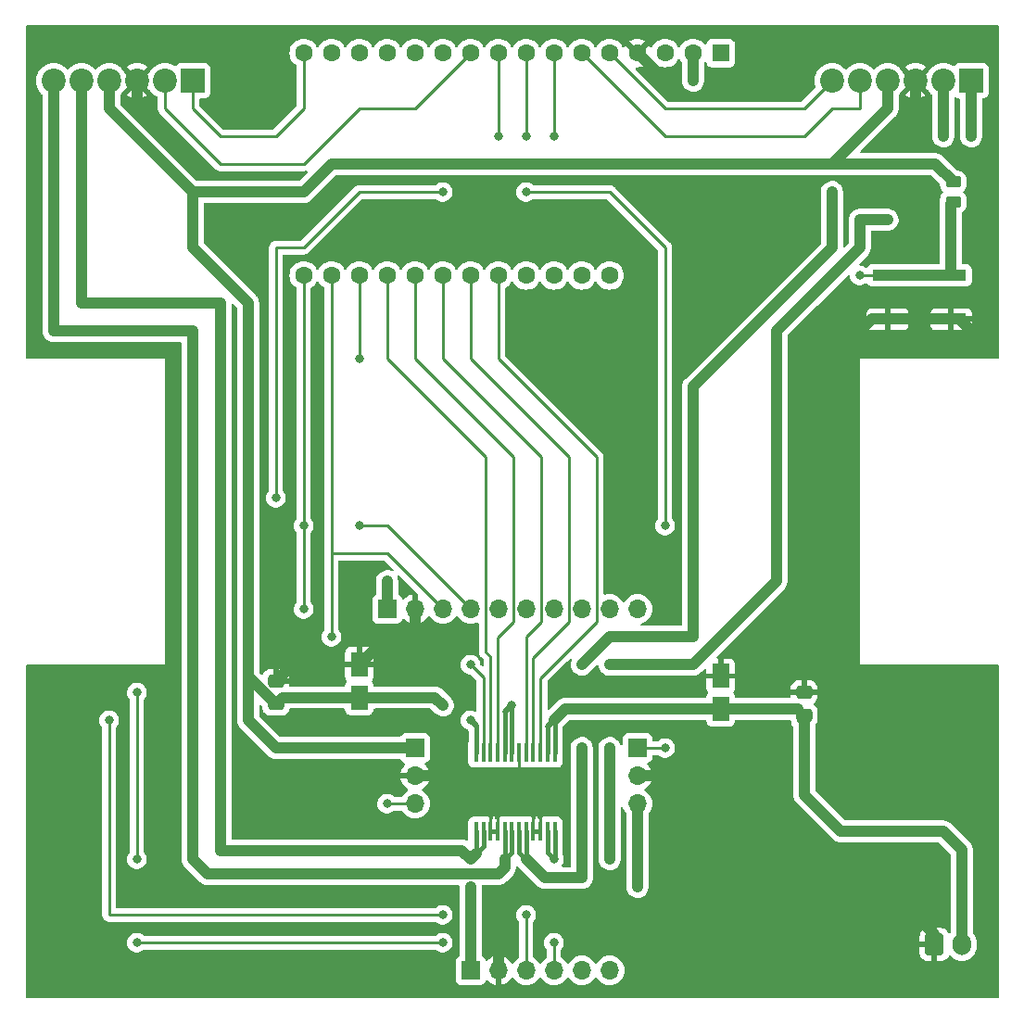
<source format=gbr>
%TF.GenerationSoftware,KiCad,Pcbnew,7.0.7*%
%TF.CreationDate,2023-11-09T14:18:26-08:00*%
%TF.ProjectId,Micro_Mouse,4d696372-6f5f-44d6-9f75-73652e6b6963,rev?*%
%TF.SameCoordinates,Original*%
%TF.FileFunction,Copper,L1,Top*%
%TF.FilePolarity,Positive*%
%FSLAX46Y46*%
G04 Gerber Fmt 4.6, Leading zero omitted, Abs format (unit mm)*
G04 Created by KiCad (PCBNEW 7.0.7) date 2023-11-09 14:18:26*
%MOMM*%
%LPD*%
G01*
G04 APERTURE LIST*
G04 Aperture macros list*
%AMRoundRect*
0 Rectangle with rounded corners*
0 $1 Rounding radius*
0 $2 $3 $4 $5 $6 $7 $8 $9 X,Y pos of 4 corners*
0 Add a 4 corners polygon primitive as box body*
4,1,4,$2,$3,$4,$5,$6,$7,$8,$9,$2,$3,0*
0 Add four circle primitives for the rounded corners*
1,1,$1+$1,$2,$3*
1,1,$1+$1,$4,$5*
1,1,$1+$1,$6,$7*
1,1,$1+$1,$8,$9*
0 Add four rect primitives between the rounded corners*
20,1,$1+$1,$2,$3,$4,$5,0*
20,1,$1+$1,$4,$5,$6,$7,0*
20,1,$1+$1,$6,$7,$8,$9,0*
20,1,$1+$1,$8,$9,$2,$3,0*%
G04 Aperture macros list end*
%TA.AperFunction,ComponentPad*%
%ADD10R,2.200000X2.200000*%
%TD*%
%TA.AperFunction,ComponentPad*%
%ADD11C,2.200000*%
%TD*%
%TA.AperFunction,ComponentPad*%
%ADD12R,1.600000X1.600000*%
%TD*%
%TA.AperFunction,ComponentPad*%
%ADD13C,1.600000*%
%TD*%
%TA.AperFunction,ComponentPad*%
%ADD14R,1.700000X1.700000*%
%TD*%
%TA.AperFunction,ComponentPad*%
%ADD15O,1.700000X1.700000*%
%TD*%
%TA.AperFunction,SMDPad,CuDef*%
%ADD16RoundRect,0.250000X0.475000X-0.337500X0.475000X0.337500X-0.475000X0.337500X-0.475000X-0.337500X0*%
%TD*%
%TA.AperFunction,SMDPad,CuDef*%
%ADD17R,1.600000X2.200000*%
%TD*%
%TA.AperFunction,SMDPad,CuDef*%
%ADD18R,2.800000X1.000000*%
%TD*%
%TA.AperFunction,ComponentPad*%
%ADD19RoundRect,0.250000X-0.600000X-0.750000X0.600000X-0.750000X0.600000X0.750000X-0.600000X0.750000X0*%
%TD*%
%TA.AperFunction,ComponentPad*%
%ADD20O,1.700000X2.000000*%
%TD*%
%TA.AperFunction,SMDPad,CuDef*%
%ADD21R,0.450000X1.750000*%
%TD*%
%TA.AperFunction,SMDPad,CuDef*%
%ADD22RoundRect,0.250000X-0.450000X0.262500X-0.450000X-0.262500X0.450000X-0.262500X0.450000X0.262500X0*%
%TD*%
%TA.AperFunction,ViaPad*%
%ADD23C,0.800000*%
%TD*%
%TA.AperFunction,Conductor*%
%ADD24C,0.250000*%
%TD*%
%TA.AperFunction,Conductor*%
%ADD25C,1.000000*%
%TD*%
%TA.AperFunction,Conductor*%
%ADD26C,0.400000*%
%TD*%
%TA.AperFunction,Conductor*%
%ADD27C,0.500000*%
%TD*%
G04 APERTURE END LIST*
D10*
%TO.P,J4,1,Pin_1*%
%TO.N,BO1*%
X195580000Y-55880000D03*
D11*
%TO.P,J4,2,Pin_2*%
%TO.N,BO2*%
X193040000Y-55880000D03*
%TO.P,J4,3,Pin_3*%
%TO.N,GND*%
X190500000Y-55880000D03*
%TO.P,J4,4,Pin_4*%
%TO.N,+3.3V*%
X187960000Y-55880000D03*
%TO.P,J4,5,Pin_5*%
%TO.N,E2_PHA*%
X185420000Y-55880000D03*
%TO.P,J4,6,Pin_6*%
%TO.N,E2_PHB*%
X182880000Y-55880000D03*
%TD*%
D12*
%TO.P,A1,1,~{RESET}*%
%TO.N,unconnected-(A1-~{RESET}-Pad1)*%
X172720000Y-53340000D03*
D13*
%TO.P,A1,2,3V3*%
%TO.N,+3.3V*%
X170180000Y-53340000D03*
%TO.P,A1,3,NC*%
%TO.N,unconnected-(A1-NC-Pad3)*%
X167640000Y-53340000D03*
%TO.P,A1,4,GND*%
%TO.N,GND*%
X165100000Y-53340000D03*
%TO.P,A1,5,DAC2/A0*%
%TO.N,E2_PHB*%
X162560000Y-53340000D03*
%TO.P,A1,6,DAC1/A1*%
%TO.N,E2_PHA*%
X160020000Y-53340000D03*
%TO.P,A1,7,I34/A2*%
%TO.N,BTN*%
X157480000Y-53340000D03*
%TO.P,A1,8,I39/A3*%
%TO.N,IR_2*%
X154940000Y-53340000D03*
%TO.P,A1,9,IO36/A4*%
%TO.N,IR_1*%
X152400000Y-53340000D03*
%TO.P,A1,10,IO4/A5*%
%TO.N,E1_PHA*%
X149860000Y-53340000D03*
%TO.P,A1,11,SCK/IO5*%
%TO.N,unconnected-(A1-SCK{slash}IO5-Pad11)*%
X147320000Y-53340000D03*
%TO.P,A1,12,MOSI/IO18*%
%TO.N,unconnected-(A1-MOSI{slash}IO18-Pad12)*%
X144780000Y-53340000D03*
%TO.P,A1,13,MISO/IO19*%
%TO.N,unconnected-(A1-MISO{slash}IO19-Pad13)*%
X142240000Y-53340000D03*
%TO.P,A1,14,RX/IO16*%
%TO.N,unconnected-(A1-RX{slash}IO16-Pad14)*%
X139700000Y-53340000D03*
%TO.P,A1,15,TX/IO17*%
%TO.N,unconnected-(A1-TX{slash}IO17-Pad15)*%
X137160000Y-53340000D03*
%TO.P,A1,16,IO21*%
%TO.N,E1_PHB*%
X134620000Y-53340000D03*
%TO.P,A1,17,SDA/IO23*%
%TO.N,I2C SDA*%
X134620000Y-73660000D03*
%TO.P,A1,18,SCL/IO22*%
%TO.N,I2C SCL*%
X137160000Y-73660000D03*
%TO.P,A1,19,A6/IO14*%
%TO.N,PWMA*%
X139700000Y-73660000D03*
%TO.P,A1,20,A7/IO32*%
%TO.N,AIN2*%
X142240000Y-73660000D03*
%TO.P,A1,21,A8/IO15*%
%TO.N,AIN1*%
X144780000Y-73660000D03*
%TO.P,A1,22,A9/IO33*%
%TO.N,BIN1*%
X147320000Y-73660000D03*
%TO.P,A1,23,A10/IO27*%
%TO.N,BIN2*%
X149860000Y-73660000D03*
%TO.P,A1,24,A11/IO12*%
%TO.N,PWMB*%
X152400000Y-73660000D03*
%TO.P,A1,25,A12/IO13*%
%TO.N,unconnected-(A1-A12{slash}IO13-Pad25)*%
X154940000Y-73660000D03*
%TO.P,A1,26,USB*%
%TO.N,unconnected-(A1-USB-Pad26)*%
X157480000Y-73660000D03*
%TO.P,A1,27,EN*%
%TO.N,unconnected-(A1-EN-Pad27)*%
X160020000Y-73660000D03*
%TO.P,A1,28,VBAT*%
%TO.N,unconnected-(A1-VBAT-Pad28)*%
X162560000Y-73660000D03*
%TD*%
D14*
%TO.P,J6,1,Pin_1*%
%TO.N,+3.3V*%
X144780000Y-116840000D03*
D15*
%TO.P,J6,2,Pin_2*%
%TO.N,GND*%
X144780000Y-119380000D03*
%TO.P,J6,3,Pin_3*%
%TO.N,IR_1*%
X144780000Y-121920000D03*
%TD*%
D16*
%TO.P,C4,1*%
%TO.N,+3.3V*%
X132080000Y-112797500D03*
%TO.P,C4,2*%
%TO.N,GND*%
X132080000Y-110722500D03*
%TD*%
D10*
%TO.P,J3,1,Pin_1*%
%TO.N,E1_PHB*%
X124460000Y-55880000D03*
D11*
%TO.P,J3,2,Pin_2*%
%TO.N,E1_PHA*%
X121920000Y-55880000D03*
%TO.P,J3,3,Pin_3*%
%TO.N,GND*%
X119380000Y-55880000D03*
%TO.P,J3,4,Pin_4*%
%TO.N,+3.3V*%
X116840000Y-55880000D03*
%TO.P,J3,5,Pin_5*%
%TO.N,AO1*%
X114300000Y-55880000D03*
%TO.P,J3,6,Pin_6*%
%TO.N,AO2*%
X111760000Y-55880000D03*
%TD*%
D17*
%TO.P,C2,1*%
%TO.N,Net-(J1-Pin_2)*%
X172720000Y-113260000D03*
%TO.P,C2,2*%
%TO.N,GND*%
X172720000Y-110260000D03*
%TD*%
D18*
%TO.P,SW1,1,1*%
%TO.N,BTN*%
X187960000Y-73660000D03*
X193760000Y-73660000D03*
%TO.P,SW1,2,2*%
%TO.N,GND*%
X187960000Y-77660000D03*
X193760000Y-77660000D03*
%TD*%
D14*
%TO.P,J7,1,Pin_1*%
%TO.N,IR_2*%
X165100000Y-116840000D03*
D15*
%TO.P,J7,2,Pin_2*%
%TO.N,GND*%
X165100000Y-119380000D03*
%TO.P,J7,3,Pin_3*%
%TO.N,+3.3V*%
X165100000Y-121920000D03*
%TD*%
D14*
%TO.P,J5,1,Pin_1*%
%TO.N,+3.3V*%
X149860000Y-137160000D03*
D15*
%TO.P,J5,2,Pin_2*%
%TO.N,GND*%
X152400000Y-137160000D03*
%TO.P,J5,3,Pin_3*%
%TO.N,I2C SCL*%
X154940000Y-137160000D03*
%TO.P,J5,4,Pin_4*%
%TO.N,I2C SDA*%
X157480000Y-137160000D03*
%TO.P,J5,5,Pin_5*%
%TO.N,unconnected-(J5-Pin_5-Pad5)*%
X160020000Y-137160000D03*
%TO.P,J5,6,Pin_6*%
%TO.N,unconnected-(J5-Pin_6-Pad6)*%
X162560000Y-137160000D03*
%TD*%
D19*
%TO.P,J1,1,Pin_1*%
%TO.N,GND*%
X192240322Y-134787338D03*
D20*
%TO.P,J1,2,Pin_2*%
%TO.N,Net-(J1-Pin_2)*%
X194740322Y-134787338D03*
%TD*%
D21*
%TO.P,U1,1,AO1*%
%TO.N,AO1*%
X150390000Y-124460000D03*
%TO.P,U1,2,AO1*%
X151040000Y-124460000D03*
%TO.P,U1,3,PGND1*%
%TO.N,GND*%
X151690000Y-124460000D03*
%TO.P,U1,4,PGND1*%
X152340000Y-124460000D03*
%TO.P,U1,5,AO2*%
%TO.N,AO2*%
X152990000Y-124460000D03*
%TO.P,U1,6,AO2*%
X153640000Y-124460000D03*
%TO.P,U1,7,BO2*%
%TO.N,BO2*%
X154290000Y-124460000D03*
%TO.P,U1,8,BO2*%
X154940000Y-124460000D03*
%TO.P,U1,9,PGND2*%
%TO.N,GND*%
X155590000Y-124460000D03*
%TO.P,U1,10,PGND2*%
X156240000Y-124460000D03*
%TO.P,U1,11,BO1*%
%TO.N,BO1*%
X156890000Y-124460000D03*
%TO.P,U1,12,BO1*%
X157540000Y-124460000D03*
%TO.P,U1,13,VM2*%
%TO.N,Net-(J1-Pin_2)*%
X157540000Y-117260000D03*
%TO.P,U1,14,VM3*%
X156890000Y-117260000D03*
%TO.P,U1,15,PWMB*%
%TO.N,PWMB*%
X156240000Y-117260000D03*
%TO.P,U1,16,BIN2*%
%TO.N,BIN2*%
X155590000Y-117260000D03*
%TO.P,U1,17,BIN1*%
%TO.N,BIN1*%
X154940000Y-117260000D03*
%TO.P,U1,18,GND*%
%TO.N,GND*%
X154290000Y-117260000D03*
%TO.P,U1,19,STBY*%
%TO.N,+3.3V*%
X153640000Y-117260000D03*
%TO.P,U1,20,VCC*%
X152990000Y-117260000D03*
%TO.P,U1,21,AIN1*%
%TO.N,AIN1*%
X152340000Y-117260000D03*
%TO.P,U1,22,AIN2*%
%TO.N,AIN2*%
X151690000Y-117260000D03*
%TO.P,U1,23,PWMA*%
%TO.N,PWMA*%
X151040000Y-117260000D03*
%TO.P,U1,24,VM1*%
%TO.N,Net-(J1-Pin_2)*%
X150390000Y-117260000D03*
%TD*%
D17*
%TO.P,C3,1*%
%TO.N,+3.3V*%
X139700000Y-112220000D03*
%TO.P,C3,2*%
%TO.N,GND*%
X139700000Y-109220000D03*
%TD*%
D22*
%TO.P,R1,1*%
%TO.N,+3.3V*%
X193952500Y-65127500D03*
%TO.P,R1,2*%
%TO.N,BTN*%
X193952500Y-66952500D03*
%TD*%
D14*
%TO.P,J8,1,Pin_1*%
%TO.N,+3.3V*%
X142240000Y-104140000D03*
D15*
%TO.P,J8,2,Pin_2*%
%TO.N,GND*%
X144780000Y-104140000D03*
%TO.P,J8,3,Pin_3*%
%TO.N,I2C SCL*%
X147320000Y-104140000D03*
%TO.P,J8,4,Pin_4*%
%TO.N,I2C SDA*%
X149860000Y-104140000D03*
%TO.P,J8,5,Pin_5*%
%TO.N,unconnected-(J8-Pin_5-Pad5)*%
X152400000Y-104140000D03*
%TO.P,J8,6,Pin_6*%
%TO.N,unconnected-(J8-Pin_6-Pad6)*%
X154940000Y-104140000D03*
%TO.P,J8,7,Pin_7*%
%TO.N,unconnected-(J8-Pin_7-Pad7)*%
X157480000Y-104140000D03*
%TO.P,J8,8,Pin_8*%
%TO.N,unconnected-(J8-Pin_8-Pad8)*%
X160020000Y-104140000D03*
%TO.P,J8,9,Pin_9*%
%TO.N,unconnected-(J8-Pin_9-Pad9)*%
X162560000Y-104140000D03*
%TO.P,J8,10,Pin_10*%
%TO.N,unconnected-(J8-Pin_10-Pad10)*%
X165100000Y-104140000D03*
%TD*%
D16*
%TO.P,C1,1*%
%TO.N,Net-(J1-Pin_2)*%
X180340000Y-113835000D03*
%TO.P,C1,2*%
%TO.N,GND*%
X180340000Y-111760000D03*
%TD*%
D23*
%TO.N,GND*%
X144780000Y-106680000D03*
%TO.N,BO2*%
X160020000Y-109220000D03*
%TO.N,BO1*%
X162560000Y-109220000D03*
%TO.N,IR_1*%
X132080000Y-93980000D03*
X147320000Y-66040000D03*
%TO.N,+3.3V*%
X142240000Y-101600000D03*
X129540000Y-101600000D03*
%TO.N,I2C SDA*%
X134620000Y-96520000D03*
X139700000Y-96520000D03*
%TO.N,PWMA*%
X139700000Y-81280000D03*
X149860000Y-109220000D03*
%TO.N,+3.3V*%
X170180000Y-63500000D03*
X132080000Y-116840000D03*
X153615363Y-112937056D03*
X149860000Y-129540000D03*
X147343149Y-112963100D03*
X170180000Y-55880000D03*
X165100000Y-129540000D03*
%TO.N,GND*%
X142240000Y-106680000D03*
X195580000Y-78740000D03*
X147320000Y-119380000D03*
X152292244Y-122020592D03*
X121920000Y-60960000D03*
X167640000Y-55880000D03*
X152387920Y-133508679D03*
X167640000Y-119380000D03*
X190500000Y-132080000D03*
X185420000Y-78740000D03*
X190500000Y-60960000D03*
X156207450Y-121890374D03*
X134620000Y-109220000D03*
%TO.N,BO1*%
X187960000Y-68580000D03*
X195580000Y-60960000D03*
X162560000Y-127000000D03*
X157480000Y-127000000D03*
X162560000Y-116840000D03*
%TO.N,BO2*%
X193040000Y-60960000D03*
X182880000Y-66040000D03*
X160020000Y-116840000D03*
%TO.N,Net-(J1-Pin_2)*%
X157480000Y-114300000D03*
X149860000Y-114300000D03*
%TO.N,BTN*%
X185420000Y-73660000D03*
X157480000Y-60960000D03*
%TO.N,I2C SCL*%
X137160000Y-106680000D03*
X147320000Y-132080000D03*
X116840000Y-114300000D03*
X154940000Y-132080000D03*
%TO.N,I2C SDA*%
X119380000Y-134620000D03*
X119380000Y-127000000D03*
X147320000Y-134620000D03*
X157480000Y-134620000D03*
X134620000Y-104140000D03*
X119380000Y-111760000D03*
%TO.N,IR_1*%
X142240000Y-121920000D03*
X152400000Y-60960000D03*
%TO.N,IR_2*%
X167640000Y-116840000D03*
X154940000Y-60960000D03*
X154940000Y-66040000D03*
X167640000Y-96520000D03*
%TD*%
D24*
%TO.N,AIN1*%
X153765000Y-105315000D02*
X152340000Y-106740000D01*
X153765000Y-105315000D02*
X153765000Y-90265000D01*
%TO.N,AIN2*%
X151225000Y-90265000D02*
X142240000Y-81280000D01*
X151225000Y-108045000D02*
X151225000Y-90265000D01*
X151690000Y-108510000D02*
X151225000Y-108045000D01*
D25*
%TO.N,GND*%
X144780000Y-104140000D02*
X144780000Y-106680000D01*
%TO.N,BO2*%
X170180000Y-106680000D02*
X170180000Y-83820000D01*
X162560000Y-106680000D02*
X170180000Y-106680000D01*
X160020000Y-109220000D02*
X162560000Y-106680000D01*
X170180000Y-83820000D02*
X182880000Y-71120000D01*
X182880000Y-71120000D02*
X182880000Y-66040000D01*
%TO.N,BO1*%
X185420000Y-71120000D02*
X177800000Y-78740000D01*
X162560000Y-109220000D02*
X170180000Y-109220000D01*
X170180000Y-109220000D02*
X177800000Y-101600000D01*
X177800000Y-101600000D02*
X177800000Y-78740000D01*
%TO.N,Net-(J1-Pin_2)*%
X180340000Y-113835000D02*
X180340000Y-121100000D01*
X180340000Y-121100000D02*
X183700000Y-124460000D01*
D24*
%TO.N,IR_1*%
X132080000Y-71120000D02*
X132080000Y-93980000D01*
X139700000Y-66040000D02*
X134620000Y-71120000D01*
X147320000Y-66040000D02*
X139700000Y-66040000D01*
X134620000Y-71120000D02*
X132080000Y-71120000D01*
%TO.N,I2C SCL*%
X116840000Y-132080000D02*
X147320000Y-132080000D01*
X116840000Y-114300000D02*
X116840000Y-132080000D01*
D25*
%TO.N,+3.3V*%
X142240000Y-101600000D02*
X142240000Y-104140000D01*
X129540000Y-101600000D02*
X129540000Y-110338503D01*
D24*
%TO.N,I2C SDA*%
X142240000Y-96520000D02*
X139700000Y-96520000D01*
X149860000Y-104140000D02*
X142240000Y-96520000D01*
%TO.N,I2C SCL*%
X137160000Y-99060000D02*
X137160000Y-73660000D01*
X142240000Y-99060000D02*
X137160000Y-99060000D01*
X137160000Y-106680000D02*
X137160000Y-99060000D01*
X147320000Y-104140000D02*
X142240000Y-99060000D01*
%TO.N,PWMB*%
X152400000Y-81280000D02*
X152400000Y-73660000D01*
X161385000Y-90265000D02*
X152400000Y-81280000D01*
X161385000Y-105315000D02*
X161385000Y-90265000D01*
X160020000Y-106680000D02*
X161385000Y-105315000D01*
X156240000Y-110460000D02*
X160020000Y-106680000D01*
X156240000Y-117260000D02*
X156240000Y-110460000D01*
%TO.N,BIN2*%
X149860000Y-81280000D02*
X149860000Y-73660000D01*
X158845000Y-90265000D02*
X149860000Y-81280000D01*
X158845000Y-105315000D02*
X158845000Y-90265000D01*
X157480000Y-106680000D02*
X158845000Y-105315000D01*
X155590000Y-108570000D02*
X157480000Y-106680000D01*
X155590000Y-117260000D02*
X155590000Y-108570000D01*
%TO.N,BIN1*%
X147320000Y-81280000D02*
X147320000Y-73660000D01*
X156305000Y-90265000D02*
X147320000Y-81280000D01*
X156305000Y-105315000D02*
X156305000Y-90265000D01*
X154940000Y-106680000D02*
X156305000Y-105315000D01*
X154940000Y-117260000D02*
X154940000Y-106680000D01*
%TO.N,AIN1*%
X144780000Y-81280000D02*
X144780000Y-73660000D01*
X153765000Y-90265000D02*
X144780000Y-81280000D01*
X152340000Y-117260000D02*
X152340000Y-106740000D01*
%TO.N,AIN2*%
X142240000Y-81280000D02*
X142240000Y-73660000D01*
X151690000Y-117260000D02*
X151690000Y-108510000D01*
%TO.N,PWMA*%
X139700000Y-81280000D02*
X139700000Y-73660000D01*
X151040000Y-110400000D02*
X149860000Y-109220000D01*
X151040000Y-117260000D02*
X151040000Y-110400000D01*
D25*
%TO.N,+3.3V*%
X187960000Y-58420000D02*
X182880000Y-63500000D01*
X192325000Y-63500000D02*
X193952500Y-65127500D01*
X170180000Y-55880000D02*
X170180000Y-53340000D01*
X182880000Y-63500000D02*
X192325000Y-63500000D01*
X137160000Y-63500000D02*
X134620000Y-66040000D01*
X124460000Y-66040000D02*
X124460000Y-71120000D01*
X182880000Y-63500000D02*
X170180000Y-63500000D01*
X187960000Y-55880000D02*
X187960000Y-58420000D01*
X170180000Y-63500000D02*
X137160000Y-63500000D01*
X129540000Y-114300000D02*
X132080000Y-116840000D01*
X146600049Y-112220000D02*
X139700000Y-112220000D01*
X131998997Y-112797500D02*
X132080000Y-112797500D01*
X129540000Y-110338503D02*
X129540000Y-114300000D01*
D26*
X152990000Y-117260000D02*
X152990000Y-113545057D01*
D25*
X147343149Y-112963100D02*
X146600049Y-112220000D01*
X124460000Y-71120000D02*
X129540000Y-76200000D01*
X132657500Y-112220000D02*
X132080000Y-112797500D01*
X129540000Y-110338503D02*
X131998997Y-112797500D01*
X165100000Y-129540000D02*
X165100000Y-121920000D01*
D24*
X153615363Y-112919694D02*
X153640000Y-112895057D01*
D25*
X144780000Y-116840000D02*
X132080000Y-116840000D01*
X129540000Y-76200000D02*
X129540000Y-101600000D01*
X124460000Y-66040000D02*
X116840000Y-58420000D01*
X139700000Y-112220000D02*
X132657500Y-112220000D01*
D26*
X153640000Y-117260000D02*
X153640000Y-112895057D01*
D25*
X134620000Y-66040000D02*
X124460000Y-66040000D01*
X149860000Y-129540000D02*
X149860000Y-137160000D01*
D24*
X153615363Y-112937056D02*
X153615363Y-112919694D01*
D25*
X116840000Y-58420000D02*
X116840000Y-55880000D01*
D24*
X153598001Y-112937056D02*
X153615363Y-112937056D01*
D27*
X152990000Y-113545057D02*
X153598001Y-112937056D01*
D24*
%TO.N,GND*%
X152299408Y-122020592D02*
X152292244Y-122020592D01*
X156172725Y-121890374D02*
X156207450Y-121890374D01*
D25*
X165100000Y-53340000D02*
X167640000Y-55880000D01*
X165100000Y-119380000D02*
X167640000Y-119380000D01*
D27*
X155590000Y-122473099D02*
X156172725Y-121890374D01*
D25*
X133582500Y-109220000D02*
X134620000Y-109220000D01*
D24*
X155590000Y-124460000D02*
X155590000Y-122473099D01*
X156207450Y-121890374D02*
X156207450Y-121855649D01*
D25*
X192240322Y-133820322D02*
X190500000Y-132080000D01*
X144780000Y-119380000D02*
X147320000Y-119380000D01*
X190500000Y-55880000D02*
X190500000Y-60960000D01*
D27*
X154290000Y-119972924D02*
X156207450Y-121890374D01*
D24*
X152387920Y-133508679D02*
X152400000Y-133518008D01*
D25*
X187960000Y-77660000D02*
X186500000Y-77660000D01*
X193760000Y-77660000D02*
X194500000Y-77660000D01*
X194500000Y-77660000D02*
X195580000Y-78740000D01*
D24*
X152340000Y-121980000D02*
X152299408Y-122020592D01*
D25*
X152400000Y-137160000D02*
X152387920Y-133508679D01*
X187960000Y-77660000D02*
X193040000Y-77660000D01*
D27*
X152292244Y-122027756D02*
X151690000Y-122630000D01*
D25*
X119380000Y-58420000D02*
X121920000Y-60960000D01*
X192240322Y-134787338D02*
X192240322Y-133820322D01*
D24*
X152292244Y-122020592D02*
X152292244Y-122027756D01*
X154290000Y-117260000D02*
X154290000Y-119972924D01*
X156233493Y-121829606D02*
X156240000Y-121836113D01*
X151690000Y-122630000D02*
X151690000Y-124460000D01*
X152340000Y-124460000D02*
X152340000Y-121980000D01*
D25*
X132080000Y-110722500D02*
X133582500Y-109220000D01*
D24*
X156207450Y-121855649D02*
X156233493Y-121829606D01*
D25*
X139700000Y-109220000D02*
X142240000Y-106680000D01*
X193040000Y-77660000D02*
X193760000Y-77660000D01*
X119380000Y-55880000D02*
X119380000Y-58420000D01*
X186500000Y-77660000D02*
X185420000Y-78740000D01*
D24*
X156240000Y-121836113D02*
X156240000Y-124460000D01*
%TO.N,E2_PHA*%
X185420000Y-55880000D02*
X185420000Y-58420000D01*
X185420000Y-58420000D02*
X182880000Y-58420000D01*
X180340000Y-60960000D02*
X167640000Y-60960000D01*
X182880000Y-58420000D02*
X180340000Y-60960000D01*
X167640000Y-60960000D02*
X160020000Y-53340000D01*
%TO.N,E2_PHB*%
X167640000Y-58420000D02*
X162560000Y-53340000D01*
X182880000Y-55880000D02*
X180340000Y-58420000D01*
X180340000Y-58420000D02*
X167640000Y-58420000D01*
%TO.N,E1_PHB*%
X127000000Y-60960000D02*
X132080000Y-60960000D01*
X124460000Y-55880000D02*
X124460000Y-58420000D01*
X132080000Y-60960000D02*
X134620000Y-58420000D01*
X134620000Y-58420000D02*
X134620000Y-53340000D01*
X124460000Y-58420000D02*
X127000000Y-60960000D01*
%TO.N,E1_PHA*%
X144780000Y-58420000D02*
X149860000Y-53340000D01*
X121920000Y-55880000D02*
X121920000Y-58420000D01*
X134620000Y-63500000D02*
X139700000Y-58420000D01*
X121920000Y-58420000D02*
X127000000Y-63500000D01*
X127000000Y-63500000D02*
X134620000Y-63500000D01*
X139700000Y-58420000D02*
X144780000Y-58420000D01*
D25*
%TO.N,AO1*%
X127000000Y-76200000D02*
X127000000Y-126197653D01*
D26*
X151040000Y-125820000D02*
X150390000Y-126470000D01*
D25*
X150390000Y-126470000D02*
X149860000Y-127000000D01*
X149057653Y-126197653D02*
X149860000Y-127000000D01*
X127000000Y-126197653D02*
X149057653Y-126197653D01*
X114300000Y-76200000D02*
X127000000Y-76200000D01*
D26*
X150390000Y-124460000D02*
X150390000Y-126470000D01*
X151040000Y-124460000D02*
X151040000Y-125820000D01*
D25*
X114300000Y-55880000D02*
X114300000Y-76200000D01*
%TO.N,AO2*%
X152990000Y-127000000D02*
X152990000Y-127750000D01*
X124460000Y-127000000D02*
X125800000Y-128340000D01*
D26*
X152990000Y-124460000D02*
X152990000Y-127000000D01*
D25*
X111760000Y-78740000D02*
X124460000Y-78740000D01*
D26*
X153640000Y-126350000D02*
X152990000Y-127000000D01*
X153640000Y-124460000D02*
X153640000Y-126350000D01*
D25*
X125800000Y-128340000D02*
X152400000Y-128340000D01*
X124460000Y-78740000D02*
X124460000Y-127000000D01*
X152990000Y-127750000D02*
X152400000Y-128340000D01*
X111760000Y-55880000D02*
X111760000Y-78740000D01*
%TO.N,BO1*%
X185420000Y-68580000D02*
X185420000Y-71120000D01*
D24*
X157540000Y-126940000D02*
X157480000Y-127000000D01*
D26*
X156890000Y-126410000D02*
X156890000Y-124460000D01*
X157540000Y-124460000D02*
X157540000Y-126940000D01*
D25*
X187960000Y-68580000D02*
X185420000Y-68580000D01*
D26*
X157480000Y-127000000D02*
X156890000Y-126410000D01*
D25*
X162560000Y-116840000D02*
X162560000Y-127000000D01*
X195580000Y-55880000D02*
X195580000Y-60960000D01*
D26*
%TO.N,BO2*%
X154290000Y-126350000D02*
X154290000Y-124460000D01*
D25*
X160020000Y-128715000D02*
X160020000Y-124460000D01*
D26*
X154940000Y-124460000D02*
X154940000Y-127000000D01*
D25*
X160020000Y-116840000D02*
X160020000Y-124460000D01*
X154940000Y-127000000D02*
X156655000Y-128715000D01*
D26*
X154940000Y-127000000D02*
X154290000Y-126350000D01*
D25*
X193040000Y-55880000D02*
X193040000Y-60960000D01*
X156655000Y-128715000D02*
X160020000Y-128715000D01*
%TO.N,Net-(J1-Pin_2)*%
X194740322Y-134787338D02*
X194740322Y-126160322D01*
X193040000Y-124460000D02*
X183700000Y-124460000D01*
X194740322Y-126160322D02*
X193040000Y-124460000D01*
D27*
X157480000Y-114300000D02*
X156890000Y-114890000D01*
D26*
X156890000Y-114890000D02*
X156890000Y-117260000D01*
D25*
X172720000Y-113260000D02*
X158520000Y-113260000D01*
D27*
X150390000Y-114830000D02*
X149860000Y-114300000D01*
D24*
X157540000Y-114360000D02*
X157480000Y-114300000D01*
D26*
X157540000Y-117260000D02*
X157540000Y-114360000D01*
D24*
X180340000Y-113835000D02*
X179765000Y-113260000D01*
D26*
X150390000Y-117260000D02*
X150390000Y-114830000D01*
D25*
X179765000Y-113260000D02*
X172720000Y-113260000D01*
D24*
X179765000Y-114410000D02*
X180340000Y-113835000D01*
D25*
X158520000Y-113260000D02*
X157480000Y-114300000D01*
%TO.N,BTN*%
X187960000Y-73660000D02*
X193760000Y-73660000D01*
X193760000Y-67145000D02*
X193760000Y-73660000D01*
D24*
X187960000Y-73660000D02*
X185420000Y-73660000D01*
X157480000Y-53340000D02*
X157480000Y-60960000D01*
X193952500Y-66952500D02*
X193760000Y-67145000D01*
%TO.N,I2C SCL*%
X154940000Y-132080000D02*
X154940000Y-137160000D01*
%TO.N,I2C SDA*%
X134620000Y-104140000D02*
X134620000Y-73660000D01*
X157480000Y-134620000D02*
X157480000Y-137160000D01*
X119380000Y-134620000D02*
X147320000Y-134620000D01*
X119380000Y-127000000D02*
X119380000Y-111760000D01*
%TO.N,IR_1*%
X144780000Y-121920000D02*
X142240000Y-121920000D01*
X152400000Y-60960000D02*
X152400000Y-53340000D01*
%TO.N,IR_2*%
X162560000Y-66040000D02*
X154940000Y-66040000D01*
X165100000Y-116840000D02*
X167640000Y-116840000D01*
X167640000Y-96520000D02*
X167640000Y-71120000D01*
X167640000Y-71120000D02*
X162560000Y-66040000D01*
X154940000Y-60960000D02*
X154940000Y-53340000D01*
%TD*%
%TA.AperFunction,Conductor*%
%TO.N,GND*%
G36*
X152207540Y-124254685D02*
G01*
X152253295Y-124307489D01*
X152264500Y-124358997D01*
X152264501Y-124561000D01*
X152244816Y-124628039D01*
X152192012Y-124673794D01*
X152140501Y-124685000D01*
X151889500Y-124685000D01*
X151822461Y-124665315D01*
X151776706Y-124612511D01*
X151765500Y-124561000D01*
X151765500Y-124359000D01*
X151785185Y-124291961D01*
X151837989Y-124246206D01*
X151889500Y-124235000D01*
X152140501Y-124235000D01*
X152207540Y-124254685D01*
G37*
%TD.AperFunction*%
%TA.AperFunction,Conductor*%
G36*
X156107540Y-124254685D02*
G01*
X156153295Y-124307489D01*
X156164500Y-124358997D01*
X156164501Y-124561000D01*
X156144816Y-124628039D01*
X156092012Y-124673794D01*
X156040501Y-124685000D01*
X155789500Y-124685000D01*
X155722461Y-124665315D01*
X155676706Y-124612511D01*
X155665500Y-124561000D01*
X155665500Y-124359000D01*
X155685185Y-124291961D01*
X155737989Y-124246206D01*
X155789500Y-124235000D01*
X156040501Y-124235000D01*
X156107540Y-124254685D01*
G37*
%TD.AperFunction*%
%TA.AperFunction,Conductor*%
G36*
X143330128Y-101046933D02*
G01*
X143368385Y-101072976D01*
X144030798Y-101735389D01*
X144993681Y-102698272D01*
X145027166Y-102759594D01*
X145030000Y-102785952D01*
X145030000Y-103527698D01*
X145010315Y-103594737D01*
X144957511Y-103640492D01*
X144888355Y-103650436D01*
X144815766Y-103640000D01*
X144815763Y-103640000D01*
X144744237Y-103640000D01*
X144744233Y-103640000D01*
X144671645Y-103650436D01*
X144602487Y-103640492D01*
X144549684Y-103594736D01*
X144530000Y-103527698D01*
X144530000Y-102809364D01*
X144529999Y-102809364D01*
X144316513Y-102866567D01*
X144316507Y-102866570D01*
X144102422Y-102966399D01*
X144102420Y-102966400D01*
X143908926Y-103101886D01*
X143786865Y-103223947D01*
X143725542Y-103257431D01*
X143655850Y-103252447D01*
X143599917Y-103210575D01*
X143583002Y-103179598D01*
X143533797Y-103047671D01*
X143533793Y-103047664D01*
X143447547Y-102932455D01*
X143447544Y-102932452D01*
X143332335Y-102846206D01*
X143332332Y-102846205D01*
X143332331Y-102846204D01*
X143321161Y-102842038D01*
X143265231Y-102800166D01*
X143240816Y-102734701D01*
X143240500Y-102725858D01*
X143240500Y-101549256D01*
X143225074Y-101397560D01*
X143162391Y-101197778D01*
X143161103Y-101127921D01*
X143197788Y-101068456D01*
X143260798Y-101038265D01*
X143330128Y-101046933D01*
G37*
%TD.AperFunction*%
%TA.AperFunction,Conductor*%
G36*
X120022553Y-56169067D02*
G01*
X120025037Y-56171483D01*
X120522078Y-56668524D01*
X120540124Y-56691415D01*
X120621160Y-56823653D01*
X120621161Y-56823656D01*
X120621164Y-56823659D01*
X120784776Y-57015224D01*
X120907938Y-57120414D01*
X120976343Y-57178838D01*
X120976346Y-57178839D01*
X121190411Y-57310019D01*
X121191141Y-57310466D01*
X121217951Y-57321570D01*
X121272355Y-57365410D01*
X121294421Y-57431703D01*
X121294500Y-57436132D01*
X121294500Y-58337255D01*
X121292775Y-58352872D01*
X121293061Y-58352899D01*
X121292326Y-58360665D01*
X121294500Y-58429814D01*
X121294500Y-58459343D01*
X121294501Y-58459360D01*
X121295368Y-58466231D01*
X121295826Y-58472050D01*
X121297290Y-58518624D01*
X121297291Y-58518627D01*
X121302880Y-58537867D01*
X121306824Y-58556911D01*
X121307614Y-58563160D01*
X121309336Y-58576791D01*
X121326490Y-58620119D01*
X121328382Y-58625647D01*
X121341381Y-58670388D01*
X121351580Y-58687634D01*
X121360136Y-58705100D01*
X121367514Y-58723732D01*
X121391506Y-58756755D01*
X121394898Y-58761423D01*
X121398106Y-58766307D01*
X121421827Y-58806416D01*
X121421833Y-58806424D01*
X121435990Y-58820580D01*
X121448628Y-58835376D01*
X121460405Y-58851586D01*
X121460406Y-58851587D01*
X121496309Y-58881288D01*
X121500620Y-58885210D01*
X125255735Y-62640326D01*
X126499197Y-63883788D01*
X126509022Y-63896051D01*
X126509243Y-63895869D01*
X126514214Y-63901878D01*
X126535043Y-63921437D01*
X126564635Y-63949226D01*
X126585529Y-63970120D01*
X126591011Y-63974373D01*
X126595443Y-63978157D01*
X126629418Y-64010062D01*
X126646976Y-64019714D01*
X126663233Y-64030393D01*
X126679064Y-64042673D01*
X126698737Y-64051186D01*
X126721833Y-64061182D01*
X126727077Y-64063750D01*
X126767908Y-64086197D01*
X126780523Y-64089435D01*
X126787305Y-64091177D01*
X126805719Y-64097481D01*
X126824104Y-64105438D01*
X126870157Y-64112732D01*
X126875826Y-64113906D01*
X126920981Y-64125500D01*
X126941016Y-64125500D01*
X126960413Y-64127026D01*
X126980196Y-64130160D01*
X127026583Y-64125775D01*
X127032422Y-64125500D01*
X134537257Y-64125500D01*
X134552877Y-64127224D01*
X134552904Y-64126939D01*
X134560660Y-64127671D01*
X134560667Y-64127673D01*
X134629814Y-64125500D01*
X134659350Y-64125500D01*
X134666228Y-64124630D01*
X134672041Y-64124172D01*
X134718627Y-64122709D01*
X134737869Y-64117117D01*
X134756912Y-64113174D01*
X134776792Y-64110664D01*
X134812087Y-64096689D01*
X134881666Y-64090312D01*
X134943646Y-64122564D01*
X134978351Y-64183205D01*
X134974761Y-64252983D01*
X134945417Y-64299662D01*
X134241899Y-65003181D01*
X134180576Y-65036666D01*
X134154218Y-65039500D01*
X124925783Y-65039500D01*
X124858744Y-65019815D01*
X124838102Y-65003181D01*
X117876819Y-58041898D01*
X117843334Y-57980575D01*
X117840500Y-57954217D01*
X117840500Y-57187453D01*
X117860185Y-57120414D01*
X117883965Y-57093166D01*
X117975224Y-57015224D01*
X118138836Y-56823659D01*
X118219879Y-56691407D01*
X118237922Y-56668522D01*
X118731481Y-56174963D01*
X118792804Y-56141478D01*
X118862496Y-56146462D01*
X118918429Y-56188334D01*
X118921513Y-56193249D01*
X118921549Y-56193225D01*
X118926441Y-56200156D01*
X118997816Y-56276579D01*
X119029638Y-56310652D01*
X119064698Y-56331973D01*
X119111749Y-56383623D01*
X119123407Y-56452513D01*
X119095970Y-56516770D01*
X119087950Y-56525601D01*
X118435819Y-57177731D01*
X118435819Y-57177732D01*
X118436636Y-57178430D01*
X118436638Y-57178432D01*
X118651368Y-57310019D01*
X118884043Y-57406396D01*
X119128927Y-57465187D01*
X119379999Y-57484947D01*
X119631072Y-57465187D01*
X119875956Y-57406396D01*
X120108631Y-57310019D01*
X120323360Y-57178432D01*
X120323371Y-57178424D01*
X120324179Y-57177732D01*
X119673165Y-56526718D01*
X119639680Y-56465395D01*
X119644664Y-56395703D01*
X119682588Y-56342853D01*
X119785739Y-56258934D01*
X119836052Y-56187655D01*
X119890793Y-56144239D01*
X119960318Y-56137309D01*
X120022553Y-56169067D01*
G37*
%TD.AperFunction*%
%TA.AperFunction,Conductor*%
G36*
X198062539Y-50820185D02*
G01*
X198108294Y-50872989D01*
X198119500Y-50924500D01*
X198119500Y-81155500D01*
X198099815Y-81222539D01*
X198047011Y-81268294D01*
X197995500Y-81279500D01*
X185444760Y-81279500D01*
X185444554Y-81279459D01*
X185420000Y-81279459D01*
X185419901Y-81279500D01*
X185419617Y-81279616D01*
X185419615Y-81279618D01*
X185419459Y-81279999D01*
X185419476Y-81304616D01*
X185419471Y-81304616D01*
X185419500Y-81304759D01*
X185419500Y-109195467D01*
X185419416Y-109195889D01*
X185419459Y-109220001D01*
X185419500Y-109220099D01*
X185419616Y-109220382D01*
X185419618Y-109220384D01*
X185419808Y-109220462D01*
X185420000Y-109220541D01*
X185420002Y-109220539D01*
X185444616Y-109220524D01*
X185444616Y-109220528D01*
X185444760Y-109220500D01*
X197995500Y-109220500D01*
X198062539Y-109240185D01*
X198108294Y-109292989D01*
X198119500Y-109344500D01*
X198119500Y-139575500D01*
X198099815Y-139642539D01*
X198047011Y-139688294D01*
X197995500Y-139699500D01*
X109344500Y-139699500D01*
X109277461Y-139679815D01*
X109231706Y-139627011D01*
X109220500Y-139575500D01*
X109220500Y-134620000D01*
X118474540Y-134620000D01*
X118494326Y-134808256D01*
X118494327Y-134808259D01*
X118552818Y-134988277D01*
X118552821Y-134988284D01*
X118647467Y-135152216D01*
X118736996Y-135251648D01*
X118774129Y-135292888D01*
X118927265Y-135404148D01*
X118927270Y-135404151D01*
X119100192Y-135481142D01*
X119100197Y-135481144D01*
X119285354Y-135520500D01*
X119285355Y-135520500D01*
X119474644Y-135520500D01*
X119474646Y-135520500D01*
X119659803Y-135481144D01*
X119832730Y-135404151D01*
X119985871Y-135292888D01*
X119988788Y-135289647D01*
X119991600Y-135286526D01*
X120051087Y-135249879D01*
X120083748Y-135245500D01*
X146616252Y-135245500D01*
X146683291Y-135265185D01*
X146708400Y-135286526D01*
X146714126Y-135292885D01*
X146714130Y-135292889D01*
X146867265Y-135404148D01*
X146867270Y-135404151D01*
X147040192Y-135481142D01*
X147040197Y-135481144D01*
X147225354Y-135520500D01*
X147225355Y-135520500D01*
X147414644Y-135520500D01*
X147414646Y-135520500D01*
X147599803Y-135481144D01*
X147772730Y-135404151D01*
X147925871Y-135292888D01*
X148052533Y-135152216D01*
X148147179Y-134988284D01*
X148205674Y-134808256D01*
X148225460Y-134620000D01*
X148205674Y-134431744D01*
X148147179Y-134251716D01*
X148052533Y-134087784D01*
X147925871Y-133947112D01*
X147925870Y-133947111D01*
X147772734Y-133835851D01*
X147772729Y-133835848D01*
X147599807Y-133758857D01*
X147599802Y-133758855D01*
X147433422Y-133723491D01*
X147414646Y-133719500D01*
X147225354Y-133719500D01*
X147206578Y-133723491D01*
X147040197Y-133758855D01*
X147040192Y-133758857D01*
X146867270Y-133835848D01*
X146867265Y-133835851D01*
X146714130Y-133947110D01*
X146714126Y-133947114D01*
X146708400Y-133953474D01*
X146648913Y-133990121D01*
X146616252Y-133994500D01*
X120083748Y-133994500D01*
X120016709Y-133974815D01*
X119991600Y-133953474D01*
X119985873Y-133947114D01*
X119985869Y-133947110D01*
X119832734Y-133835851D01*
X119832729Y-133835848D01*
X119659807Y-133758857D01*
X119659802Y-133758855D01*
X119493422Y-133723491D01*
X119474646Y-133719500D01*
X119285354Y-133719500D01*
X119266578Y-133723491D01*
X119100197Y-133758855D01*
X119100192Y-133758857D01*
X118927270Y-133835848D01*
X118927265Y-133835851D01*
X118774129Y-133947111D01*
X118647466Y-134087785D01*
X118552821Y-134251715D01*
X118552818Y-134251722D01*
X118494327Y-134431740D01*
X118494326Y-134431744D01*
X118474540Y-134620000D01*
X109220500Y-134620000D01*
X109220500Y-114300000D01*
X115934540Y-114300000D01*
X115954326Y-114488256D01*
X115954327Y-114488259D01*
X116012818Y-114668277D01*
X116012821Y-114668284D01*
X116107467Y-114832216D01*
X116140360Y-114868747D01*
X116182650Y-114915715D01*
X116212880Y-114978706D01*
X116214500Y-114998687D01*
X116214500Y-132009152D01*
X116212305Y-132032379D01*
X116210773Y-132040412D01*
X116214378Y-132097724D01*
X116214500Y-132101595D01*
X116214500Y-132119356D01*
X116216725Y-132136968D01*
X116217091Y-132140843D01*
X116220696Y-132198138D01*
X116223222Y-132205914D01*
X116228309Y-132228672D01*
X116229334Y-132236784D01*
X116229336Y-132236792D01*
X116250469Y-132290170D01*
X116251788Y-132293833D01*
X116269532Y-132348440D01*
X116273907Y-132355333D01*
X116284503Y-132376129D01*
X116287511Y-132383726D01*
X116287513Y-132383731D01*
X116321265Y-132430187D01*
X116323455Y-132433409D01*
X116354213Y-132481876D01*
X116360164Y-132487464D01*
X116375604Y-132504978D01*
X116380403Y-132511585D01*
X116424647Y-132548187D01*
X116427567Y-132550761D01*
X116469418Y-132590062D01*
X116476578Y-132593998D01*
X116495879Y-132607114D01*
X116502177Y-132612324D01*
X116502178Y-132612324D01*
X116502179Y-132612325D01*
X116554125Y-132636769D01*
X116557597Y-132638538D01*
X116607903Y-132666195D01*
X116607905Y-132666195D01*
X116607908Y-132666197D01*
X116613205Y-132667556D01*
X116615814Y-132668227D01*
X116637777Y-132676133D01*
X116645174Y-132679614D01*
X116701576Y-132690373D01*
X116705362Y-132691219D01*
X116760981Y-132705500D01*
X116769153Y-132705500D01*
X116792385Y-132707696D01*
X116793989Y-132708001D01*
X116800412Y-132709227D01*
X116857724Y-132705621D01*
X116861597Y-132705500D01*
X146616252Y-132705500D01*
X146683291Y-132725185D01*
X146708400Y-132746526D01*
X146714126Y-132752885D01*
X146714130Y-132752889D01*
X146867265Y-132864148D01*
X146867270Y-132864151D01*
X147040192Y-132941142D01*
X147040197Y-132941144D01*
X147225354Y-132980500D01*
X147225355Y-132980500D01*
X147414644Y-132980500D01*
X147414646Y-132980500D01*
X147599803Y-132941144D01*
X147772730Y-132864151D01*
X147925871Y-132752888D01*
X148052533Y-132612216D01*
X148147179Y-132448284D01*
X148205674Y-132268256D01*
X148225460Y-132080000D01*
X148205674Y-131891744D01*
X148147179Y-131711716D01*
X148052533Y-131547784D01*
X147925871Y-131407112D01*
X147925870Y-131407111D01*
X147772734Y-131295851D01*
X147772729Y-131295848D01*
X147599807Y-131218857D01*
X147599802Y-131218855D01*
X147454000Y-131187865D01*
X147414646Y-131179500D01*
X147225354Y-131179500D01*
X147192897Y-131186398D01*
X147040197Y-131218855D01*
X147040192Y-131218857D01*
X146867270Y-131295848D01*
X146867265Y-131295851D01*
X146714130Y-131407110D01*
X146714126Y-131407114D01*
X146708400Y-131413474D01*
X146648913Y-131450121D01*
X146616252Y-131454500D01*
X117589500Y-131454500D01*
X117522461Y-131434815D01*
X117476706Y-131382011D01*
X117465500Y-131330500D01*
X117465500Y-127000000D01*
X118474540Y-127000000D01*
X118494326Y-127188256D01*
X118494327Y-127188259D01*
X118552818Y-127368277D01*
X118552821Y-127368284D01*
X118647467Y-127532216D01*
X118760309Y-127657539D01*
X118774129Y-127672888D01*
X118927265Y-127784148D01*
X118927270Y-127784151D01*
X119100192Y-127861142D01*
X119100197Y-127861144D01*
X119285354Y-127900500D01*
X119285355Y-127900500D01*
X119474644Y-127900500D01*
X119474646Y-127900500D01*
X119659803Y-127861144D01*
X119832730Y-127784151D01*
X119985871Y-127672888D01*
X120112533Y-127532216D01*
X120207179Y-127368284D01*
X120265674Y-127188256D01*
X120285460Y-127000000D01*
X120265674Y-126811744D01*
X120207179Y-126631716D01*
X120112533Y-126467784D01*
X120037348Y-126384283D01*
X120007119Y-126321293D01*
X120005499Y-126301324D01*
X120005500Y-112458683D01*
X120025184Y-112391648D01*
X120037350Y-112375714D01*
X120055210Y-112355879D01*
X120112533Y-112292216D01*
X120207179Y-112128284D01*
X120265674Y-111948256D01*
X120285460Y-111760000D01*
X120265674Y-111571744D01*
X120207179Y-111391716D01*
X120112533Y-111227784D01*
X119985871Y-111087112D01*
X119965249Y-111072129D01*
X119832734Y-110975851D01*
X119832729Y-110975848D01*
X119659807Y-110898857D01*
X119659802Y-110898855D01*
X119514000Y-110867865D01*
X119474646Y-110859500D01*
X119285354Y-110859500D01*
X119252897Y-110866398D01*
X119100197Y-110898855D01*
X119100192Y-110898857D01*
X118927270Y-110975848D01*
X118927265Y-110975851D01*
X118774129Y-111087111D01*
X118647466Y-111227785D01*
X118552821Y-111391715D01*
X118552818Y-111391722D01*
X118510641Y-111521531D01*
X118494326Y-111571744D01*
X118474540Y-111760000D01*
X118494326Y-111948256D01*
X118494327Y-111948259D01*
X118552818Y-112128277D01*
X118552821Y-112128284D01*
X118647467Y-112292216D01*
X118679310Y-112327581D01*
X118722650Y-112375715D01*
X118752880Y-112438706D01*
X118754500Y-112458687D01*
X118754500Y-126301312D01*
X118734815Y-126368351D01*
X118722650Y-126384284D01*
X118647466Y-126467784D01*
X118552821Y-126631715D01*
X118552818Y-126631722D01*
X118506246Y-126775057D01*
X118494326Y-126811744D01*
X118474540Y-127000000D01*
X117465500Y-127000000D01*
X117465500Y-114998687D01*
X117485185Y-114931648D01*
X117497350Y-114915715D01*
X117534458Y-114874502D01*
X117572533Y-114832216D01*
X117667179Y-114668284D01*
X117725674Y-114488256D01*
X117745460Y-114300000D01*
X117725674Y-114111744D01*
X117667179Y-113931716D01*
X117572533Y-113767784D01*
X117445871Y-113627112D01*
X117413588Y-113603657D01*
X117292734Y-113515851D01*
X117292729Y-113515848D01*
X117119807Y-113438857D01*
X117119802Y-113438855D01*
X116974001Y-113407865D01*
X116934646Y-113399500D01*
X116745354Y-113399500D01*
X116712897Y-113406398D01*
X116560197Y-113438855D01*
X116560192Y-113438857D01*
X116387270Y-113515848D01*
X116387265Y-113515851D01*
X116234129Y-113627111D01*
X116107466Y-113767785D01*
X116012821Y-113931715D01*
X116012818Y-113931722D01*
X115954327Y-114111740D01*
X115954326Y-114111744D01*
X115934540Y-114300000D01*
X109220500Y-114300000D01*
X109220500Y-109344500D01*
X109240185Y-109277461D01*
X109292989Y-109231706D01*
X109344500Y-109220500D01*
X121895240Y-109220500D01*
X121895383Y-109220528D01*
X121895384Y-109220524D01*
X121919997Y-109220539D01*
X121920000Y-109220541D01*
X121920383Y-109220383D01*
X121920500Y-109220099D01*
X121920541Y-109220000D01*
X121920540Y-109219997D01*
X121920583Y-109195889D01*
X121920500Y-109195467D01*
X121920500Y-81304759D01*
X121920528Y-81304616D01*
X121920524Y-81304616D01*
X121920539Y-81280002D01*
X121920541Y-81280000D01*
X121920462Y-81279808D01*
X121920384Y-81279618D01*
X121920382Y-81279616D01*
X121920099Y-81279500D01*
X121920000Y-81279459D01*
X121895446Y-81279459D01*
X121895240Y-81279500D01*
X109344500Y-81279500D01*
X109277461Y-81259815D01*
X109231706Y-81207011D01*
X109220500Y-81155500D01*
X109220500Y-55879999D01*
X110154551Y-55879999D01*
X110174317Y-56131151D01*
X110233126Y-56376110D01*
X110329533Y-56608859D01*
X110461160Y-56823653D01*
X110461161Y-56823656D01*
X110583146Y-56966482D01*
X110624776Y-57015224D01*
X110716032Y-57093164D01*
X110754225Y-57151669D01*
X110759500Y-57187453D01*
X110759500Y-78713070D01*
X110759420Y-78716210D01*
X110755631Y-78790935D01*
X110755631Y-78790936D01*
X110766957Y-78864877D01*
X110767354Y-78867991D01*
X110774925Y-78942437D01*
X110774926Y-78942440D01*
X110779749Y-78957814D01*
X110784003Y-78976147D01*
X110786442Y-78992064D01*
X110786443Y-78992068D01*
X110812427Y-79062232D01*
X110813441Y-79065198D01*
X110835841Y-79136588D01*
X110835842Y-79136589D01*
X110835843Y-79136592D01*
X110843657Y-79150670D01*
X110851517Y-79167777D01*
X110857111Y-79182881D01*
X110857114Y-79182887D01*
X110896694Y-79246390D01*
X110898288Y-79249096D01*
X110934592Y-79314503D01*
X110934593Y-79314504D01*
X110945078Y-79326718D01*
X110956222Y-79341894D01*
X110964745Y-79355567D01*
X110964745Y-79355568D01*
X110964748Y-79355571D01*
X111016315Y-79409819D01*
X111018392Y-79412118D01*
X111038902Y-79436010D01*
X111067132Y-79468894D01*
X111067133Y-79468895D01*
X111079869Y-79478753D01*
X111093844Y-79491379D01*
X111104940Y-79503052D01*
X111166340Y-79545789D01*
X111168873Y-79547648D01*
X111190502Y-79564390D01*
X111228042Y-79593448D01*
X111242515Y-79600547D01*
X111258726Y-79610090D01*
X111271951Y-79619295D01*
X111271956Y-79619297D01*
X111340696Y-79648796D01*
X111343552Y-79650108D01*
X111410724Y-79683058D01*
X111410726Y-79683058D01*
X111410729Y-79683060D01*
X111426316Y-79687095D01*
X111444128Y-79693182D01*
X111458942Y-79699540D01*
X111532265Y-79714607D01*
X111535260Y-79715302D01*
X111607711Y-79734062D01*
X111607715Y-79734063D01*
X111623807Y-79734879D01*
X111642480Y-79737257D01*
X111651413Y-79739093D01*
X111658258Y-79740500D01*
X111658259Y-79740500D01*
X111733071Y-79740500D01*
X111736211Y-79740580D01*
X111762842Y-79741930D01*
X111810936Y-79744369D01*
X111826856Y-79741930D01*
X111845633Y-79740500D01*
X123335500Y-79740500D01*
X123402539Y-79760185D01*
X123448294Y-79812989D01*
X123459500Y-79864500D01*
X123459500Y-126987283D01*
X123457243Y-127076362D01*
X123457243Y-127076370D01*
X123468064Y-127136739D01*
X123468718Y-127141404D01*
X123474925Y-127202430D01*
X123474927Y-127202444D01*
X123485208Y-127235213D01*
X123487079Y-127242837D01*
X123493142Y-127276652D01*
X123493142Y-127276655D01*
X123502890Y-127301058D01*
X123513769Y-127328294D01*
X123515894Y-127333612D01*
X123517474Y-127338051D01*
X123535841Y-127396588D01*
X123535844Y-127396595D01*
X123552509Y-127426619D01*
X123555879Y-127433714D01*
X123568622Y-127465614D01*
X123568627Y-127465624D01*
X123602377Y-127516833D01*
X123604818Y-127520863D01*
X123634588Y-127574498D01*
X123634589Y-127574499D01*
X123634591Y-127574502D01*
X123656968Y-127600567D01*
X123661693Y-127606835D01*
X123674263Y-127625906D01*
X123680598Y-127635519D01*
X123723978Y-127678899D01*
X123727169Y-127682343D01*
X123767131Y-127728892D01*
X123767130Y-127728892D01*
X123794299Y-127749923D01*
X123800186Y-127755107D01*
X125083548Y-129038468D01*
X125144941Y-129103053D01*
X125144944Y-129103055D01*
X125144947Y-129103058D01*
X125179053Y-129126795D01*
X125195303Y-129138106D01*
X125199044Y-129140926D01*
X125246593Y-129179698D01*
X125277045Y-129195604D01*
X125283756Y-129199671D01*
X125311951Y-129219295D01*
X125368332Y-129243490D01*
X125372567Y-129245501D01*
X125426951Y-129273909D01*
X125459973Y-129283356D01*
X125467365Y-129285989D01*
X125498940Y-129299539D01*
X125498941Y-129299540D01*
X125512054Y-129302234D01*
X125559055Y-129311892D01*
X125563595Y-129313006D01*
X125622582Y-129329886D01*
X125656841Y-129332494D01*
X125664609Y-129333585D01*
X125698255Y-129340500D01*
X125698259Y-129340500D01*
X125759601Y-129340500D01*
X125764308Y-129340678D01*
X125791597Y-129342757D01*
X125825475Y-129345337D01*
X125825475Y-129345336D01*
X125825476Y-129345337D01*
X125859559Y-129340996D01*
X125867389Y-129340500D01*
X148735500Y-129340500D01*
X148802539Y-129360185D01*
X148848294Y-129412989D01*
X148859500Y-129464500D01*
X148859500Y-135745858D01*
X148839815Y-135812897D01*
X148787011Y-135858652D01*
X148778847Y-135862034D01*
X148767669Y-135866204D01*
X148767664Y-135866206D01*
X148652455Y-135952452D01*
X148652452Y-135952455D01*
X148566206Y-136067664D01*
X148566202Y-136067671D01*
X148515908Y-136202517D01*
X148509501Y-136262116D01*
X148509500Y-136262135D01*
X148509500Y-138057870D01*
X148509501Y-138057876D01*
X148515908Y-138117483D01*
X148566202Y-138252328D01*
X148566206Y-138252335D01*
X148652452Y-138367544D01*
X148652455Y-138367547D01*
X148767664Y-138453793D01*
X148767671Y-138453797D01*
X148902517Y-138504091D01*
X148902516Y-138504091D01*
X148909444Y-138504835D01*
X148962127Y-138510500D01*
X150757872Y-138510499D01*
X150817483Y-138504091D01*
X150952331Y-138453796D01*
X151067546Y-138367546D01*
X151153796Y-138252331D01*
X151203002Y-138120401D01*
X151244872Y-138064468D01*
X151310337Y-138040050D01*
X151378610Y-138054901D01*
X151406865Y-138076053D01*
X151528917Y-138198105D01*
X151722421Y-138333600D01*
X151936507Y-138433429D01*
X151936516Y-138433433D01*
X152150000Y-138490634D01*
X152150000Y-137772301D01*
X152169685Y-137705262D01*
X152222489Y-137659507D01*
X152291647Y-137649563D01*
X152364237Y-137660000D01*
X152364238Y-137660000D01*
X152435762Y-137660000D01*
X152435763Y-137660000D01*
X152508353Y-137649563D01*
X152577512Y-137659507D01*
X152630315Y-137705262D01*
X152650000Y-137772301D01*
X152650000Y-138490633D01*
X152863483Y-138433433D01*
X152863492Y-138433429D01*
X153077578Y-138333600D01*
X153271082Y-138198105D01*
X153438105Y-138031082D01*
X153568119Y-137845405D01*
X153622696Y-137801781D01*
X153692195Y-137794588D01*
X153754549Y-137826110D01*
X153771269Y-137845405D01*
X153901505Y-138031401D01*
X154068599Y-138198495D01*
X154165384Y-138266265D01*
X154262165Y-138334032D01*
X154262167Y-138334033D01*
X154262170Y-138334035D01*
X154476337Y-138433903D01*
X154704592Y-138495063D01*
X154881034Y-138510500D01*
X154939999Y-138515659D01*
X154940000Y-138515659D01*
X154940001Y-138515659D01*
X154998966Y-138510500D01*
X155175408Y-138495063D01*
X155403663Y-138433903D01*
X155617830Y-138334035D01*
X155811401Y-138198495D01*
X155978495Y-138031401D01*
X156108424Y-137845842D01*
X156163002Y-137802217D01*
X156232500Y-137795023D01*
X156294855Y-137826546D01*
X156311575Y-137845842D01*
X156441500Y-138031395D01*
X156441505Y-138031401D01*
X156608599Y-138198495D01*
X156705384Y-138266265D01*
X156802165Y-138334032D01*
X156802167Y-138334033D01*
X156802170Y-138334035D01*
X157016337Y-138433903D01*
X157244592Y-138495063D01*
X157421034Y-138510500D01*
X157479999Y-138515659D01*
X157480000Y-138515659D01*
X157480001Y-138515659D01*
X157538966Y-138510500D01*
X157715408Y-138495063D01*
X157943663Y-138433903D01*
X158157830Y-138334035D01*
X158351401Y-138198495D01*
X158518495Y-138031401D01*
X158648424Y-137845842D01*
X158703002Y-137802217D01*
X158772500Y-137795023D01*
X158834855Y-137826546D01*
X158851575Y-137845842D01*
X158981500Y-138031395D01*
X158981505Y-138031401D01*
X159148599Y-138198495D01*
X159245384Y-138266265D01*
X159342165Y-138334032D01*
X159342167Y-138334033D01*
X159342170Y-138334035D01*
X159556337Y-138433903D01*
X159784592Y-138495063D01*
X159961034Y-138510500D01*
X160019999Y-138515659D01*
X160020000Y-138515659D01*
X160020001Y-138515659D01*
X160078966Y-138510500D01*
X160255408Y-138495063D01*
X160483663Y-138433903D01*
X160697830Y-138334035D01*
X160891401Y-138198495D01*
X161058495Y-138031401D01*
X161188424Y-137845842D01*
X161243002Y-137802217D01*
X161312500Y-137795023D01*
X161374855Y-137826546D01*
X161391575Y-137845842D01*
X161521500Y-138031395D01*
X161521505Y-138031401D01*
X161688599Y-138198495D01*
X161785384Y-138266265D01*
X161882165Y-138334032D01*
X161882167Y-138334033D01*
X161882170Y-138334035D01*
X162096337Y-138433903D01*
X162324592Y-138495063D01*
X162501034Y-138510500D01*
X162559999Y-138515659D01*
X162560000Y-138515659D01*
X162560001Y-138515659D01*
X162618966Y-138510500D01*
X162795408Y-138495063D01*
X163023663Y-138433903D01*
X163237830Y-138334035D01*
X163431401Y-138198495D01*
X163598495Y-138031401D01*
X163734035Y-137837830D01*
X163833903Y-137623663D01*
X163895063Y-137395408D01*
X163915659Y-137160000D01*
X163895063Y-136924592D01*
X163833903Y-136696337D01*
X163734035Y-136482171D01*
X163728731Y-136474595D01*
X163598494Y-136288597D01*
X163431402Y-136121506D01*
X163431395Y-136121501D01*
X163416929Y-136111372D01*
X163354518Y-136067671D01*
X163237834Y-135985967D01*
X163237830Y-135985965D01*
X163185500Y-135961563D01*
X163023663Y-135886097D01*
X163023659Y-135886096D01*
X163023655Y-135886094D01*
X162795413Y-135824938D01*
X162795403Y-135824936D01*
X162560001Y-135804341D01*
X162559999Y-135804341D01*
X162324596Y-135824936D01*
X162324586Y-135824938D01*
X162096344Y-135886094D01*
X162096335Y-135886098D01*
X161882171Y-135985964D01*
X161882169Y-135985965D01*
X161688597Y-136121505D01*
X161521505Y-136288597D01*
X161391575Y-136474158D01*
X161336998Y-136517783D01*
X161267500Y-136524977D01*
X161205145Y-136493454D01*
X161188425Y-136474158D01*
X161058494Y-136288597D01*
X160891402Y-136121506D01*
X160891395Y-136121501D01*
X160876929Y-136111372D01*
X160814518Y-136067671D01*
X160697834Y-135985967D01*
X160697830Y-135985965D01*
X160645500Y-135961563D01*
X160483663Y-135886097D01*
X160483659Y-135886096D01*
X160483655Y-135886094D01*
X160255413Y-135824938D01*
X160255403Y-135824936D01*
X160020001Y-135804341D01*
X160019999Y-135804341D01*
X159784596Y-135824936D01*
X159784586Y-135824938D01*
X159556344Y-135886094D01*
X159556335Y-135886098D01*
X159342171Y-135985964D01*
X159342169Y-135985965D01*
X159148597Y-136121505D01*
X158981508Y-136288594D01*
X158851574Y-136474160D01*
X158796997Y-136517784D01*
X158727498Y-136524977D01*
X158665144Y-136493455D01*
X158648429Y-136474164D01*
X158530807Y-136306183D01*
X158518493Y-136288596D01*
X158351402Y-136121506D01*
X158351401Y-136121505D01*
X158185990Y-136005683D01*
X158158376Y-135986347D01*
X158114751Y-135931770D01*
X158105500Y-135884772D01*
X158105500Y-135318687D01*
X158125185Y-135251648D01*
X158137350Y-135235715D01*
X158158442Y-135212290D01*
X158212533Y-135152216D01*
X158307179Y-134988284D01*
X158365674Y-134808256D01*
X158385460Y-134620000D01*
X158365674Y-134431744D01*
X158307179Y-134251716D01*
X158212533Y-134087784D01*
X158085871Y-133947112D01*
X158085870Y-133947111D01*
X157932734Y-133835851D01*
X157932729Y-133835848D01*
X157759807Y-133758857D01*
X157759802Y-133758855D01*
X157593422Y-133723491D01*
X157574646Y-133719500D01*
X157385354Y-133719500D01*
X157366578Y-133723491D01*
X157200197Y-133758855D01*
X157200192Y-133758857D01*
X157027270Y-133835848D01*
X157027265Y-133835851D01*
X156874129Y-133947111D01*
X156747466Y-134087785D01*
X156652821Y-134251715D01*
X156652818Y-134251722D01*
X156594327Y-134431740D01*
X156594326Y-134431744D01*
X156574540Y-134620000D01*
X156594326Y-134808256D01*
X156594327Y-134808259D01*
X156652818Y-134988277D01*
X156652821Y-134988284D01*
X156747467Y-135152216D01*
X156765957Y-135172751D01*
X156822650Y-135235715D01*
X156852880Y-135298706D01*
X156854500Y-135318687D01*
X156854500Y-135884773D01*
X156834815Y-135951812D01*
X156801623Y-135986348D01*
X156608597Y-136121505D01*
X156441505Y-136288597D01*
X156311575Y-136474158D01*
X156256998Y-136517783D01*
X156187500Y-136524977D01*
X156125145Y-136493454D01*
X156108425Y-136474158D01*
X155978494Y-136288597D01*
X155811402Y-136121506D01*
X155811401Y-136121505D01*
X155645990Y-136005683D01*
X155618376Y-135986347D01*
X155574751Y-135931770D01*
X155565500Y-135884772D01*
X155565500Y-132778687D01*
X155585185Y-132711648D01*
X155597350Y-132695715D01*
X155623928Y-132666197D01*
X155672533Y-132612216D01*
X155767179Y-132448284D01*
X155825674Y-132268256D01*
X155845460Y-132080000D01*
X155825674Y-131891744D01*
X155767179Y-131711716D01*
X155672533Y-131547784D01*
X155545871Y-131407112D01*
X155545870Y-131407111D01*
X155392734Y-131295851D01*
X155392729Y-131295848D01*
X155219807Y-131218857D01*
X155219802Y-131218855D01*
X155074000Y-131187865D01*
X155034646Y-131179500D01*
X154845354Y-131179500D01*
X154812897Y-131186398D01*
X154660197Y-131218855D01*
X154660192Y-131218857D01*
X154487270Y-131295848D01*
X154487265Y-131295851D01*
X154334129Y-131407111D01*
X154207466Y-131547785D01*
X154112821Y-131711715D01*
X154112818Y-131711722D01*
X154054327Y-131891740D01*
X154054326Y-131891744D01*
X154034540Y-132080000D01*
X154054326Y-132268256D01*
X154054327Y-132268259D01*
X154112818Y-132448277D01*
X154112821Y-132448284D01*
X154207467Y-132612216D01*
X154231168Y-132638538D01*
X154282650Y-132695715D01*
X154312880Y-132758706D01*
X154314500Y-132778687D01*
X154314500Y-135884773D01*
X154294815Y-135951812D01*
X154261623Y-135986348D01*
X154068597Y-136121505D01*
X153901508Y-136288594D01*
X153771269Y-136474595D01*
X153716692Y-136518219D01*
X153647193Y-136525412D01*
X153584839Y-136493890D01*
X153568119Y-136474594D01*
X153438113Y-136288926D01*
X153438108Y-136288920D01*
X153271082Y-136121894D01*
X153077578Y-135986399D01*
X152863492Y-135886570D01*
X152863486Y-135886567D01*
X152650000Y-135829364D01*
X152650000Y-136547698D01*
X152630315Y-136614737D01*
X152577511Y-136660492D01*
X152508355Y-136670436D01*
X152435766Y-136660000D01*
X152435763Y-136660000D01*
X152364237Y-136660000D01*
X152364233Y-136660000D01*
X152291645Y-136670436D01*
X152222487Y-136660492D01*
X152169684Y-136614736D01*
X152150000Y-136547698D01*
X152150000Y-135829364D01*
X152149999Y-135829364D01*
X151936513Y-135886567D01*
X151936507Y-135886570D01*
X151722422Y-135986399D01*
X151722420Y-135986400D01*
X151528926Y-136121886D01*
X151406865Y-136243947D01*
X151345542Y-136277431D01*
X151275850Y-136272447D01*
X151219917Y-136230575D01*
X151203002Y-136199598D01*
X151153797Y-136067671D01*
X151153793Y-136067664D01*
X151067547Y-135952455D01*
X151067544Y-135952452D01*
X150952335Y-135866206D01*
X150952332Y-135866205D01*
X150952331Y-135866204D01*
X150941161Y-135862038D01*
X150885231Y-135820166D01*
X150860816Y-135754701D01*
X150860500Y-135745858D01*
X150860500Y-129489258D01*
X150859361Y-129478058D01*
X150859258Y-129477045D01*
X150872059Y-129408359D01*
X150919962Y-129357496D01*
X150982622Y-129340500D01*
X152387284Y-129340500D01*
X152476358Y-129342757D01*
X152476358Y-129342756D01*
X152476363Y-129342757D01*
X152536753Y-129331932D01*
X152541412Y-129331280D01*
X152583607Y-129326988D01*
X152602438Y-129325074D01*
X152635227Y-129314786D01*
X152642840Y-129312918D01*
X152676653Y-129306858D01*
X152733621Y-129284101D01*
X152738053Y-129282524D01*
X152796588Y-129264159D01*
X152826627Y-129247484D01*
X152833708Y-129244122D01*
X152865617Y-129231377D01*
X152916854Y-129197608D01*
X152920851Y-129195187D01*
X152974502Y-129165409D01*
X153000568Y-129143030D01*
X153006843Y-129138300D01*
X153017269Y-129131429D01*
X153035519Y-129119402D01*
X153078885Y-129076034D01*
X153082343Y-129072830D01*
X153122369Y-129038468D01*
X153128895Y-129032866D01*
X153149928Y-129005691D01*
X153155098Y-128999821D01*
X153688468Y-128466451D01*
X153753053Y-128405059D01*
X153788099Y-128354706D01*
X153790938Y-128350941D01*
X153794612Y-128346435D01*
X153829698Y-128303407D01*
X153845601Y-128272960D01*
X153849674Y-128266239D01*
X153854489Y-128259320D01*
X153869295Y-128238049D01*
X153893492Y-128181660D01*
X153895498Y-128177435D01*
X153923909Y-128123049D01*
X153933360Y-128090015D01*
X153935991Y-128082628D01*
X153949540Y-128051058D01*
X153961893Y-127990940D01*
X153963006Y-127986412D01*
X153979887Y-127927418D01*
X153982495Y-127893155D01*
X153983587Y-127885376D01*
X153988568Y-127861144D01*
X153990500Y-127851741D01*
X153990500Y-127790402D01*
X153990679Y-127785694D01*
X153992837Y-127757350D01*
X154017554Y-127691998D01*
X154073678Y-127650384D01*
X154143392Y-127645719D01*
X154204160Y-127679082D01*
X155154445Y-128629366D01*
X155938566Y-129413487D01*
X155999941Y-129478053D01*
X155999944Y-129478055D01*
X155999947Y-129478058D01*
X156030877Y-129499584D01*
X156050295Y-129513100D01*
X156054050Y-129515932D01*
X156101593Y-129554698D01*
X156132045Y-129570604D01*
X156138756Y-129574671D01*
X156166951Y-129594295D01*
X156223332Y-129618490D01*
X156227567Y-129620501D01*
X156281951Y-129648909D01*
X156314973Y-129658356D01*
X156322365Y-129660989D01*
X156353940Y-129674539D01*
X156353941Y-129674540D01*
X156367054Y-129677234D01*
X156414055Y-129686892D01*
X156418595Y-129688006D01*
X156477582Y-129704886D01*
X156511841Y-129707494D01*
X156519609Y-129708585D01*
X156553255Y-129715500D01*
X156553259Y-129715500D01*
X156614601Y-129715500D01*
X156619308Y-129715678D01*
X156655651Y-129718446D01*
X156680475Y-129720337D01*
X156680475Y-129720336D01*
X156680476Y-129720337D01*
X156714559Y-129715996D01*
X156722389Y-129715500D01*
X159993071Y-129715500D01*
X159996211Y-129715580D01*
X160023068Y-129716941D01*
X160070936Y-129719369D01*
X160144895Y-129708038D01*
X160147992Y-129707643D01*
X160222438Y-129700074D01*
X160237811Y-129695250D01*
X160256149Y-129690995D01*
X160260473Y-129690332D01*
X160272071Y-129688556D01*
X160342266Y-129662558D01*
X160345150Y-129661572D01*
X160416588Y-129639159D01*
X160430670Y-129631341D01*
X160447782Y-129623479D01*
X160462887Y-129617886D01*
X160526421Y-129578283D01*
X160529041Y-129576741D01*
X160594502Y-129540409D01*
X160606724Y-129529915D01*
X160621898Y-129518773D01*
X160635571Y-129510252D01*
X160689835Y-129458668D01*
X160692098Y-129456624D01*
X160748895Y-129407866D01*
X160758750Y-129395133D01*
X160771374Y-129381161D01*
X160775810Y-129376942D01*
X160783053Y-129370059D01*
X160825817Y-129308616D01*
X160827600Y-129306186D01*
X160873448Y-129246958D01*
X160880549Y-129232479D01*
X160890092Y-129216269D01*
X160899295Y-129203049D01*
X160928822Y-129134241D01*
X160930085Y-129131493D01*
X160963060Y-129064271D01*
X160967098Y-129048672D01*
X160973191Y-129030851D01*
X160979538Y-129016062D01*
X160979540Y-129016058D01*
X160994607Y-128942730D01*
X160995299Y-128939749D01*
X161014063Y-128867285D01*
X161014879Y-128851193D01*
X161017258Y-128832516D01*
X161020500Y-128816742D01*
X161020500Y-128741928D01*
X161020580Y-128738788D01*
X161021894Y-128712851D01*
X161024369Y-128664064D01*
X161021930Y-128648142D01*
X161020500Y-128629366D01*
X161020500Y-127050743D01*
X161559500Y-127050743D01*
X161574925Y-127202439D01*
X161635837Y-127396579D01*
X161635844Y-127396594D01*
X161734589Y-127574499D01*
X161734592Y-127574504D01*
X161867132Y-127728893D01*
X161867134Y-127728895D01*
X162028037Y-127853445D01*
X162028038Y-127853445D01*
X162028042Y-127853448D01*
X162210729Y-127943060D01*
X162407715Y-127994063D01*
X162610936Y-128004369D01*
X162812071Y-127973556D01*
X163002887Y-127902886D01*
X163175571Y-127795252D01*
X163323053Y-127655059D01*
X163439295Y-127488049D01*
X163519540Y-127301058D01*
X163560500Y-127101741D01*
X163560500Y-122334314D01*
X163580185Y-122267275D01*
X163632989Y-122221520D01*
X163702147Y-122211576D01*
X163765703Y-122240601D01*
X163803477Y-122299379D01*
X163804275Y-122302221D01*
X163826094Y-122383655D01*
X163826096Y-122383659D01*
X163826097Y-122383663D01*
X163858063Y-122452214D01*
X163925965Y-122597830D01*
X163925967Y-122597834D01*
X164000412Y-122704151D01*
X164061505Y-122791401D01*
X164063174Y-122793070D01*
X164063674Y-122793985D01*
X164064982Y-122795544D01*
X164064668Y-122795806D01*
X164096664Y-122854388D01*
X164099500Y-122880757D01*
X164099500Y-129590743D01*
X164114925Y-129742439D01*
X164175837Y-129936579D01*
X164175844Y-129936594D01*
X164274589Y-130114499D01*
X164274592Y-130114504D01*
X164407132Y-130268893D01*
X164407134Y-130268895D01*
X164568037Y-130393445D01*
X164568038Y-130393445D01*
X164568042Y-130393448D01*
X164750729Y-130483060D01*
X164947715Y-130534063D01*
X165150936Y-130544369D01*
X165352071Y-130513556D01*
X165542887Y-130442886D01*
X165715571Y-130335252D01*
X165863053Y-130195059D01*
X165979295Y-130028049D01*
X166059540Y-129841058D01*
X166100500Y-129641741D01*
X166100500Y-122880757D01*
X166120185Y-122813719D01*
X166136819Y-122793077D01*
X166136828Y-122793068D01*
X166138495Y-122791401D01*
X166274035Y-122597830D01*
X166373903Y-122383663D01*
X166435063Y-122155408D01*
X166455659Y-121920000D01*
X166435063Y-121684592D01*
X166373903Y-121456337D01*
X166274035Y-121242171D01*
X166273652Y-121241623D01*
X166138494Y-121048597D01*
X165971402Y-120881506D01*
X165971401Y-120881505D01*
X165785405Y-120751269D01*
X165741781Y-120696692D01*
X165734588Y-120627193D01*
X165766110Y-120564839D01*
X165785405Y-120548119D01*
X165971082Y-120418105D01*
X166138105Y-120251082D01*
X166273600Y-120057578D01*
X166373429Y-119843492D01*
X166373432Y-119843486D01*
X166430636Y-119630000D01*
X165713347Y-119630000D01*
X165646308Y-119610315D01*
X165600553Y-119557511D01*
X165590609Y-119488353D01*
X165594369Y-119471067D01*
X165600000Y-119451888D01*
X165600000Y-119308111D01*
X165594369Y-119288933D01*
X165594370Y-119219064D01*
X165632145Y-119160286D01*
X165695701Y-119131262D01*
X165713347Y-119130000D01*
X166430636Y-119130000D01*
X166430635Y-119129999D01*
X166373432Y-118916513D01*
X166373429Y-118916507D01*
X166273600Y-118702422D01*
X166273599Y-118702420D01*
X166138113Y-118508926D01*
X166138108Y-118508920D01*
X166016053Y-118386865D01*
X165982568Y-118325542D01*
X165987552Y-118255850D01*
X166029424Y-118199917D01*
X166060400Y-118183002D01*
X166192331Y-118133796D01*
X166307546Y-118047546D01*
X166393796Y-117932331D01*
X166444091Y-117797483D01*
X166450500Y-117737873D01*
X166450500Y-117589499D01*
X166470185Y-117522461D01*
X166522989Y-117476706D01*
X166574500Y-117465500D01*
X166936252Y-117465500D01*
X167003291Y-117485185D01*
X167028400Y-117506526D01*
X167034126Y-117512885D01*
X167034130Y-117512889D01*
X167187265Y-117624148D01*
X167187270Y-117624151D01*
X167360192Y-117701142D01*
X167360197Y-117701144D01*
X167545354Y-117740500D01*
X167545355Y-117740500D01*
X167734644Y-117740500D01*
X167734646Y-117740500D01*
X167919803Y-117701144D01*
X168092730Y-117624151D01*
X168245871Y-117512888D01*
X168372533Y-117372216D01*
X168467179Y-117208284D01*
X168525674Y-117028256D01*
X168545460Y-116840000D01*
X168525674Y-116651744D01*
X168467179Y-116471716D01*
X168372533Y-116307784D01*
X168245871Y-116167112D01*
X168245870Y-116167111D01*
X168092734Y-116055851D01*
X168092729Y-116055848D01*
X167919807Y-115978857D01*
X167919802Y-115978855D01*
X167774000Y-115947865D01*
X167734646Y-115939500D01*
X167545354Y-115939500D01*
X167512897Y-115946398D01*
X167360197Y-115978855D01*
X167360192Y-115978857D01*
X167187270Y-116055848D01*
X167187265Y-116055851D01*
X167034130Y-116167110D01*
X167034126Y-116167114D01*
X167028400Y-116173474D01*
X166968913Y-116210121D01*
X166936252Y-116214500D01*
X166574499Y-116214500D01*
X166507460Y-116194815D01*
X166461705Y-116142011D01*
X166450499Y-116090500D01*
X166450499Y-115942129D01*
X166450498Y-115942123D01*
X166450497Y-115942116D01*
X166444091Y-115882517D01*
X166438096Y-115866444D01*
X166393797Y-115747671D01*
X166393793Y-115747664D01*
X166307547Y-115632455D01*
X166307544Y-115632452D01*
X166192335Y-115546206D01*
X166192328Y-115546202D01*
X166057482Y-115495908D01*
X166057483Y-115495908D01*
X165997883Y-115489501D01*
X165997881Y-115489500D01*
X165997873Y-115489500D01*
X165997864Y-115489500D01*
X164202129Y-115489500D01*
X164202123Y-115489501D01*
X164142516Y-115495908D01*
X164007671Y-115546202D01*
X164007664Y-115546206D01*
X163892455Y-115632452D01*
X163892452Y-115632455D01*
X163806206Y-115747664D01*
X163806202Y-115747671D01*
X163755908Y-115882517D01*
X163754358Y-115896940D01*
X163749501Y-115942123D01*
X163749500Y-115942135D01*
X163749500Y-116479685D01*
X163729815Y-116546724D01*
X163677011Y-116592479D01*
X163607853Y-116602423D01*
X163544297Y-116573398D01*
X163507187Y-116516806D01*
X163484162Y-116443420D01*
X163484160Y-116443416D01*
X163484159Y-116443412D01*
X163385409Y-116265498D01*
X163385408Y-116265497D01*
X163385407Y-116265495D01*
X163252867Y-116111106D01*
X163252865Y-116111104D01*
X163091962Y-115986554D01*
X163091959Y-115986553D01*
X163091958Y-115986552D01*
X162909271Y-115896940D01*
X162712285Y-115845937D01*
X162712287Y-115845937D01*
X162576804Y-115839066D01*
X162509064Y-115835631D01*
X162509063Y-115835631D01*
X162509061Y-115835631D01*
X162307936Y-115866442D01*
X162307924Y-115866445D01*
X162117118Y-115937111D01*
X162117111Y-115937115D01*
X161944432Y-116044745D01*
X161944427Y-116044749D01*
X161796949Y-116184938D01*
X161796947Y-116184940D01*
X161796947Y-116184941D01*
X161782777Y-116205300D01*
X161680705Y-116351949D01*
X161600459Y-116538943D01*
X161559500Y-116738258D01*
X161559500Y-127050743D01*
X161020500Y-127050743D01*
X161020500Y-116789256D01*
X161005074Y-116637560D01*
X160944162Y-116443420D01*
X160944160Y-116443416D01*
X160944159Y-116443412D01*
X160845409Y-116265498D01*
X160845408Y-116265497D01*
X160845407Y-116265495D01*
X160712867Y-116111106D01*
X160712865Y-116111104D01*
X160551962Y-115986554D01*
X160551959Y-115986553D01*
X160551958Y-115986552D01*
X160369271Y-115896940D01*
X160172285Y-115845937D01*
X160172287Y-115845937D01*
X160036804Y-115839066D01*
X159969064Y-115835631D01*
X159969063Y-115835631D01*
X159969061Y-115835631D01*
X159767936Y-115866442D01*
X159767924Y-115866445D01*
X159577118Y-115937111D01*
X159577111Y-115937115D01*
X159404432Y-116044745D01*
X159404427Y-116044749D01*
X159256949Y-116184938D01*
X159256947Y-116184940D01*
X159256947Y-116184941D01*
X159242777Y-116205300D01*
X159140705Y-116351949D01*
X159060459Y-116538943D01*
X159019500Y-116738258D01*
X159019500Y-127590500D01*
X158999815Y-127657539D01*
X158947011Y-127703294D01*
X158895500Y-127714500D01*
X158322066Y-127714500D01*
X158255027Y-127694815D01*
X158209272Y-127642011D01*
X158199328Y-127572853D01*
X158214679Y-127528501D01*
X158307176Y-127368289D01*
X158307175Y-127368289D01*
X158307179Y-127368284D01*
X158365674Y-127188256D01*
X158385460Y-127000000D01*
X158365674Y-126811744D01*
X158307179Y-126631716D01*
X158257111Y-126544996D01*
X158240500Y-126482998D01*
X158240500Y-125514700D01*
X158248318Y-125471366D01*
X158250567Y-125465337D01*
X158259091Y-125442483D01*
X158265500Y-125382873D01*
X158265499Y-123537128D01*
X158259091Y-123477517D01*
X158256329Y-123470113D01*
X158208797Y-123342671D01*
X158208793Y-123342664D01*
X158122547Y-123227455D01*
X158122544Y-123227452D01*
X158007335Y-123141206D01*
X158007328Y-123141202D01*
X157872486Y-123090910D01*
X157872485Y-123090909D01*
X157872483Y-123090909D01*
X157812873Y-123084500D01*
X157812863Y-123084500D01*
X157267130Y-123084500D01*
X157267119Y-123084501D01*
X157228253Y-123088679D01*
X157201748Y-123088679D01*
X157162874Y-123084500D01*
X156617132Y-123084500D01*
X156617117Y-123084501D01*
X156575904Y-123088931D01*
X156549402Y-123088931D01*
X156512834Y-123085000D01*
X156465000Y-123085000D01*
X156449388Y-123100611D01*
X156445315Y-123114485D01*
X156415313Y-123146710D01*
X156307454Y-123227454D01*
X156307453Y-123227455D01*
X156307452Y-123227456D01*
X156238266Y-123319876D01*
X156182332Y-123361747D01*
X156112641Y-123366731D01*
X156051318Y-123333245D01*
X156017834Y-123271922D01*
X156015000Y-123245565D01*
X156015000Y-123085000D01*
X155967164Y-123085000D01*
X155928252Y-123089183D01*
X155901748Y-123089183D01*
X155862835Y-123085000D01*
X155815000Y-123085000D01*
X155815000Y-123245565D01*
X155795315Y-123312604D01*
X155742511Y-123358359D01*
X155673353Y-123368303D01*
X155609797Y-123339278D01*
X155591734Y-123319876D01*
X155522547Y-123227456D01*
X155522548Y-123227456D01*
X155522546Y-123227454D01*
X155414687Y-123146711D01*
X155378888Y-123098888D01*
X155365000Y-123085000D01*
X155317165Y-123085000D01*
X155280598Y-123088931D01*
X155254092Y-123088931D01*
X155212873Y-123084500D01*
X154667130Y-123084500D01*
X154667119Y-123084501D01*
X154628253Y-123088679D01*
X154601748Y-123088679D01*
X154562874Y-123084500D01*
X154017130Y-123084500D01*
X154017119Y-123084501D01*
X153978253Y-123088679D01*
X153951748Y-123088679D01*
X153912874Y-123084500D01*
X153367130Y-123084500D01*
X153367119Y-123084501D01*
X153328253Y-123088679D01*
X153301748Y-123088679D01*
X153262874Y-123084500D01*
X152717132Y-123084500D01*
X152717117Y-123084501D01*
X152675904Y-123088931D01*
X152649402Y-123088931D01*
X152612834Y-123085000D01*
X152565000Y-123085000D01*
X152549388Y-123100611D01*
X152545315Y-123114485D01*
X152515313Y-123146710D01*
X152407454Y-123227454D01*
X152407453Y-123227455D01*
X152407452Y-123227456D01*
X152338266Y-123319876D01*
X152282332Y-123361747D01*
X152212641Y-123366731D01*
X152151318Y-123333245D01*
X152117834Y-123271922D01*
X152115000Y-123245565D01*
X152115000Y-123085000D01*
X152067164Y-123085000D01*
X152028252Y-123089183D01*
X152001748Y-123089183D01*
X151962835Y-123085000D01*
X151915000Y-123085000D01*
X151915000Y-123245565D01*
X151895315Y-123312604D01*
X151842511Y-123358359D01*
X151773353Y-123368303D01*
X151709797Y-123339278D01*
X151691734Y-123319876D01*
X151622547Y-123227456D01*
X151622548Y-123227456D01*
X151622546Y-123227454D01*
X151514687Y-123146711D01*
X151478888Y-123098888D01*
X151465000Y-123085000D01*
X151417165Y-123085000D01*
X151380598Y-123088931D01*
X151354092Y-123088931D01*
X151312873Y-123084500D01*
X150767130Y-123084500D01*
X150767119Y-123084501D01*
X150728253Y-123088679D01*
X150701748Y-123088679D01*
X150662874Y-123084500D01*
X150117129Y-123084500D01*
X150117123Y-123084501D01*
X150057516Y-123090908D01*
X149922671Y-123141202D01*
X149922664Y-123141206D01*
X149807455Y-123227452D01*
X149807452Y-123227455D01*
X149721206Y-123342664D01*
X149721202Y-123342671D01*
X149670908Y-123477517D01*
X149665686Y-123526094D01*
X149664501Y-123537123D01*
X149664500Y-123537135D01*
X149664500Y-125181190D01*
X149644815Y-125248229D01*
X149592011Y-125293984D01*
X149522853Y-125303928D01*
X149490976Y-125294871D01*
X149488871Y-125293954D01*
X149484927Y-125292068D01*
X149430709Y-125263747D01*
X149430704Y-125263745D01*
X149430702Y-125263744D01*
X149420861Y-125260928D01*
X149397683Y-125254295D01*
X149390283Y-125251661D01*
X149358710Y-125238112D01*
X149358711Y-125238112D01*
X149298619Y-125225762D01*
X149294044Y-125224639D01*
X149235073Y-125207766D01*
X149235078Y-125207766D01*
X149200811Y-125205156D01*
X149193033Y-125204065D01*
X149159395Y-125197153D01*
X149159394Y-125197153D01*
X149098055Y-125197153D01*
X149093348Y-125196974D01*
X149087774Y-125196549D01*
X149032177Y-125192315D01*
X149012242Y-125194854D01*
X148998093Y-125196656D01*
X148990264Y-125197153D01*
X128124500Y-125197153D01*
X128057461Y-125177468D01*
X128011706Y-125124664D01*
X128000500Y-125073153D01*
X128000500Y-76374782D01*
X128020185Y-76307743D01*
X128072989Y-76261988D01*
X128142147Y-76252044D01*
X128205703Y-76281069D01*
X128212181Y-76287101D01*
X128503181Y-76578101D01*
X128536666Y-76639424D01*
X128539500Y-76665782D01*
X128539500Y-110236762D01*
X128539499Y-110325786D01*
X128537243Y-110414863D01*
X128537244Y-110414876D01*
X128537557Y-110416623D01*
X128539499Y-110438482D01*
X128539499Y-114287284D01*
X128537243Y-114376359D01*
X128537243Y-114376367D01*
X128548064Y-114436739D01*
X128548718Y-114441404D01*
X128554925Y-114502430D01*
X128554927Y-114502444D01*
X128565208Y-114535213D01*
X128567079Y-114542837D01*
X128573142Y-114576652D01*
X128573142Y-114576655D01*
X128595894Y-114633612D01*
X128597474Y-114638051D01*
X128615841Y-114696588D01*
X128615844Y-114696595D01*
X128632509Y-114726619D01*
X128635879Y-114733714D01*
X128646271Y-114759730D01*
X128648622Y-114765614D01*
X128648627Y-114765624D01*
X128682377Y-114816833D01*
X128684818Y-114820863D01*
X128714588Y-114874498D01*
X128714589Y-114874499D01*
X128714591Y-114874502D01*
X128736968Y-114900567D01*
X128741693Y-114906835D01*
X128747546Y-114915715D01*
X128760598Y-114935519D01*
X128803978Y-114978899D01*
X128807169Y-114982343D01*
X128847131Y-115028892D01*
X128847134Y-115028895D01*
X128874294Y-115049918D01*
X128880190Y-115055111D01*
X131363566Y-117538487D01*
X131424941Y-117603053D01*
X131424944Y-117603055D01*
X131424945Y-117603056D01*
X131475295Y-117638101D01*
X131479047Y-117640929D01*
X131526592Y-117679697D01*
X131526595Y-117679698D01*
X131526597Y-117679700D01*
X131557039Y-117695601D01*
X131563753Y-117699668D01*
X131591947Y-117719292D01*
X131591953Y-117719296D01*
X131648331Y-117743490D01*
X131652569Y-117745502D01*
X131706951Y-117773909D01*
X131739973Y-117783356D01*
X131747365Y-117785989D01*
X131778940Y-117799539D01*
X131778941Y-117799540D01*
X131792054Y-117802234D01*
X131839055Y-117811892D01*
X131843595Y-117813006D01*
X131902582Y-117829886D01*
X131936841Y-117832494D01*
X131944609Y-117833585D01*
X131978255Y-117840500D01*
X131978259Y-117840500D01*
X132039601Y-117840500D01*
X132044308Y-117840678D01*
X132080651Y-117843446D01*
X132105475Y-117845337D01*
X132105475Y-117845336D01*
X132105476Y-117845337D01*
X132139559Y-117840996D01*
X132147389Y-117840500D01*
X143365859Y-117840500D01*
X143432898Y-117860185D01*
X143478653Y-117912989D01*
X143482030Y-117921140D01*
X143486204Y-117932331D01*
X143486205Y-117932332D01*
X143486206Y-117932335D01*
X143572452Y-118047544D01*
X143572455Y-118047547D01*
X143687664Y-118133793D01*
X143687671Y-118133797D01*
X143687674Y-118133798D01*
X143819598Y-118183002D01*
X143875531Y-118224873D01*
X143899949Y-118290337D01*
X143885098Y-118358610D01*
X143863947Y-118386865D01*
X143741886Y-118508926D01*
X143606400Y-118702420D01*
X143606399Y-118702422D01*
X143506570Y-118916507D01*
X143506567Y-118916513D01*
X143449364Y-119129999D01*
X143449364Y-119130000D01*
X144166653Y-119130000D01*
X144233692Y-119149685D01*
X144279447Y-119202489D01*
X144289391Y-119271647D01*
X144285631Y-119288933D01*
X144280000Y-119308111D01*
X144280000Y-119451888D01*
X144285631Y-119471067D01*
X144285630Y-119540936D01*
X144247855Y-119599714D01*
X144184299Y-119628738D01*
X144166653Y-119630000D01*
X143449364Y-119630000D01*
X143506567Y-119843486D01*
X143506570Y-119843492D01*
X143606399Y-120057578D01*
X143741894Y-120251082D01*
X143908917Y-120418105D01*
X144094595Y-120548119D01*
X144138219Y-120602696D01*
X144145412Y-120672195D01*
X144113890Y-120734549D01*
X144094595Y-120751269D01*
X143908594Y-120881508D01*
X143741505Y-121048597D01*
X143606348Y-121241623D01*
X143551771Y-121285248D01*
X143504773Y-121294500D01*
X142943748Y-121294500D01*
X142876709Y-121274815D01*
X142851600Y-121253474D01*
X142845873Y-121247114D01*
X142845869Y-121247110D01*
X142692734Y-121135851D01*
X142692729Y-121135848D01*
X142519807Y-121058857D01*
X142519802Y-121058855D01*
X142374001Y-121027865D01*
X142334646Y-121019500D01*
X142145354Y-121019500D01*
X142112897Y-121026398D01*
X141960197Y-121058855D01*
X141960192Y-121058857D01*
X141787270Y-121135848D01*
X141787265Y-121135851D01*
X141634129Y-121247111D01*
X141507466Y-121387785D01*
X141412821Y-121551715D01*
X141412818Y-121551722D01*
X141369645Y-121684596D01*
X141354326Y-121731744D01*
X141334540Y-121920000D01*
X141354326Y-122108256D01*
X141354327Y-122108259D01*
X141412818Y-122288277D01*
X141412821Y-122288284D01*
X141507467Y-122452216D01*
X141609185Y-122565185D01*
X141634129Y-122592888D01*
X141787265Y-122704148D01*
X141787270Y-122704151D01*
X141960192Y-122781142D01*
X141960197Y-122781144D01*
X142145354Y-122820500D01*
X142145355Y-122820500D01*
X142334644Y-122820500D01*
X142334646Y-122820500D01*
X142519803Y-122781144D01*
X142692730Y-122704151D01*
X142845871Y-122592888D01*
X142848788Y-122589647D01*
X142851600Y-122586526D01*
X142911087Y-122549879D01*
X142943748Y-122545500D01*
X143504773Y-122545500D01*
X143571812Y-122565185D01*
X143606348Y-122598377D01*
X143741500Y-122791395D01*
X143741505Y-122791401D01*
X143908599Y-122958495D01*
X144005384Y-123026265D01*
X144102165Y-123094032D01*
X144102167Y-123094033D01*
X144102170Y-123094035D01*
X144316337Y-123193903D01*
X144544592Y-123255063D01*
X144732918Y-123271539D01*
X144779999Y-123275659D01*
X144780000Y-123275659D01*
X144780001Y-123275659D01*
X144822713Y-123271922D01*
X145015408Y-123255063D01*
X145243663Y-123193903D01*
X145457830Y-123094035D01*
X145651401Y-122958495D01*
X145818495Y-122791401D01*
X145954035Y-122597830D01*
X146053903Y-122383663D01*
X146115063Y-122155408D01*
X146135659Y-121920000D01*
X146115063Y-121684592D01*
X146053903Y-121456337D01*
X145954035Y-121242171D01*
X145953652Y-121241623D01*
X145818494Y-121048597D01*
X145651402Y-120881506D01*
X145651401Y-120881505D01*
X145465405Y-120751269D01*
X145421781Y-120696692D01*
X145414588Y-120627193D01*
X145446110Y-120564839D01*
X145465405Y-120548119D01*
X145651082Y-120418105D01*
X145818105Y-120251082D01*
X145953600Y-120057578D01*
X146053429Y-119843492D01*
X146053432Y-119843486D01*
X146110636Y-119630000D01*
X145393347Y-119630000D01*
X145326308Y-119610315D01*
X145280553Y-119557511D01*
X145270609Y-119488353D01*
X145274369Y-119471067D01*
X145280000Y-119451888D01*
X145280000Y-119308111D01*
X145274369Y-119288933D01*
X145274370Y-119219064D01*
X145312145Y-119160286D01*
X145375701Y-119131262D01*
X145393347Y-119130000D01*
X146110636Y-119130000D01*
X146110635Y-119129999D01*
X146053432Y-118916513D01*
X146053429Y-118916507D01*
X145953600Y-118702422D01*
X145953599Y-118702420D01*
X145818113Y-118508926D01*
X145818108Y-118508920D01*
X145696053Y-118386865D01*
X145662568Y-118325542D01*
X145667552Y-118255850D01*
X145709424Y-118199917D01*
X145740400Y-118183002D01*
X145872331Y-118133796D01*
X145987546Y-118047546D01*
X146073796Y-117932331D01*
X146124091Y-117797483D01*
X146130500Y-117737873D01*
X146130499Y-115942128D01*
X146124091Y-115882517D01*
X146118096Y-115866444D01*
X146073797Y-115747671D01*
X146073793Y-115747664D01*
X145987547Y-115632455D01*
X145987544Y-115632452D01*
X145872335Y-115546206D01*
X145872328Y-115546202D01*
X145737482Y-115495908D01*
X145737483Y-115495908D01*
X145677883Y-115489501D01*
X145677881Y-115489500D01*
X145677873Y-115489500D01*
X145677864Y-115489500D01*
X143882129Y-115489500D01*
X143882123Y-115489501D01*
X143822516Y-115495908D01*
X143687671Y-115546202D01*
X143687664Y-115546206D01*
X143572455Y-115632452D01*
X143572452Y-115632455D01*
X143486206Y-115747664D01*
X143486204Y-115747668D01*
X143486204Y-115747669D01*
X143482039Y-115758834D01*
X143440171Y-115814766D01*
X143374707Y-115839184D01*
X143365859Y-115839500D01*
X132545783Y-115839500D01*
X132478744Y-115819815D01*
X132458102Y-115803181D01*
X130576819Y-113921898D01*
X130543334Y-113860575D01*
X130540500Y-113834217D01*
X130540500Y-113053285D01*
X130560185Y-112986246D01*
X130612989Y-112940491D01*
X130682147Y-112930547D01*
X130745703Y-112959572D01*
X130752157Y-112965581D01*
X130818183Y-113031606D01*
X130851666Y-113092929D01*
X130854500Y-113119284D01*
X130854500Y-113185000D01*
X130854501Y-113185019D01*
X130865000Y-113287796D01*
X130865001Y-113287799D01*
X130920185Y-113454331D01*
X130920187Y-113454336D01*
X130944007Y-113492954D01*
X131012288Y-113603656D01*
X131136344Y-113727712D01*
X131285666Y-113819814D01*
X131452203Y-113874999D01*
X131554991Y-113885500D01*
X132605008Y-113885499D01*
X132605016Y-113885498D01*
X132605019Y-113885498D01*
X132661302Y-113879748D01*
X132707797Y-113874999D01*
X132874334Y-113819814D01*
X133023656Y-113727712D01*
X133147712Y-113603656D01*
X133239814Y-113454334D01*
X133289135Y-113305492D01*
X133328905Y-113248051D01*
X133393421Y-113221228D01*
X133406839Y-113220500D01*
X138275501Y-113220500D01*
X138342540Y-113240185D01*
X138388295Y-113292989D01*
X138399501Y-113344500D01*
X138399501Y-113367876D01*
X138405908Y-113427483D01*
X138456202Y-113562328D01*
X138456206Y-113562335D01*
X138542452Y-113677544D01*
X138542455Y-113677547D01*
X138657664Y-113763793D01*
X138657671Y-113763797D01*
X138792517Y-113814091D01*
X138792516Y-113814091D01*
X138799444Y-113814835D01*
X138852127Y-113820500D01*
X140547872Y-113820499D01*
X140607483Y-113814091D01*
X140742331Y-113763796D01*
X140857546Y-113677546D01*
X140943796Y-113562331D01*
X140994091Y-113427483D01*
X141000500Y-113367873D01*
X141000500Y-113344500D01*
X141020185Y-113277461D01*
X141072989Y-113231706D01*
X141124500Y-113220500D01*
X146134266Y-113220500D01*
X146201305Y-113240185D01*
X146221947Y-113256819D01*
X146448139Y-113483010D01*
X146671569Y-113706440D01*
X146789742Y-113802798D01*
X146970100Y-113897009D01*
X147165731Y-113952986D01*
X147354266Y-113967343D01*
X147368624Y-113968437D01*
X147368625Y-113968437D01*
X147570470Y-113942731D01*
X147570470Y-113942730D01*
X147570477Y-113942730D01*
X147763021Y-113876916D01*
X147938376Y-113773690D01*
X148089362Y-113637279D01*
X148209798Y-113473267D01*
X148294754Y-113288368D01*
X148294864Y-113287897D01*
X148340751Y-113090154D01*
X148345906Y-112886742D01*
X148345905Y-112886741D01*
X148345906Y-112886737D01*
X148315618Y-112717752D01*
X148310008Y-112686451D01*
X148310006Y-112686445D01*
X148275553Y-112600193D01*
X148234526Y-112497483D01*
X148234521Y-112497476D01*
X148234519Y-112497471D01*
X148122552Y-112327582D01*
X148122549Y-112327578D01*
X147316500Y-111521531D01*
X147255110Y-111456949D01*
X147255109Y-111456948D01*
X147255108Y-111456947D01*
X147227253Y-111437559D01*
X147204758Y-111421902D01*
X147200995Y-111419064D01*
X147153462Y-111380305D01*
X147153455Y-111380300D01*
X147123008Y-111364397D01*
X147116300Y-111360334D01*
X147088098Y-111340705D01*
X147088095Y-111340703D01*
X147088094Y-111340703D01*
X147088090Y-111340701D01*
X147031729Y-111316514D01*
X147027473Y-111314493D01*
X146973106Y-111286094D01*
X146973099Y-111286091D01*
X146973098Y-111286091D01*
X146967057Y-111284362D01*
X146940079Y-111276642D01*
X146932679Y-111274008D01*
X146901106Y-111260459D01*
X146901107Y-111260459D01*
X146841015Y-111248109D01*
X146836440Y-111246986D01*
X146777469Y-111230113D01*
X146777474Y-111230113D01*
X146743207Y-111227503D01*
X146735429Y-111226412D01*
X146701791Y-111219500D01*
X146701790Y-111219500D01*
X146640451Y-111219500D01*
X146635744Y-111219321D01*
X146630170Y-111218896D01*
X146574573Y-111214662D01*
X146554638Y-111217201D01*
X146540489Y-111219003D01*
X146532660Y-111219500D01*
X141124499Y-111219500D01*
X141057460Y-111199815D01*
X141011705Y-111147011D01*
X141000499Y-111095500D01*
X141000499Y-111072129D01*
X141000498Y-111072123D01*
X141000497Y-111072116D01*
X140994091Y-111012517D01*
X140980415Y-110975851D01*
X140943797Y-110877671D01*
X140943795Y-110877668D01*
X140881081Y-110793893D01*
X140856664Y-110728431D01*
X140871515Y-110660158D01*
X140881082Y-110645271D01*
X140943352Y-110562089D01*
X140943354Y-110562086D01*
X140993596Y-110427379D01*
X140993598Y-110427372D01*
X140999999Y-110367844D01*
X141000000Y-110367827D01*
X141000000Y-109470000D01*
X138400000Y-109470000D01*
X138400000Y-110367844D01*
X138406401Y-110427372D01*
X138406403Y-110427379D01*
X138456645Y-110562086D01*
X138456646Y-110562088D01*
X138518918Y-110645272D01*
X138543335Y-110710736D01*
X138528484Y-110779009D01*
X138518918Y-110793894D01*
X138456204Y-110877669D01*
X138456202Y-110877671D01*
X138405908Y-111012517D01*
X138399501Y-111072116D01*
X138399501Y-111072123D01*
X138399500Y-111072135D01*
X138399500Y-111095500D01*
X138379815Y-111162539D01*
X138327011Y-111208294D01*
X138275500Y-111219500D01*
X133429000Y-111219500D01*
X133361961Y-111199815D01*
X133316206Y-111147011D01*
X133305000Y-111095500D01*
X133305000Y-110972500D01*
X131954000Y-110972500D01*
X131886961Y-110952815D01*
X131841206Y-110900011D01*
X131830000Y-110848500D01*
X131830000Y-109635000D01*
X132330000Y-109635000D01*
X132330000Y-110472500D01*
X133304999Y-110472500D01*
X133304999Y-110335028D01*
X133304998Y-110335013D01*
X133294505Y-110232302D01*
X133239358Y-110065880D01*
X133239356Y-110065875D01*
X133147315Y-109916654D01*
X133023345Y-109792684D01*
X132874124Y-109700643D01*
X132874119Y-109700641D01*
X132707697Y-109645494D01*
X132707690Y-109645493D01*
X132604986Y-109635000D01*
X132330000Y-109635000D01*
X131830000Y-109635000D01*
X131555029Y-109635000D01*
X131555012Y-109635001D01*
X131452302Y-109645494D01*
X131285880Y-109700641D01*
X131285875Y-109700643D01*
X131136654Y-109792684D01*
X131012684Y-109916654D01*
X130920637Y-110065885D01*
X130919680Y-110067939D01*
X130918649Y-110069109D01*
X130916851Y-110072025D01*
X130916352Y-110071717D01*
X130873502Y-110120374D01*
X130806306Y-110139519D01*
X130739427Y-110119296D01*
X130719622Y-110103204D01*
X130576819Y-109960401D01*
X130543334Y-109899078D01*
X130540500Y-109872720D01*
X130540500Y-108970000D01*
X138400000Y-108970000D01*
X139450000Y-108970000D01*
X139450000Y-107620000D01*
X139950000Y-107620000D01*
X139950000Y-108970000D01*
X141000000Y-108970000D01*
X141000000Y-108072172D01*
X140999999Y-108072155D01*
X140993598Y-108012627D01*
X140993596Y-108012620D01*
X140943354Y-107877913D01*
X140943350Y-107877906D01*
X140857190Y-107762812D01*
X140857187Y-107762809D01*
X140742093Y-107676649D01*
X140742086Y-107676645D01*
X140607379Y-107626403D01*
X140607372Y-107626401D01*
X140547844Y-107620000D01*
X139950000Y-107620000D01*
X139450000Y-107620000D01*
X138852155Y-107620000D01*
X138792627Y-107626401D01*
X138792620Y-107626403D01*
X138657913Y-107676645D01*
X138657906Y-107676649D01*
X138542812Y-107762809D01*
X138542809Y-107762812D01*
X138456649Y-107877906D01*
X138456645Y-107877913D01*
X138406403Y-108012620D01*
X138406401Y-108012627D01*
X138400000Y-108072155D01*
X138400000Y-108970000D01*
X130540500Y-108970000D01*
X130540500Y-93980000D01*
X131174540Y-93980000D01*
X131194326Y-94168256D01*
X131194327Y-94168259D01*
X131252818Y-94348277D01*
X131252821Y-94348284D01*
X131347467Y-94512216D01*
X131474129Y-94652887D01*
X131474129Y-94652888D01*
X131627265Y-94764148D01*
X131627270Y-94764151D01*
X131800192Y-94841142D01*
X131800197Y-94841144D01*
X131985354Y-94880500D01*
X131985355Y-94880500D01*
X132174644Y-94880500D01*
X132174646Y-94880500D01*
X132359803Y-94841144D01*
X132532730Y-94764151D01*
X132685871Y-94652888D01*
X132812533Y-94512216D01*
X132907179Y-94348284D01*
X132965674Y-94168256D01*
X132985460Y-93980000D01*
X132965674Y-93791744D01*
X132907179Y-93611716D01*
X132812533Y-93447784D01*
X132737348Y-93364283D01*
X132707119Y-93301293D01*
X132705499Y-93281324D01*
X132705500Y-71869500D01*
X132725185Y-71802461D01*
X132777989Y-71756706D01*
X132829500Y-71745500D01*
X134537257Y-71745500D01*
X134552877Y-71747224D01*
X134552904Y-71746939D01*
X134560660Y-71747671D01*
X134560667Y-71747673D01*
X134629814Y-71745500D01*
X134659350Y-71745500D01*
X134666228Y-71744630D01*
X134672041Y-71744172D01*
X134718627Y-71742709D01*
X134737869Y-71737117D01*
X134756912Y-71733174D01*
X134776792Y-71730664D01*
X134820122Y-71713507D01*
X134825646Y-71711617D01*
X134829396Y-71710527D01*
X134870390Y-71698618D01*
X134887629Y-71688422D01*
X134905103Y-71679862D01*
X134923727Y-71672488D01*
X134923727Y-71672487D01*
X134923732Y-71672486D01*
X134961449Y-71645082D01*
X134966305Y-71641892D01*
X135006420Y-71618170D01*
X135020589Y-71603999D01*
X135035379Y-71591368D01*
X135051587Y-71579594D01*
X135081299Y-71543676D01*
X135085212Y-71539376D01*
X139922771Y-66701819D01*
X139984095Y-66668334D01*
X140010453Y-66665500D01*
X146616252Y-66665500D01*
X146683291Y-66685185D01*
X146708400Y-66706526D01*
X146714126Y-66712885D01*
X146714130Y-66712889D01*
X146867265Y-66824148D01*
X146867270Y-66824151D01*
X147040192Y-66901142D01*
X147040197Y-66901144D01*
X147225354Y-66940500D01*
X147225355Y-66940500D01*
X147414644Y-66940500D01*
X147414646Y-66940500D01*
X147599803Y-66901144D01*
X147772730Y-66824151D01*
X147925871Y-66712888D01*
X148052533Y-66572216D01*
X148147179Y-66408284D01*
X148205674Y-66228256D01*
X148225460Y-66040000D01*
X154034540Y-66040000D01*
X154054326Y-66228256D01*
X154054327Y-66228259D01*
X154112818Y-66408277D01*
X154112821Y-66408284D01*
X154207467Y-66572216D01*
X154324162Y-66701819D01*
X154334129Y-66712888D01*
X154487265Y-66824148D01*
X154487270Y-66824151D01*
X154660192Y-66901142D01*
X154660197Y-66901144D01*
X154845354Y-66940500D01*
X154845355Y-66940500D01*
X155034644Y-66940500D01*
X155034646Y-66940500D01*
X155219803Y-66901144D01*
X155392730Y-66824151D01*
X155545871Y-66712888D01*
X155548788Y-66709647D01*
X155551600Y-66706526D01*
X155611087Y-66669879D01*
X155643748Y-66665500D01*
X162249548Y-66665500D01*
X162316587Y-66685185D01*
X162337229Y-66701819D01*
X166978180Y-71342770D01*
X167011665Y-71404093D01*
X167014499Y-71430451D01*
X167014500Y-95821312D01*
X166994815Y-95888351D01*
X166982650Y-95904284D01*
X166907466Y-95987784D01*
X166812821Y-96151715D01*
X166812818Y-96151722D01*
X166754327Y-96331740D01*
X166754326Y-96331744D01*
X166734540Y-96520000D01*
X166754326Y-96708256D01*
X166754327Y-96708259D01*
X166812818Y-96888277D01*
X166812821Y-96888284D01*
X166907467Y-97052216D01*
X166996996Y-97151648D01*
X167034129Y-97192888D01*
X167187265Y-97304148D01*
X167187270Y-97304151D01*
X167360192Y-97381142D01*
X167360197Y-97381144D01*
X167545354Y-97420500D01*
X167545355Y-97420500D01*
X167734644Y-97420500D01*
X167734646Y-97420500D01*
X167919803Y-97381144D01*
X168092730Y-97304151D01*
X168245871Y-97192888D01*
X168372533Y-97052216D01*
X168467179Y-96888284D01*
X168525674Y-96708256D01*
X168545460Y-96520000D01*
X168525674Y-96331744D01*
X168467179Y-96151716D01*
X168372533Y-95987784D01*
X168297350Y-95904284D01*
X168267120Y-95841292D01*
X168265500Y-95821312D01*
X168265500Y-71202742D01*
X168267224Y-71187122D01*
X168266939Y-71187096D01*
X168267671Y-71179340D01*
X168267673Y-71179333D01*
X168265500Y-71110185D01*
X168265500Y-71080650D01*
X168264631Y-71073772D01*
X168264172Y-71067943D01*
X168262709Y-71021372D01*
X168257122Y-71002144D01*
X168253174Y-70983084D01*
X168250663Y-70963204D01*
X168233512Y-70919887D01*
X168231619Y-70914358D01*
X168218618Y-70869609D01*
X168218616Y-70869606D01*
X168208423Y-70852371D01*
X168199861Y-70834894D01*
X168192487Y-70816270D01*
X168192486Y-70816268D01*
X168165079Y-70778545D01*
X168161888Y-70773686D01*
X168147536Y-70749418D01*
X168138170Y-70733580D01*
X168138168Y-70733578D01*
X168138165Y-70733574D01*
X168124006Y-70719415D01*
X168111368Y-70704619D01*
X168099594Y-70688413D01*
X168090119Y-70680575D01*
X168063688Y-70658709D01*
X168059376Y-70654786D01*
X163060803Y-65656212D01*
X163050980Y-65643950D01*
X163050759Y-65644134D01*
X163045786Y-65638123D01*
X163027159Y-65620631D01*
X162995364Y-65590773D01*
X162984919Y-65580328D01*
X162974475Y-65569883D01*
X162968986Y-65565625D01*
X162964561Y-65561847D01*
X162930582Y-65529938D01*
X162930580Y-65529936D01*
X162930577Y-65529935D01*
X162913029Y-65520288D01*
X162896763Y-65509604D01*
X162880933Y-65497325D01*
X162838168Y-65478818D01*
X162832922Y-65476248D01*
X162792093Y-65453803D01*
X162792092Y-65453802D01*
X162772693Y-65448822D01*
X162754281Y-65442518D01*
X162735898Y-65434562D01*
X162735892Y-65434560D01*
X162689874Y-65427272D01*
X162684152Y-65426087D01*
X162639021Y-65414500D01*
X162639019Y-65414500D01*
X162618984Y-65414500D01*
X162599586Y-65412973D01*
X162592162Y-65411797D01*
X162579805Y-65409840D01*
X162579804Y-65409840D01*
X162533416Y-65414225D01*
X162527578Y-65414500D01*
X155643748Y-65414500D01*
X155576709Y-65394815D01*
X155551600Y-65373474D01*
X155545873Y-65367114D01*
X155545869Y-65367110D01*
X155392734Y-65255851D01*
X155392729Y-65255848D01*
X155219807Y-65178857D01*
X155219802Y-65178855D01*
X155074001Y-65147865D01*
X155034646Y-65139500D01*
X154845354Y-65139500D01*
X154812897Y-65146398D01*
X154660197Y-65178855D01*
X154660192Y-65178857D01*
X154487270Y-65255848D01*
X154487265Y-65255851D01*
X154334129Y-65367111D01*
X154207466Y-65507785D01*
X154112821Y-65671715D01*
X154112818Y-65671722D01*
X154058934Y-65837562D01*
X154054326Y-65851744D01*
X154034540Y-66040000D01*
X148225460Y-66040000D01*
X148205674Y-65851744D01*
X148147179Y-65671716D01*
X148052533Y-65507784D01*
X147925871Y-65367112D01*
X147925870Y-65367111D01*
X147772734Y-65255851D01*
X147772729Y-65255848D01*
X147599807Y-65178857D01*
X147599802Y-65178855D01*
X147454000Y-65147865D01*
X147414646Y-65139500D01*
X147225354Y-65139500D01*
X147192897Y-65146398D01*
X147040197Y-65178855D01*
X147040192Y-65178857D01*
X146867270Y-65255848D01*
X146867265Y-65255851D01*
X146714130Y-65367110D01*
X146714126Y-65367114D01*
X146708400Y-65373474D01*
X146648913Y-65410121D01*
X146616252Y-65414500D01*
X139782743Y-65414500D01*
X139767122Y-65412775D01*
X139767096Y-65413061D01*
X139759334Y-65412327D01*
X139759333Y-65412327D01*
X139690186Y-65414500D01*
X139660649Y-65414500D01*
X139653766Y-65415369D01*
X139647949Y-65415826D01*
X139601373Y-65417290D01*
X139582129Y-65422881D01*
X139563079Y-65426825D01*
X139543211Y-65429334D01*
X139499884Y-65446488D01*
X139494358Y-65448379D01*
X139449614Y-65461379D01*
X139449610Y-65461381D01*
X139432366Y-65471579D01*
X139414905Y-65480133D01*
X139396274Y-65487510D01*
X139396262Y-65487517D01*
X139358570Y-65514902D01*
X139353687Y-65518109D01*
X139313580Y-65541829D01*
X139299414Y-65555995D01*
X139284624Y-65568627D01*
X139268414Y-65580404D01*
X139268411Y-65580407D01*
X139238710Y-65616309D01*
X139234777Y-65620631D01*
X134397228Y-70458181D01*
X134335905Y-70491666D01*
X134309547Y-70494500D01*
X132150847Y-70494500D01*
X132127615Y-70492304D01*
X132119588Y-70490773D01*
X132119586Y-70490773D01*
X132110633Y-70491336D01*
X132062275Y-70494378D01*
X132058403Y-70494500D01*
X132040643Y-70494500D01*
X132023032Y-70496725D01*
X132019164Y-70497090D01*
X131987375Y-70499090D01*
X131961859Y-70500696D01*
X131954085Y-70503222D01*
X131931320Y-70508310D01*
X131923218Y-70509333D01*
X131923205Y-70509337D01*
X131869810Y-70530477D01*
X131866154Y-70531792D01*
X131811559Y-70549533D01*
X131811556Y-70549534D01*
X131804652Y-70553915D01*
X131783880Y-70564499D01*
X131776273Y-70567511D01*
X131776262Y-70567517D01*
X131729814Y-70601263D01*
X131726595Y-70603451D01*
X131678123Y-70634213D01*
X131678120Y-70634216D01*
X131672529Y-70640170D01*
X131655029Y-70655599D01*
X131648413Y-70660405D01*
X131648412Y-70660406D01*
X131611812Y-70704646D01*
X131609238Y-70707565D01*
X131569937Y-70749417D01*
X131569935Y-70749420D01*
X131565994Y-70756589D01*
X131552889Y-70775873D01*
X131547677Y-70782173D01*
X131547674Y-70782178D01*
X131523231Y-70834121D01*
X131521464Y-70837589D01*
X131493804Y-70887903D01*
X131493803Y-70887908D01*
X131491769Y-70895828D01*
X131483870Y-70917768D01*
X131480386Y-70925172D01*
X131480384Y-70925178D01*
X131469629Y-70981561D01*
X131468779Y-70985361D01*
X131454500Y-71040976D01*
X131454500Y-71049152D01*
X131452305Y-71072379D01*
X131450773Y-71080412D01*
X131454378Y-71137724D01*
X131454500Y-71141595D01*
X131454500Y-93281312D01*
X131434815Y-93348351D01*
X131422650Y-93364284D01*
X131347466Y-93447784D01*
X131252821Y-93611715D01*
X131252818Y-93611722D01*
X131194327Y-93791740D01*
X131194326Y-93791744D01*
X131174540Y-93980000D01*
X130540500Y-93980000D01*
X130540500Y-76212715D01*
X130542757Y-76123641D01*
X130542756Y-76123640D01*
X130542757Y-76123637D01*
X130531933Y-76063249D01*
X130531280Y-76058587D01*
X130525074Y-75997563D01*
X130525074Y-75997562D01*
X130514784Y-75964768D01*
X130512917Y-75957155D01*
X130506858Y-75923347D01*
X130506857Y-75923345D01*
X130484102Y-75866379D01*
X130482521Y-75861938D01*
X130464157Y-75803407D01*
X130447488Y-75773378D01*
X130444117Y-75766278D01*
X130431378Y-75734386D01*
X130431377Y-75734383D01*
X130397620Y-75683163D01*
X130395180Y-75679134D01*
X130384379Y-75659675D01*
X130365409Y-75625498D01*
X130365407Y-75625495D01*
X130343033Y-75599434D01*
X130338302Y-75593159D01*
X130319402Y-75564481D01*
X130276012Y-75521091D01*
X130272822Y-75517648D01*
X130232867Y-75471106D01*
X130232863Y-75471102D01*
X130205698Y-75450074D01*
X130199803Y-75444882D01*
X125496819Y-70741898D01*
X125463334Y-70680575D01*
X125460500Y-70654217D01*
X125460500Y-67164500D01*
X125480185Y-67097461D01*
X125532989Y-67051706D01*
X125584500Y-67040500D01*
X134607284Y-67040500D01*
X134696358Y-67042757D01*
X134696358Y-67042756D01*
X134696363Y-67042757D01*
X134756753Y-67031932D01*
X134761412Y-67031280D01*
X134803607Y-67026988D01*
X134822438Y-67025074D01*
X134855227Y-67014786D01*
X134862840Y-67012918D01*
X134896653Y-67006858D01*
X134953621Y-66984101D01*
X134958053Y-66982524D01*
X135016588Y-66964159D01*
X135046627Y-66947484D01*
X135053708Y-66944122D01*
X135085617Y-66931377D01*
X135136854Y-66897608D01*
X135140851Y-66895187D01*
X135194502Y-66865409D01*
X135220568Y-66843030D01*
X135226843Y-66838300D01*
X135255519Y-66819402D01*
X135298917Y-66776002D01*
X135302336Y-66772834D01*
X135348895Y-66732866D01*
X135369931Y-66705688D01*
X135375101Y-66699818D01*
X137538101Y-64536819D01*
X137599425Y-64503334D01*
X137625783Y-64500500D01*
X170078259Y-64500500D01*
X182778259Y-64500500D01*
X182867284Y-64500500D01*
X182956359Y-64502757D01*
X182956361Y-64502757D01*
X182956361Y-64502756D01*
X182956363Y-64502757D01*
X182957410Y-64502569D01*
X182958105Y-64502445D01*
X182979979Y-64500500D01*
X191859217Y-64500500D01*
X191926256Y-64520185D01*
X191946898Y-64536819D01*
X192715681Y-65305602D01*
X192749166Y-65366925D01*
X192752000Y-65393281D01*
X192752000Y-65439999D01*
X192752001Y-65440019D01*
X192762500Y-65542796D01*
X192762501Y-65542799D01*
X192817685Y-65709331D01*
X192817686Y-65709334D01*
X192905522Y-65851740D01*
X192909789Y-65858657D01*
X193003451Y-65952319D01*
X193036936Y-66013642D01*
X193031952Y-66083334D01*
X193003451Y-66127681D01*
X192909789Y-66221342D01*
X192817687Y-66370663D01*
X192817685Y-66370668D01*
X192801967Y-66418102D01*
X192762501Y-66537203D01*
X192762501Y-66537204D01*
X192762500Y-66537204D01*
X192752000Y-66639983D01*
X192752000Y-67265001D01*
X192752001Y-67265017D01*
X192759179Y-67335272D01*
X192759500Y-67341577D01*
X192759500Y-72535500D01*
X192739815Y-72602539D01*
X192687011Y-72648294D01*
X192635500Y-72659500D01*
X186512129Y-72659500D01*
X186512123Y-72659501D01*
X186452516Y-72665908D01*
X186317671Y-72716202D01*
X186317664Y-72716206D01*
X186202455Y-72802452D01*
X186123965Y-72907300D01*
X186068031Y-72949170D01*
X185998339Y-72954154D01*
X185951814Y-72933306D01*
X185872734Y-72875851D01*
X185872729Y-72875848D01*
X185699807Y-72798857D01*
X185699802Y-72798855D01*
X185554001Y-72767865D01*
X185514646Y-72759500D01*
X185494782Y-72759500D01*
X185427743Y-72739815D01*
X185381988Y-72687011D01*
X185372044Y-72617853D01*
X185401069Y-72554297D01*
X185407101Y-72547819D01*
X185600388Y-72354532D01*
X186118487Y-71836433D01*
X186183053Y-71775059D01*
X186213952Y-71730664D01*
X186218097Y-71724709D01*
X186220924Y-71720957D01*
X186259698Y-71673407D01*
X186275607Y-71642948D01*
X186279667Y-71636248D01*
X186299295Y-71608049D01*
X186323492Y-71551660D01*
X186325498Y-71547435D01*
X186353909Y-71493049D01*
X186363357Y-71460022D01*
X186365988Y-71452633D01*
X186379540Y-71421058D01*
X186391895Y-71360930D01*
X186392999Y-71356429D01*
X186409886Y-71297418D01*
X186412494Y-71263157D01*
X186413585Y-71255389D01*
X186420500Y-71221743D01*
X186420500Y-71160398D01*
X186420679Y-71155688D01*
X186421900Y-71139652D01*
X186425337Y-71094524D01*
X186422473Y-71072038D01*
X186420997Y-71060442D01*
X186420500Y-71052603D01*
X186420500Y-69704500D01*
X186440185Y-69637461D01*
X186492989Y-69591706D01*
X186544500Y-69580500D01*
X188010743Y-69580500D01*
X188162439Y-69565074D01*
X188356579Y-69504162D01*
X188356580Y-69504161D01*
X188356588Y-69504159D01*
X188534502Y-69405409D01*
X188688895Y-69272866D01*
X188813448Y-69111958D01*
X188903060Y-68929271D01*
X188954063Y-68732285D01*
X188964369Y-68529064D01*
X188933556Y-68327929D01*
X188862886Y-68137113D01*
X188755252Y-67964429D01*
X188615059Y-67816947D01*
X188516587Y-67748409D01*
X188448050Y-67700705D01*
X188261056Y-67620459D01*
X188061741Y-67579500D01*
X185446929Y-67579500D01*
X185443789Y-67579420D01*
X185369065Y-67575631D01*
X185369058Y-67575631D01*
X185295124Y-67586957D01*
X185292010Y-67587354D01*
X185217566Y-67594925D01*
X185217557Y-67594927D01*
X185202187Y-67599749D01*
X185183858Y-67604003D01*
X185167929Y-67606444D01*
X185167926Y-67606445D01*
X185097773Y-67632425D01*
X185094802Y-67633441D01*
X185023412Y-67655840D01*
X185009322Y-67663661D01*
X184992220Y-67671518D01*
X184977118Y-67677111D01*
X184977108Y-67677116D01*
X184913626Y-67716685D01*
X184910919Y-67718278D01*
X184845506Y-67754585D01*
X184845499Y-67754590D01*
X184833278Y-67765081D01*
X184818114Y-67776216D01*
X184804430Y-67784746D01*
X184804427Y-67784749D01*
X184750200Y-67836295D01*
X184747870Y-67838400D01*
X184691108Y-67887129D01*
X184691102Y-67887136D01*
X184681243Y-67899872D01*
X184668631Y-67913832D01*
X184656949Y-67924938D01*
X184656948Y-67924939D01*
X184614215Y-67986335D01*
X184612356Y-67988865D01*
X184566550Y-68048043D01*
X184559452Y-68062513D01*
X184549907Y-68078728D01*
X184540706Y-68091948D01*
X184540705Y-68091949D01*
X184511199Y-68160704D01*
X184509888Y-68163556D01*
X184476939Y-68230729D01*
X184476938Y-68230733D01*
X184472901Y-68246324D01*
X184466815Y-68264129D01*
X184460461Y-68278937D01*
X184445399Y-68352225D01*
X184444689Y-68355285D01*
X184425936Y-68427716D01*
X184425119Y-68443811D01*
X184422743Y-68462474D01*
X184419500Y-68478260D01*
X184419500Y-68553070D01*
X184419420Y-68556210D01*
X184415631Y-68630935D01*
X184415631Y-68630936D01*
X184418070Y-68646857D01*
X184419500Y-68665633D01*
X184419500Y-70654216D01*
X184399815Y-70721255D01*
X184383181Y-70741897D01*
X184092181Y-71032897D01*
X184030858Y-71066382D01*
X183961166Y-71061398D01*
X183905233Y-71019526D01*
X183880816Y-70954062D01*
X183880500Y-70945216D01*
X183880500Y-65989256D01*
X183865074Y-65837560D01*
X183804162Y-65643420D01*
X183804160Y-65643416D01*
X183804159Y-65643412D01*
X183705409Y-65465498D01*
X183705408Y-65465497D01*
X183705407Y-65465495D01*
X183572867Y-65311106D01*
X183572865Y-65311104D01*
X183411962Y-65186554D01*
X183411959Y-65186553D01*
X183411958Y-65186552D01*
X183229271Y-65096940D01*
X183032285Y-65045937D01*
X183032287Y-65045937D01*
X182896804Y-65039066D01*
X182829064Y-65035631D01*
X182829063Y-65035631D01*
X182829061Y-65035631D01*
X182627936Y-65066442D01*
X182627924Y-65066445D01*
X182437118Y-65137111D01*
X182437111Y-65137115D01*
X182264432Y-65244745D01*
X182264427Y-65244749D01*
X182116949Y-65384938D01*
X182116948Y-65384940D01*
X182000705Y-65551949D01*
X181920459Y-65738943D01*
X181879500Y-65938258D01*
X181879500Y-70654216D01*
X181859815Y-70721255D01*
X181843181Y-70741897D01*
X169481532Y-83103546D01*
X169416946Y-83164942D01*
X169381899Y-83215294D01*
X169379062Y-83219056D01*
X169340302Y-83266592D01*
X169340299Y-83266597D01*
X169324392Y-83297047D01*
X169320324Y-83303761D01*
X169300702Y-83331954D01*
X169276509Y-83388330D01*
X169274488Y-83392584D01*
X169246091Y-83446951D01*
X169246090Y-83446952D01*
X169236640Y-83479975D01*
X169234007Y-83487371D01*
X169220459Y-83518943D01*
X169208113Y-83579019D01*
X169206990Y-83583595D01*
X169190113Y-83642577D01*
X169190113Y-83642579D01*
X169187503Y-83676841D01*
X169186414Y-83684608D01*
X169180980Y-83711052D01*
X169179500Y-83718258D01*
X169179500Y-83779597D01*
X169179321Y-83784306D01*
X169174662Y-83845474D01*
X169176707Y-83861527D01*
X169179003Y-83879560D01*
X169179500Y-83887388D01*
X169179500Y-105555500D01*
X169159815Y-105622539D01*
X169107011Y-105668294D01*
X169055500Y-105679500D01*
X165514315Y-105679500D01*
X165447276Y-105659815D01*
X165401521Y-105607011D01*
X165391577Y-105537853D01*
X165420602Y-105474297D01*
X165479380Y-105436523D01*
X165482222Y-105435725D01*
X165540994Y-105419977D01*
X165563663Y-105413903D01*
X165777830Y-105314035D01*
X165971401Y-105178495D01*
X166138495Y-105011401D01*
X166274035Y-104817830D01*
X166373903Y-104603663D01*
X166435063Y-104375408D01*
X166455659Y-104140000D01*
X166435063Y-103904592D01*
X166373903Y-103676337D01*
X166274035Y-103462171D01*
X166268425Y-103454158D01*
X166138494Y-103268597D01*
X165971402Y-103101506D01*
X165971395Y-103101501D01*
X165777834Y-102965967D01*
X165777830Y-102965965D01*
X165777828Y-102965964D01*
X165563663Y-102866097D01*
X165563659Y-102866096D01*
X165563655Y-102866094D01*
X165335413Y-102804938D01*
X165335403Y-102804936D01*
X165100001Y-102784341D01*
X165099999Y-102784341D01*
X164864596Y-102804936D01*
X164864586Y-102804938D01*
X164636344Y-102866094D01*
X164636335Y-102866098D01*
X164422171Y-102965964D01*
X164422169Y-102965965D01*
X164228597Y-103101505D01*
X164061505Y-103268597D01*
X163931575Y-103454158D01*
X163876998Y-103497783D01*
X163807500Y-103504977D01*
X163745145Y-103473454D01*
X163728425Y-103454158D01*
X163598494Y-103268597D01*
X163431402Y-103101506D01*
X163431395Y-103101501D01*
X163237834Y-102965967D01*
X163237830Y-102965965D01*
X163237828Y-102965964D01*
X163023663Y-102866097D01*
X163023659Y-102866096D01*
X163023655Y-102866094D01*
X162795413Y-102804938D01*
X162795403Y-102804936D01*
X162560001Y-102784341D01*
X162559999Y-102784341D01*
X162324596Y-102804936D01*
X162324583Y-102804939D01*
X162166592Y-102847271D01*
X162096742Y-102845608D01*
X162038880Y-102806445D01*
X162011377Y-102742216D01*
X162010500Y-102727496D01*
X162010500Y-90347742D01*
X162012224Y-90332122D01*
X162011939Y-90332096D01*
X162012671Y-90324340D01*
X162012673Y-90324333D01*
X162010500Y-90255185D01*
X162010500Y-90225650D01*
X162009631Y-90218772D01*
X162009172Y-90212943D01*
X162007709Y-90166372D01*
X162002122Y-90147144D01*
X161998174Y-90128084D01*
X161995663Y-90108204D01*
X161978512Y-90064887D01*
X161976619Y-90059358D01*
X161963618Y-90014609D01*
X161963616Y-90014606D01*
X161953423Y-89997371D01*
X161944861Y-89979894D01*
X161937487Y-89961270D01*
X161937486Y-89961268D01*
X161910079Y-89923545D01*
X161906888Y-89918686D01*
X161883172Y-89878583D01*
X161883165Y-89878574D01*
X161869006Y-89864415D01*
X161856368Y-89849619D01*
X161844594Y-89833413D01*
X161808688Y-89803709D01*
X161804376Y-89799786D01*
X153061819Y-81057228D01*
X153028334Y-80995905D01*
X153025500Y-80969547D01*
X153025500Y-74874188D01*
X153045185Y-74807149D01*
X153078377Y-74772613D01*
X153232966Y-74664369D01*
X153239139Y-74660047D01*
X153400047Y-74499139D01*
X153530568Y-74312734D01*
X153557618Y-74254724D01*
X153603790Y-74202285D01*
X153670983Y-74183133D01*
X153737865Y-74203348D01*
X153782382Y-74254725D01*
X153809429Y-74312728D01*
X153809432Y-74312734D01*
X153939954Y-74499141D01*
X154100858Y-74660045D01*
X154147693Y-74692839D01*
X154287266Y-74790568D01*
X154493504Y-74886739D01*
X154713308Y-74945635D01*
X154875230Y-74959801D01*
X154939998Y-74965468D01*
X154940000Y-74965468D01*
X154940002Y-74965468D01*
X154996673Y-74960509D01*
X155166692Y-74945635D01*
X155386496Y-74886739D01*
X155592734Y-74790568D01*
X155779139Y-74660047D01*
X155940047Y-74499139D01*
X156070568Y-74312734D01*
X156097618Y-74254724D01*
X156143790Y-74202285D01*
X156210983Y-74183133D01*
X156277865Y-74203348D01*
X156322382Y-74254725D01*
X156349429Y-74312728D01*
X156349432Y-74312734D01*
X156479954Y-74499141D01*
X156640858Y-74660045D01*
X156687693Y-74692839D01*
X156827266Y-74790568D01*
X157033504Y-74886739D01*
X157253308Y-74945635D01*
X157415230Y-74959801D01*
X157479998Y-74965468D01*
X157480000Y-74965468D01*
X157480002Y-74965468D01*
X157536672Y-74960509D01*
X157706692Y-74945635D01*
X157926496Y-74886739D01*
X158132734Y-74790568D01*
X158319139Y-74660047D01*
X158480047Y-74499139D01*
X158610568Y-74312734D01*
X158637618Y-74254724D01*
X158683790Y-74202285D01*
X158750983Y-74183133D01*
X158817865Y-74203348D01*
X158862382Y-74254725D01*
X158889429Y-74312728D01*
X158889432Y-74312734D01*
X159019954Y-74499141D01*
X159180858Y-74660045D01*
X159227693Y-74692839D01*
X159367266Y-74790568D01*
X159573504Y-74886739D01*
X159793308Y-74945635D01*
X159955230Y-74959801D01*
X160019998Y-74965468D01*
X160020000Y-74965468D01*
X160020002Y-74965468D01*
X160076673Y-74960509D01*
X160246692Y-74945635D01*
X160466496Y-74886739D01*
X160672734Y-74790568D01*
X160859139Y-74660047D01*
X161020047Y-74499139D01*
X161150568Y-74312734D01*
X161177618Y-74254724D01*
X161223790Y-74202285D01*
X161290983Y-74183133D01*
X161357865Y-74203348D01*
X161402382Y-74254725D01*
X161429429Y-74312728D01*
X161429432Y-74312734D01*
X161559954Y-74499141D01*
X161720858Y-74660045D01*
X161767693Y-74692839D01*
X161907266Y-74790568D01*
X162113504Y-74886739D01*
X162333308Y-74945635D01*
X162495230Y-74959801D01*
X162559998Y-74965468D01*
X162560000Y-74965468D01*
X162560002Y-74965468D01*
X162616673Y-74960509D01*
X162786692Y-74945635D01*
X163006496Y-74886739D01*
X163212734Y-74790568D01*
X163399139Y-74660047D01*
X163560047Y-74499139D01*
X163690568Y-74312734D01*
X163786739Y-74106496D01*
X163845635Y-73886692D01*
X163865468Y-73660000D01*
X163845635Y-73433308D01*
X163786739Y-73213504D01*
X163690568Y-73007266D01*
X163560047Y-72820861D01*
X163560045Y-72820858D01*
X163399141Y-72659954D01*
X163212734Y-72529432D01*
X163212732Y-72529431D01*
X163006497Y-72433261D01*
X163006488Y-72433258D01*
X162786697Y-72374366D01*
X162786693Y-72374365D01*
X162786692Y-72374365D01*
X162786691Y-72374364D01*
X162786686Y-72374364D01*
X162560002Y-72354532D01*
X162559998Y-72354532D01*
X162333313Y-72374364D01*
X162333302Y-72374366D01*
X162113511Y-72433258D01*
X162113502Y-72433261D01*
X161907267Y-72529431D01*
X161907265Y-72529432D01*
X161720858Y-72659954D01*
X161559954Y-72820858D01*
X161429432Y-73007265D01*
X161429431Y-73007267D01*
X161402382Y-73065275D01*
X161356209Y-73117714D01*
X161289016Y-73136866D01*
X161222135Y-73116650D01*
X161177618Y-73065275D01*
X161171669Y-73052517D01*
X161150568Y-73007266D01*
X161020047Y-72820861D01*
X161020045Y-72820858D01*
X160859141Y-72659954D01*
X160672734Y-72529432D01*
X160672732Y-72529431D01*
X160466497Y-72433261D01*
X160466488Y-72433258D01*
X160246697Y-72374366D01*
X160246693Y-72374365D01*
X160246692Y-72374365D01*
X160246691Y-72374364D01*
X160246686Y-72374364D01*
X160020002Y-72354532D01*
X160019998Y-72354532D01*
X159793313Y-72374364D01*
X159793302Y-72374366D01*
X159573511Y-72433258D01*
X159573502Y-72433261D01*
X159367267Y-72529431D01*
X159367265Y-72529432D01*
X159180858Y-72659954D01*
X159019954Y-72820858D01*
X158889432Y-73007265D01*
X158889431Y-73007267D01*
X158862382Y-73065275D01*
X158816209Y-73117714D01*
X158749016Y-73136866D01*
X158682135Y-73116650D01*
X158637618Y-73065275D01*
X158631669Y-73052517D01*
X158610568Y-73007266D01*
X158480047Y-72820861D01*
X158480045Y-72820858D01*
X158319141Y-72659954D01*
X158132734Y-72529432D01*
X158132732Y-72529431D01*
X157926497Y-72433261D01*
X157926488Y-72433258D01*
X157706697Y-72374366D01*
X157706693Y-72374365D01*
X157706692Y-72374365D01*
X157706691Y-72374364D01*
X157706686Y-72374364D01*
X157480002Y-72354532D01*
X157479998Y-72354532D01*
X157253313Y-72374364D01*
X157253302Y-72374366D01*
X157033511Y-72433258D01*
X157033502Y-72433261D01*
X156827267Y-72529431D01*
X156827265Y-72529432D01*
X156640858Y-72659954D01*
X156479954Y-72820858D01*
X156349432Y-73007265D01*
X156349431Y-73007267D01*
X156322382Y-73065275D01*
X156276209Y-73117714D01*
X156209016Y-73136866D01*
X156142135Y-73116650D01*
X156097618Y-73065275D01*
X156091669Y-73052517D01*
X156070568Y-73007266D01*
X155940047Y-72820861D01*
X155940045Y-72820858D01*
X155779141Y-72659954D01*
X155592734Y-72529432D01*
X155592732Y-72529431D01*
X155386497Y-72433261D01*
X155386488Y-72433258D01*
X155166697Y-72374366D01*
X155166693Y-72374365D01*
X155166692Y-72374365D01*
X155166691Y-72374364D01*
X155166686Y-72374364D01*
X154940002Y-72354532D01*
X154939998Y-72354532D01*
X154713313Y-72374364D01*
X154713302Y-72374366D01*
X154493511Y-72433258D01*
X154493502Y-72433261D01*
X154287267Y-72529431D01*
X154287265Y-72529432D01*
X154100858Y-72659954D01*
X153939954Y-72820858D01*
X153809432Y-73007265D01*
X153809431Y-73007267D01*
X153782382Y-73065275D01*
X153736209Y-73117714D01*
X153669016Y-73136866D01*
X153602135Y-73116650D01*
X153557618Y-73065275D01*
X153551669Y-73052517D01*
X153530568Y-73007266D01*
X153400047Y-72820861D01*
X153400045Y-72820858D01*
X153239141Y-72659954D01*
X153052734Y-72529432D01*
X153052732Y-72529431D01*
X152846497Y-72433261D01*
X152846488Y-72433258D01*
X152626697Y-72374366D01*
X152626693Y-72374365D01*
X152626692Y-72374365D01*
X152626691Y-72374364D01*
X152626686Y-72374364D01*
X152400002Y-72354532D01*
X152399998Y-72354532D01*
X152173313Y-72374364D01*
X152173302Y-72374366D01*
X151953511Y-72433258D01*
X151953502Y-72433261D01*
X151747267Y-72529431D01*
X151747265Y-72529432D01*
X151560858Y-72659954D01*
X151399954Y-72820858D01*
X151269432Y-73007265D01*
X151269431Y-73007267D01*
X151242382Y-73065275D01*
X151196209Y-73117714D01*
X151129016Y-73136866D01*
X151062135Y-73116650D01*
X151017618Y-73065275D01*
X151011669Y-73052517D01*
X150990568Y-73007266D01*
X150860047Y-72820861D01*
X150860045Y-72820858D01*
X150699141Y-72659954D01*
X150512734Y-72529432D01*
X150512732Y-72529431D01*
X150306497Y-72433261D01*
X150306488Y-72433258D01*
X150086697Y-72374366D01*
X150086693Y-72374365D01*
X150086692Y-72374365D01*
X150086691Y-72374364D01*
X150086686Y-72374364D01*
X149860002Y-72354532D01*
X149859998Y-72354532D01*
X149633313Y-72374364D01*
X149633302Y-72374366D01*
X149413511Y-72433258D01*
X149413502Y-72433261D01*
X149207267Y-72529431D01*
X149207265Y-72529432D01*
X149020858Y-72659954D01*
X148859954Y-72820858D01*
X148729432Y-73007265D01*
X148729431Y-73007267D01*
X148702382Y-73065275D01*
X148656209Y-73117714D01*
X148589016Y-73136866D01*
X148522135Y-73116650D01*
X148477618Y-73065275D01*
X148471669Y-73052517D01*
X148450568Y-73007266D01*
X148320047Y-72820861D01*
X148320045Y-72820858D01*
X148159141Y-72659954D01*
X147972734Y-72529432D01*
X147972732Y-72529431D01*
X147766497Y-72433261D01*
X147766488Y-72433258D01*
X147546697Y-72374366D01*
X147546693Y-72374365D01*
X147546692Y-72374365D01*
X147546691Y-72374364D01*
X147546686Y-72374364D01*
X147320002Y-72354532D01*
X147319998Y-72354532D01*
X147093313Y-72374364D01*
X147093302Y-72374366D01*
X146873511Y-72433258D01*
X146873502Y-72433261D01*
X146667267Y-72529431D01*
X146667265Y-72529432D01*
X146480858Y-72659954D01*
X146319954Y-72820858D01*
X146189432Y-73007265D01*
X146189431Y-73007267D01*
X146162382Y-73065275D01*
X146116209Y-73117714D01*
X146049016Y-73136866D01*
X145982135Y-73116650D01*
X145937618Y-73065275D01*
X145931669Y-73052517D01*
X145910568Y-73007266D01*
X145780047Y-72820861D01*
X145780045Y-72820858D01*
X145619141Y-72659954D01*
X145432734Y-72529432D01*
X145432732Y-72529431D01*
X145226497Y-72433261D01*
X145226488Y-72433258D01*
X145006697Y-72374366D01*
X145006693Y-72374365D01*
X145006692Y-72374365D01*
X145006691Y-72374364D01*
X145006686Y-72374364D01*
X144780002Y-72354532D01*
X144779998Y-72354532D01*
X144553313Y-72374364D01*
X144553302Y-72374366D01*
X144333511Y-72433258D01*
X144333502Y-72433261D01*
X144127267Y-72529431D01*
X144127265Y-72529432D01*
X143940858Y-72659954D01*
X143779954Y-72820858D01*
X143649432Y-73007265D01*
X143649431Y-73007267D01*
X143622382Y-73065275D01*
X143576209Y-73117714D01*
X143509016Y-73136866D01*
X143442135Y-73116650D01*
X143397618Y-73065275D01*
X143391669Y-73052517D01*
X143370568Y-73007266D01*
X143240047Y-72820861D01*
X143240045Y-72820858D01*
X143079141Y-72659954D01*
X142892734Y-72529432D01*
X142892732Y-72529431D01*
X142686497Y-72433261D01*
X142686488Y-72433258D01*
X142466697Y-72374366D01*
X142466693Y-72374365D01*
X142466692Y-72374365D01*
X142466691Y-72374364D01*
X142466686Y-72374364D01*
X142240002Y-72354532D01*
X142239998Y-72354532D01*
X142013313Y-72374364D01*
X142013302Y-72374366D01*
X141793511Y-72433258D01*
X141793502Y-72433261D01*
X141587267Y-72529431D01*
X141587265Y-72529432D01*
X141400858Y-72659954D01*
X141239954Y-72820858D01*
X141109432Y-73007265D01*
X141109431Y-73007267D01*
X141082382Y-73065275D01*
X141036209Y-73117714D01*
X140969016Y-73136866D01*
X140902135Y-73116650D01*
X140857618Y-73065275D01*
X140851669Y-73052517D01*
X140830568Y-73007266D01*
X140700047Y-72820861D01*
X140700045Y-72820858D01*
X140539141Y-72659954D01*
X140352734Y-72529432D01*
X140352732Y-72529431D01*
X140146497Y-72433261D01*
X140146488Y-72433258D01*
X139926697Y-72374366D01*
X139926693Y-72374365D01*
X139926692Y-72374365D01*
X139926691Y-72374364D01*
X139926686Y-72374364D01*
X139700002Y-72354532D01*
X139699998Y-72354532D01*
X139473313Y-72374364D01*
X139473302Y-72374366D01*
X139253511Y-72433258D01*
X139253502Y-72433261D01*
X139047267Y-72529431D01*
X139047265Y-72529432D01*
X138860858Y-72659954D01*
X138699954Y-72820858D01*
X138569432Y-73007265D01*
X138569431Y-73007267D01*
X138542382Y-73065275D01*
X138496209Y-73117714D01*
X138429016Y-73136866D01*
X138362135Y-73116650D01*
X138317618Y-73065275D01*
X138311669Y-73052517D01*
X138290568Y-73007266D01*
X138160047Y-72820861D01*
X138160045Y-72820858D01*
X137999141Y-72659954D01*
X137812734Y-72529432D01*
X137812732Y-72529431D01*
X137606497Y-72433261D01*
X137606488Y-72433258D01*
X137386697Y-72374366D01*
X137386693Y-72374365D01*
X137386692Y-72374365D01*
X137386691Y-72374364D01*
X137386686Y-72374364D01*
X137160002Y-72354532D01*
X137159998Y-72354532D01*
X136933313Y-72374364D01*
X136933302Y-72374366D01*
X136713511Y-72433258D01*
X136713502Y-72433261D01*
X136507267Y-72529431D01*
X136507265Y-72529432D01*
X136320858Y-72659954D01*
X136159954Y-72820858D01*
X136029432Y-73007265D01*
X136029431Y-73007267D01*
X136002382Y-73065275D01*
X135956209Y-73117714D01*
X135889016Y-73136866D01*
X135822135Y-73116650D01*
X135777618Y-73065275D01*
X135771669Y-73052517D01*
X135750568Y-73007266D01*
X135620047Y-72820861D01*
X135620045Y-72820858D01*
X135459141Y-72659954D01*
X135272734Y-72529432D01*
X135272732Y-72529431D01*
X135066497Y-72433261D01*
X135066488Y-72433258D01*
X134846697Y-72374366D01*
X134846693Y-72374365D01*
X134846692Y-72374365D01*
X134846691Y-72374364D01*
X134846686Y-72374364D01*
X134620002Y-72354532D01*
X134619998Y-72354532D01*
X134393313Y-72374364D01*
X134393302Y-72374366D01*
X134173511Y-72433258D01*
X134173502Y-72433261D01*
X133967267Y-72529431D01*
X133967265Y-72529432D01*
X133780858Y-72659954D01*
X133619954Y-72820858D01*
X133489432Y-73007265D01*
X133489431Y-73007267D01*
X133393261Y-73213502D01*
X133393258Y-73213511D01*
X133334366Y-73433302D01*
X133334364Y-73433313D01*
X133314532Y-73659998D01*
X133314532Y-73660001D01*
X133334364Y-73886686D01*
X133334366Y-73886697D01*
X133393258Y-74106488D01*
X133393261Y-74106497D01*
X133489431Y-74312732D01*
X133489432Y-74312734D01*
X133619954Y-74499141D01*
X133780857Y-74660044D01*
X133780860Y-74660046D01*
X133780861Y-74660047D01*
X133941623Y-74772613D01*
X133985247Y-74827187D01*
X133994499Y-74874186D01*
X133994499Y-95821312D01*
X133974814Y-95888351D01*
X133962650Y-95904283D01*
X133887466Y-95987785D01*
X133792821Y-96151715D01*
X133792818Y-96151722D01*
X133734327Y-96331740D01*
X133734326Y-96331744D01*
X133714540Y-96520000D01*
X133734326Y-96708256D01*
X133734327Y-96708259D01*
X133792818Y-96888277D01*
X133792821Y-96888284D01*
X133887467Y-97052216D01*
X133930772Y-97100310D01*
X133962650Y-97135715D01*
X133992880Y-97198706D01*
X133994500Y-97218687D01*
X133994500Y-103441312D01*
X133974815Y-103508351D01*
X133962650Y-103524284D01*
X133887466Y-103607784D01*
X133792821Y-103771715D01*
X133792818Y-103771722D01*
X133749645Y-103904596D01*
X133734326Y-103951744D01*
X133714540Y-104140000D01*
X133734326Y-104328256D01*
X133734327Y-104328259D01*
X133792818Y-104508277D01*
X133792821Y-104508284D01*
X133887467Y-104672216D01*
X133980035Y-104775023D01*
X134014129Y-104812888D01*
X134167265Y-104924148D01*
X134167270Y-104924151D01*
X134340192Y-105001142D01*
X134340197Y-105001144D01*
X134525354Y-105040500D01*
X134525355Y-105040500D01*
X134714644Y-105040500D01*
X134714646Y-105040500D01*
X134899803Y-105001144D01*
X135072730Y-104924151D01*
X135225871Y-104812888D01*
X135352533Y-104672216D01*
X135447179Y-104508284D01*
X135505674Y-104328256D01*
X135525460Y-104140000D01*
X135505674Y-103951744D01*
X135447179Y-103771716D01*
X135352533Y-103607784D01*
X135277350Y-103524284D01*
X135247120Y-103461292D01*
X135245500Y-103441312D01*
X135245500Y-97218687D01*
X135265185Y-97151648D01*
X135277350Y-97135715D01*
X135295891Y-97115122D01*
X135352533Y-97052216D01*
X135447179Y-96888284D01*
X135505674Y-96708256D01*
X135525460Y-96520000D01*
X135505674Y-96331744D01*
X135447179Y-96151716D01*
X135352533Y-95987784D01*
X135277350Y-95904284D01*
X135247120Y-95841292D01*
X135245500Y-95821312D01*
X135245500Y-74874188D01*
X135265185Y-74807149D01*
X135298377Y-74772613D01*
X135452966Y-74664369D01*
X135459139Y-74660047D01*
X135620047Y-74499139D01*
X135750568Y-74312734D01*
X135777618Y-74254724D01*
X135823790Y-74202285D01*
X135890983Y-74183133D01*
X135957865Y-74203348D01*
X136002382Y-74254725D01*
X136029429Y-74312728D01*
X136029432Y-74312734D01*
X136159954Y-74499141D01*
X136320858Y-74660045D01*
X136481623Y-74772613D01*
X136525248Y-74827189D01*
X136534500Y-74874188D01*
X136534500Y-98989152D01*
X136532305Y-99012379D01*
X136530773Y-99020412D01*
X136534378Y-99077724D01*
X136534500Y-99081595D01*
X136534500Y-105981312D01*
X136514815Y-106048351D01*
X136502650Y-106064284D01*
X136427466Y-106147784D01*
X136332821Y-106311715D01*
X136332818Y-106311722D01*
X136274327Y-106491740D01*
X136274326Y-106491744D01*
X136254540Y-106680000D01*
X136274326Y-106868256D01*
X136274327Y-106868259D01*
X136332818Y-107048277D01*
X136332821Y-107048284D01*
X136427467Y-107212216D01*
X136554128Y-107352887D01*
X136554129Y-107352888D01*
X136707265Y-107464148D01*
X136707270Y-107464151D01*
X136880192Y-107541142D01*
X136880197Y-107541144D01*
X137065354Y-107580500D01*
X137065355Y-107580500D01*
X137254644Y-107580500D01*
X137254646Y-107580500D01*
X137439803Y-107541144D01*
X137612730Y-107464151D01*
X137765871Y-107352888D01*
X137892533Y-107212216D01*
X137987179Y-107048284D01*
X138045674Y-106868256D01*
X138065460Y-106680000D01*
X138045674Y-106491744D01*
X137987179Y-106311716D01*
X137892533Y-106147784D01*
X137879426Y-106133227D01*
X137817350Y-106064284D01*
X137787120Y-106001292D01*
X137785500Y-105981312D01*
X137785500Y-99809500D01*
X137805185Y-99742461D01*
X137857989Y-99696706D01*
X137909500Y-99685500D01*
X141929548Y-99685500D01*
X141996587Y-99705185D01*
X142017229Y-99721819D01*
X142774311Y-100478901D01*
X142807796Y-100540224D01*
X142802812Y-100609916D01*
X142760940Y-100665849D01*
X142695476Y-100690266D01*
X142632022Y-100677910D01*
X142589274Y-100656941D01*
X142589271Y-100656940D01*
X142392285Y-100605937D01*
X142392287Y-100605937D01*
X142256804Y-100599066D01*
X142189064Y-100595631D01*
X142189063Y-100595631D01*
X142189061Y-100595631D01*
X141987936Y-100626442D01*
X141987924Y-100626445D01*
X141797118Y-100697111D01*
X141797111Y-100697115D01*
X141624432Y-100804745D01*
X141624427Y-100804749D01*
X141476949Y-100944938D01*
X141476948Y-100944940D01*
X141360705Y-101111949D01*
X141280459Y-101298943D01*
X141239500Y-101498258D01*
X141239500Y-102725858D01*
X141219815Y-102792897D01*
X141167011Y-102838652D01*
X141158847Y-102842034D01*
X141149267Y-102845608D01*
X141147664Y-102846206D01*
X141032455Y-102932452D01*
X141032452Y-102932455D01*
X140946206Y-103047664D01*
X140946202Y-103047671D01*
X140895908Y-103182517D01*
X140889501Y-103242116D01*
X140889500Y-103242135D01*
X140889500Y-105037870D01*
X140889501Y-105037876D01*
X140895908Y-105097483D01*
X140946202Y-105232328D01*
X140946206Y-105232335D01*
X141032452Y-105347544D01*
X141032455Y-105347547D01*
X141147664Y-105433793D01*
X141147671Y-105433797D01*
X141282517Y-105484091D01*
X141282516Y-105484091D01*
X141289444Y-105484835D01*
X141342127Y-105490500D01*
X143137872Y-105490499D01*
X143197483Y-105484091D01*
X143332331Y-105433796D01*
X143447546Y-105347546D01*
X143533796Y-105232331D01*
X143583002Y-105100401D01*
X143624872Y-105044468D01*
X143690337Y-105020050D01*
X143758610Y-105034901D01*
X143786865Y-105056053D01*
X143908917Y-105178105D01*
X144102421Y-105313600D01*
X144316507Y-105413429D01*
X144316516Y-105413433D01*
X144530000Y-105470634D01*
X144530000Y-104752301D01*
X144549685Y-104685262D01*
X144602489Y-104639507D01*
X144671647Y-104629563D01*
X144744237Y-104640000D01*
X144744238Y-104640000D01*
X144815762Y-104640000D01*
X144815763Y-104640000D01*
X144888353Y-104629563D01*
X144957512Y-104639507D01*
X145010315Y-104685262D01*
X145030000Y-104752301D01*
X145030000Y-105470633D01*
X145243483Y-105413433D01*
X145243492Y-105413429D01*
X145457578Y-105313600D01*
X145651082Y-105178105D01*
X145818105Y-105011082D01*
X145948119Y-104825405D01*
X146002696Y-104781781D01*
X146072195Y-104774588D01*
X146134549Y-104806110D01*
X146151269Y-104825405D01*
X146281505Y-105011401D01*
X146448599Y-105178495D01*
X146545384Y-105246265D01*
X146642165Y-105314032D01*
X146642167Y-105314033D01*
X146642170Y-105314035D01*
X146856337Y-105413903D01*
X146856343Y-105413904D01*
X146856344Y-105413905D01*
X146911285Y-105428626D01*
X147084592Y-105475063D01*
X147265560Y-105490896D01*
X147319999Y-105495659D01*
X147320000Y-105495659D01*
X147320001Y-105495659D01*
X147374440Y-105490896D01*
X147555408Y-105475063D01*
X147783663Y-105413903D01*
X147997830Y-105314035D01*
X148191401Y-105178495D01*
X148358495Y-105011401D01*
X148488424Y-104825842D01*
X148543002Y-104782217D01*
X148612500Y-104775023D01*
X148674855Y-104806546D01*
X148691575Y-104825842D01*
X148821500Y-105011395D01*
X148821505Y-105011401D01*
X148988599Y-105178495D01*
X149085384Y-105246265D01*
X149182165Y-105314032D01*
X149182167Y-105314033D01*
X149182170Y-105314035D01*
X149396337Y-105413903D01*
X149396343Y-105413904D01*
X149396344Y-105413905D01*
X149451285Y-105428626D01*
X149624592Y-105475063D01*
X149805560Y-105490896D01*
X149859999Y-105495659D01*
X149860000Y-105495659D01*
X149860001Y-105495659D01*
X149914440Y-105490896D01*
X150095408Y-105475063D01*
X150323663Y-105413903D01*
X150423098Y-105367535D01*
X150492172Y-105357044D01*
X150555956Y-105385563D01*
X150594196Y-105444040D01*
X150599500Y-105479918D01*
X150599500Y-107962255D01*
X150597775Y-107977872D01*
X150598061Y-107977899D01*
X150597326Y-107985665D01*
X150599500Y-108054814D01*
X150599500Y-108084343D01*
X150599501Y-108084360D01*
X150600368Y-108091231D01*
X150600826Y-108097050D01*
X150602290Y-108143624D01*
X150602291Y-108143627D01*
X150607880Y-108162867D01*
X150611824Y-108181911D01*
X150614086Y-108199815D01*
X150614336Y-108201791D01*
X150631490Y-108245119D01*
X150633382Y-108250647D01*
X150646381Y-108295388D01*
X150656580Y-108312634D01*
X150665138Y-108330103D01*
X150672514Y-108348732D01*
X150699898Y-108386423D01*
X150703106Y-108391307D01*
X150726827Y-108431416D01*
X150726833Y-108431424D01*
X150740990Y-108445580D01*
X150753628Y-108460376D01*
X150765405Y-108476586D01*
X150765406Y-108476587D01*
X150801309Y-108506288D01*
X150805620Y-108510210D01*
X150935725Y-108640315D01*
X151028181Y-108732771D01*
X151061666Y-108794094D01*
X151064500Y-108820452D01*
X151064500Y-109240547D01*
X151044815Y-109307586D01*
X150992011Y-109353341D01*
X150922853Y-109363285D01*
X150859297Y-109334260D01*
X150852819Y-109328228D01*
X150798960Y-109274369D01*
X150765475Y-109213046D01*
X150763323Y-109199668D01*
X150745674Y-109031744D01*
X150687179Y-108851716D01*
X150592533Y-108687784D01*
X150465871Y-108547112D01*
X150465870Y-108547111D01*
X150312734Y-108435851D01*
X150312729Y-108435848D01*
X150139807Y-108358857D01*
X150139802Y-108358855D01*
X149994001Y-108327865D01*
X149954646Y-108319500D01*
X149765354Y-108319500D01*
X149732897Y-108326398D01*
X149580197Y-108358855D01*
X149580192Y-108358857D01*
X149407270Y-108435848D01*
X149407265Y-108435851D01*
X149254129Y-108547111D01*
X149127466Y-108687785D01*
X149032821Y-108851715D01*
X149032818Y-108851722D01*
X148974327Y-109031740D01*
X148974326Y-109031744D01*
X148954540Y-109220000D01*
X148974326Y-109408256D01*
X148974327Y-109408259D01*
X149032818Y-109588277D01*
X149032821Y-109588284D01*
X149127467Y-109752216D01*
X149244858Y-109882592D01*
X149254129Y-109892888D01*
X149407265Y-110004148D01*
X149407270Y-110004151D01*
X149580192Y-110081142D01*
X149580197Y-110081144D01*
X149765354Y-110120500D01*
X149824548Y-110120500D01*
X149891587Y-110140185D01*
X149912229Y-110156819D01*
X150378181Y-110622771D01*
X150411666Y-110684094D01*
X150414500Y-110710452D01*
X150414500Y-113370216D01*
X150394815Y-113437255D01*
X150342011Y-113483010D01*
X150272853Y-113492954D01*
X150240064Y-113483495D01*
X150139807Y-113438857D01*
X150139802Y-113438855D01*
X149994001Y-113407865D01*
X149954646Y-113399500D01*
X149765354Y-113399500D01*
X149732897Y-113406398D01*
X149580197Y-113438855D01*
X149580192Y-113438857D01*
X149407270Y-113515848D01*
X149407265Y-113515851D01*
X149254129Y-113627111D01*
X149127466Y-113767785D01*
X149032821Y-113931715D01*
X149032818Y-113931722D01*
X148974327Y-114111740D01*
X148974326Y-114111744D01*
X148954540Y-114300000D01*
X148974326Y-114488256D01*
X148974327Y-114488259D01*
X149032818Y-114668277D01*
X149032821Y-114668284D01*
X149127467Y-114832216D01*
X149202650Y-114915715D01*
X149254129Y-114972888D01*
X149407265Y-115084148D01*
X149407270Y-115084151D01*
X149580197Y-115161144D01*
X149591278Y-115163499D01*
X149652758Y-115196687D01*
X149686538Y-115257848D01*
X149689500Y-115284789D01*
X149689500Y-116205299D01*
X149681682Y-116248632D01*
X149670908Y-116277516D01*
X149664501Y-116337116D01*
X149664501Y-116337123D01*
X149664500Y-116337135D01*
X149664500Y-118182870D01*
X149664501Y-118182876D01*
X149670908Y-118242483D01*
X149721202Y-118377328D01*
X149721206Y-118377335D01*
X149807452Y-118492544D01*
X149807455Y-118492547D01*
X149922664Y-118578793D01*
X149922671Y-118578797D01*
X149967618Y-118595561D01*
X150057517Y-118629091D01*
X150117127Y-118635500D01*
X150662872Y-118635499D01*
X150662873Y-118635498D01*
X150662885Y-118635498D01*
X150701744Y-118631320D01*
X150728252Y-118631320D01*
X150767127Y-118635500D01*
X151312872Y-118635499D01*
X151312873Y-118635498D01*
X151312885Y-118635498D01*
X151351744Y-118631320D01*
X151378252Y-118631320D01*
X151417127Y-118635500D01*
X151962872Y-118635499D01*
X151962873Y-118635498D01*
X151962885Y-118635498D01*
X152001744Y-118631320D01*
X152028252Y-118631320D01*
X152067127Y-118635500D01*
X152612872Y-118635499D01*
X152612873Y-118635498D01*
X152612885Y-118635498D01*
X152651744Y-118631320D01*
X152678252Y-118631320D01*
X152717127Y-118635500D01*
X153262872Y-118635499D01*
X153262873Y-118635498D01*
X153262885Y-118635498D01*
X153301744Y-118631320D01*
X153328252Y-118631320D01*
X153367127Y-118635500D01*
X153912872Y-118635499D01*
X153921711Y-118634548D01*
X153954094Y-118631068D01*
X153980606Y-118631068D01*
X154017166Y-118634999D01*
X154017182Y-118635000D01*
X154065000Y-118635000D01*
X154080611Y-118619388D01*
X154084685Y-118605515D01*
X154114689Y-118573288D01*
X154215689Y-118497679D01*
X154281153Y-118473261D01*
X154349426Y-118488112D01*
X154364311Y-118497679D01*
X154465311Y-118573288D01*
X154501110Y-118621110D01*
X154515000Y-118635000D01*
X154562819Y-118635000D01*
X154562833Y-118634999D01*
X154599395Y-118631068D01*
X154625905Y-118631068D01*
X154667127Y-118635500D01*
X155212872Y-118635499D01*
X155212873Y-118635498D01*
X155212885Y-118635498D01*
X155251744Y-118631320D01*
X155278252Y-118631320D01*
X155317127Y-118635500D01*
X155862872Y-118635499D01*
X155862873Y-118635498D01*
X155862885Y-118635498D01*
X155901744Y-118631320D01*
X155928252Y-118631320D01*
X155967127Y-118635500D01*
X156512872Y-118635499D01*
X156512873Y-118635498D01*
X156512885Y-118635498D01*
X156551744Y-118631320D01*
X156578252Y-118631320D01*
X156617127Y-118635500D01*
X157162872Y-118635499D01*
X157162873Y-118635498D01*
X157162885Y-118635498D01*
X157201744Y-118631320D01*
X157228252Y-118631320D01*
X157267127Y-118635500D01*
X157812872Y-118635499D01*
X157872483Y-118629091D01*
X158007331Y-118578796D01*
X158122546Y-118492546D01*
X158208796Y-118377331D01*
X158259091Y-118242483D01*
X158265500Y-118182873D01*
X158265499Y-116337128D01*
X158259091Y-116277517D01*
X158248317Y-116248632D01*
X158240500Y-116205300D01*
X158240500Y-115005781D01*
X158260185Y-114938742D01*
X158276814Y-114918105D01*
X158898100Y-114296819D01*
X158959424Y-114263334D01*
X158985782Y-114260500D01*
X171295501Y-114260500D01*
X171362540Y-114280185D01*
X171408295Y-114332989D01*
X171419501Y-114384500D01*
X171419501Y-114407876D01*
X171425908Y-114467483D01*
X171476202Y-114602328D01*
X171476206Y-114602335D01*
X171562452Y-114717544D01*
X171562455Y-114717547D01*
X171677664Y-114803793D01*
X171677671Y-114803797D01*
X171812517Y-114854091D01*
X171812516Y-114854091D01*
X171819444Y-114854835D01*
X171872127Y-114860500D01*
X173567872Y-114860499D01*
X173627483Y-114854091D01*
X173762331Y-114803796D01*
X173877546Y-114717546D01*
X173963796Y-114602331D01*
X174014091Y-114467483D01*
X174020500Y-114407873D01*
X174020500Y-114384500D01*
X174040185Y-114317461D01*
X174092989Y-114271706D01*
X174144500Y-114260500D01*
X179010958Y-114260500D01*
X179077997Y-114280185D01*
X179123752Y-114332989D01*
X179133704Y-114382467D01*
X179134106Y-114382430D01*
X179134469Y-114386272D01*
X179134897Y-114388399D01*
X179134840Y-114390195D01*
X179134840Y-114390196D01*
X179149713Y-114547533D01*
X179149714Y-114547535D01*
X179149715Y-114547540D01*
X179203243Y-114696222D01*
X179203247Y-114696230D01*
X179292073Y-114826934D01*
X179292074Y-114826936D01*
X179292075Y-114826937D01*
X179292076Y-114826938D01*
X179297500Y-114831720D01*
X179334771Y-114890816D01*
X179339500Y-114924735D01*
X179339500Y-121087283D01*
X179337243Y-121176362D01*
X179337243Y-121176370D01*
X179348064Y-121236739D01*
X179348718Y-121241404D01*
X179354925Y-121302430D01*
X179354927Y-121302444D01*
X179365208Y-121335213D01*
X179367079Y-121342837D01*
X179373142Y-121376652D01*
X179373142Y-121376655D01*
X179395894Y-121433612D01*
X179397474Y-121438051D01*
X179415841Y-121496588D01*
X179415844Y-121496595D01*
X179432509Y-121526619D01*
X179435879Y-121533714D01*
X179448622Y-121565614D01*
X179448627Y-121565624D01*
X179482377Y-121616833D01*
X179484818Y-121620863D01*
X179514588Y-121674498D01*
X179514589Y-121674499D01*
X179514591Y-121674502D01*
X179536968Y-121700567D01*
X179541693Y-121706835D01*
X179554263Y-121725906D01*
X179560598Y-121735519D01*
X179603978Y-121778899D01*
X179607169Y-121782343D01*
X179647131Y-121828892D01*
X179647134Y-121828895D01*
X179674294Y-121849918D01*
X179680190Y-121855111D01*
X182983566Y-125158487D01*
X183044938Y-125223050D01*
X183044941Y-125223053D01*
X183095281Y-125258092D01*
X183099043Y-125260928D01*
X183146587Y-125299694D01*
X183146590Y-125299695D01*
X183146593Y-125299698D01*
X183177045Y-125315604D01*
X183183758Y-125319672D01*
X183211951Y-125339295D01*
X183268329Y-125363489D01*
X183272578Y-125365507D01*
X183326951Y-125393909D01*
X183354489Y-125401788D01*
X183359974Y-125403358D01*
X183367368Y-125405990D01*
X183398942Y-125419540D01*
X183398945Y-125419540D01*
X183398946Y-125419541D01*
X183459022Y-125431887D01*
X183463600Y-125433010D01*
X183477501Y-125436987D01*
X183522582Y-125449887D01*
X183556839Y-125452495D01*
X183564614Y-125453586D01*
X183598255Y-125460500D01*
X183598259Y-125460500D01*
X183659599Y-125460500D01*
X183664305Y-125460678D01*
X183699063Y-125463325D01*
X183725476Y-125465337D01*
X183725476Y-125465336D01*
X183725477Y-125465337D01*
X183759560Y-125460996D01*
X183767390Y-125460500D01*
X192574217Y-125460500D01*
X192641256Y-125480185D01*
X192661898Y-125496818D01*
X193703504Y-126538425D01*
X193736988Y-126599746D01*
X193739822Y-126626104D01*
X193739822Y-133629778D01*
X193720137Y-133696817D01*
X193667333Y-133742572D01*
X193598175Y-133752516D01*
X193534619Y-133723491D01*
X193510284Y-133694875D01*
X193432641Y-133568997D01*
X193432638Y-133568993D01*
X193308667Y-133445022D01*
X193159446Y-133352981D01*
X193159441Y-133352979D01*
X192993019Y-133297832D01*
X192993012Y-133297831D01*
X192890308Y-133287338D01*
X192490322Y-133287338D01*
X192490322Y-134175036D01*
X192470637Y-134242075D01*
X192417833Y-134287830D01*
X192348677Y-134297774D01*
X192276088Y-134287338D01*
X192276085Y-134287338D01*
X192204559Y-134287338D01*
X192204555Y-134287338D01*
X192131967Y-134297774D01*
X192062809Y-134287830D01*
X192010006Y-134242074D01*
X191990322Y-134175036D01*
X191990322Y-133287338D01*
X191590350Y-133287338D01*
X191590334Y-133287339D01*
X191487624Y-133297832D01*
X191321202Y-133352979D01*
X191321197Y-133352981D01*
X191171976Y-133445022D01*
X191048006Y-133568992D01*
X190955965Y-133718213D01*
X190955963Y-133718218D01*
X190900816Y-133884640D01*
X190900815Y-133884647D01*
X190890322Y-133987351D01*
X190890321Y-133987364D01*
X190890322Y-134537338D01*
X191626975Y-134537338D01*
X191694014Y-134557023D01*
X191739769Y-134609827D01*
X191749713Y-134678985D01*
X191745953Y-134696271D01*
X191740322Y-134715449D01*
X191740322Y-134859226D01*
X191745953Y-134878405D01*
X191745952Y-134948274D01*
X191708177Y-135007052D01*
X191644621Y-135036076D01*
X191626975Y-135037338D01*
X190890323Y-135037338D01*
X190890323Y-135587324D01*
X190900816Y-135690035D01*
X190955963Y-135856457D01*
X190955965Y-135856462D01*
X191048006Y-136005683D01*
X191171976Y-136129653D01*
X191321197Y-136221694D01*
X191321202Y-136221696D01*
X191487624Y-136276843D01*
X191487631Y-136276844D01*
X191590341Y-136287337D01*
X191990321Y-136287337D01*
X191990322Y-136287336D01*
X191990322Y-135399639D01*
X192010007Y-135332600D01*
X192062811Y-135286845D01*
X192131969Y-135276901D01*
X192204559Y-135287338D01*
X192204560Y-135287338D01*
X192276084Y-135287338D01*
X192276085Y-135287338D01*
X192348675Y-135276901D01*
X192417834Y-135286845D01*
X192470637Y-135332600D01*
X192490322Y-135399639D01*
X192490322Y-136287337D01*
X192890294Y-136287337D01*
X192890308Y-136287336D01*
X192993019Y-136276843D01*
X193159441Y-136221696D01*
X193159446Y-136221694D01*
X193308667Y-136129653D01*
X193432637Y-136005683D01*
X193528137Y-135850854D01*
X193580085Y-135804130D01*
X193649048Y-135792907D01*
X193713130Y-135820751D01*
X193721357Y-135828269D01*
X193868921Y-135975833D01*
X193868924Y-135975835D01*
X193868925Y-135975836D01*
X194062487Y-136111370D01*
X194062489Y-136111371D01*
X194062492Y-136111373D01*
X194276659Y-136211241D01*
X194276665Y-136211242D01*
X194276666Y-136211243D01*
X194315678Y-136221696D01*
X194504914Y-136272401D01*
X194690031Y-136288597D01*
X194740321Y-136292997D01*
X194740322Y-136292997D01*
X194740323Y-136292997D01*
X194779556Y-136289564D01*
X194975730Y-136272401D01*
X195203985Y-136211241D01*
X195418151Y-136111373D01*
X195611723Y-135975833D01*
X195778817Y-135808739D01*
X195914357Y-135615167D01*
X196014225Y-135401001D01*
X196075385Y-135172746D01*
X196090822Y-134996304D01*
X196090822Y-134578372D01*
X196075385Y-134401930D01*
X196014225Y-134173675D01*
X195914357Y-133959509D01*
X195910132Y-133953474D01*
X195778816Y-133765935D01*
X195777141Y-133764260D01*
X195776637Y-133763338D01*
X195775336Y-133761787D01*
X195775647Y-133761525D01*
X195743656Y-133702937D01*
X195740822Y-133676579D01*
X195740822Y-126172997D01*
X195743078Y-126083964D01*
X195743077Y-126083963D01*
X195743078Y-126083958D01*
X195732251Y-126023555D01*
X195731604Y-126018942D01*
X195725396Y-125957884D01*
X195725395Y-125957882D01*
X195725395Y-125957879D01*
X195717278Y-125932012D01*
X195715111Y-125925106D01*
X195713239Y-125917476D01*
X195707180Y-125883670D01*
X195684424Y-125826700D01*
X195682843Y-125822259D01*
X195664481Y-125763734D01*
X195664480Y-125763732D01*
X195664479Y-125763729D01*
X195647810Y-125733700D01*
X195644439Y-125726600D01*
X195631700Y-125694708D01*
X195631699Y-125694705D01*
X195597942Y-125643485D01*
X195595502Y-125639456D01*
X195584701Y-125619997D01*
X195565731Y-125585820D01*
X195565729Y-125585817D01*
X195543355Y-125559756D01*
X195538624Y-125553481D01*
X195519724Y-125524803D01*
X195476334Y-125481413D01*
X195473144Y-125477970D01*
X195433189Y-125431428D01*
X195433185Y-125431424D01*
X195406020Y-125410396D01*
X195400125Y-125405204D01*
X193756451Y-123761531D01*
X193695061Y-123696949D01*
X193695060Y-123696948D01*
X193695059Y-123696947D01*
X193667204Y-123677559D01*
X193644709Y-123661902D01*
X193640946Y-123659064D01*
X193593413Y-123620305D01*
X193593406Y-123620300D01*
X193562959Y-123604397D01*
X193556251Y-123600334D01*
X193528049Y-123580705D01*
X193528046Y-123580703D01*
X193528045Y-123580703D01*
X193528041Y-123580701D01*
X193471680Y-123556514D01*
X193467424Y-123554493D01*
X193413057Y-123526094D01*
X193413050Y-123526091D01*
X193413049Y-123526091D01*
X193407008Y-123524362D01*
X193380030Y-123516642D01*
X193372630Y-123514008D01*
X193341057Y-123500459D01*
X193341058Y-123500459D01*
X193280966Y-123488109D01*
X193276391Y-123486986D01*
X193217420Y-123470113D01*
X193217425Y-123470113D01*
X193183158Y-123467503D01*
X193175380Y-123466412D01*
X193141742Y-123459500D01*
X193141741Y-123459500D01*
X193080402Y-123459500D01*
X193075695Y-123459321D01*
X193070121Y-123458896D01*
X193014524Y-123454662D01*
X192994589Y-123457201D01*
X192980440Y-123459003D01*
X192972611Y-123459500D01*
X184165782Y-123459500D01*
X184098743Y-123439815D01*
X184078101Y-123423181D01*
X181376819Y-120721898D01*
X181343334Y-120660575D01*
X181340500Y-120634217D01*
X181340500Y-114759730D01*
X181360185Y-114692691D01*
X181376820Y-114672048D01*
X181407709Y-114641159D01*
X181407709Y-114641158D01*
X181407712Y-114641156D01*
X181499814Y-114491834D01*
X181554999Y-114325297D01*
X181565500Y-114222509D01*
X181565499Y-113447492D01*
X181554999Y-113344703D01*
X181499814Y-113178166D01*
X181407712Y-113028844D01*
X181283656Y-112904788D01*
X181280342Y-112902743D01*
X181278546Y-112900748D01*
X181277989Y-112900307D01*
X181278064Y-112900211D01*
X181233618Y-112850797D01*
X181222397Y-112781834D01*
X181250240Y-112717752D01*
X181280348Y-112691665D01*
X181283342Y-112689818D01*
X181407315Y-112565845D01*
X181499356Y-112416624D01*
X181499358Y-112416619D01*
X181554505Y-112250197D01*
X181554506Y-112250190D01*
X181564999Y-112147486D01*
X181565000Y-112147473D01*
X181565000Y-112010000D01*
X179115001Y-112010000D01*
X179115001Y-112135500D01*
X179095316Y-112202539D01*
X179042512Y-112248294D01*
X178991001Y-112259500D01*
X174144499Y-112259500D01*
X174077460Y-112239815D01*
X174031705Y-112187011D01*
X174020499Y-112135500D01*
X174020499Y-112112129D01*
X174020498Y-112112123D01*
X174020497Y-112112116D01*
X174014091Y-112052517D01*
X173998233Y-112010000D01*
X173963797Y-111917671D01*
X173963795Y-111917668D01*
X173901081Y-111833893D01*
X173876664Y-111768431D01*
X173891515Y-111700158D01*
X173901082Y-111685271D01*
X173963352Y-111602089D01*
X173963354Y-111602086D01*
X173997700Y-111510000D01*
X179115000Y-111510000D01*
X180090000Y-111510000D01*
X180090000Y-110672500D01*
X180590000Y-110672500D01*
X180590000Y-111510000D01*
X181564999Y-111510000D01*
X181564999Y-111372528D01*
X181564998Y-111372513D01*
X181554505Y-111269802D01*
X181499358Y-111103380D01*
X181499356Y-111103375D01*
X181407315Y-110954154D01*
X181283345Y-110830184D01*
X181134124Y-110738143D01*
X181134119Y-110738141D01*
X180967697Y-110682994D01*
X180967690Y-110682993D01*
X180864986Y-110672500D01*
X180590000Y-110672500D01*
X180090000Y-110672500D01*
X179815029Y-110672500D01*
X179815012Y-110672501D01*
X179712302Y-110682994D01*
X179545880Y-110738141D01*
X179545875Y-110738143D01*
X179396654Y-110830184D01*
X179272684Y-110954154D01*
X179180643Y-111103375D01*
X179180641Y-111103380D01*
X179125494Y-111269802D01*
X179125493Y-111269809D01*
X179115000Y-111372513D01*
X179115000Y-111510000D01*
X173997700Y-111510000D01*
X174013596Y-111467379D01*
X174013598Y-111467372D01*
X174019999Y-111407844D01*
X174020000Y-111407827D01*
X174020000Y-110510000D01*
X171420000Y-110510000D01*
X171420000Y-111407844D01*
X171426401Y-111467372D01*
X171426403Y-111467379D01*
X171476645Y-111602086D01*
X171476646Y-111602088D01*
X171538918Y-111685272D01*
X171563335Y-111750736D01*
X171548484Y-111819009D01*
X171538918Y-111833894D01*
X171476204Y-111917669D01*
X171476202Y-111917671D01*
X171425908Y-112052517D01*
X171422033Y-112088566D01*
X171419501Y-112112123D01*
X171419500Y-112112135D01*
X171419500Y-112135500D01*
X171399815Y-112202539D01*
X171347011Y-112248294D01*
X171295500Y-112259500D01*
X158532699Y-112259500D01*
X158443639Y-112257242D01*
X158443635Y-112257242D01*
X158391823Y-112266529D01*
X158383254Y-112268064D01*
X158378595Y-112268718D01*
X158317564Y-112274925D01*
X158317562Y-112274926D01*
X158284780Y-112285210D01*
X158277156Y-112287081D01*
X158269308Y-112288488D01*
X158243349Y-112293141D01*
X158186381Y-112315895D01*
X158181945Y-112317474D01*
X158123414Y-112335840D01*
X158123410Y-112335842D01*
X158093378Y-112352510D01*
X158086284Y-112355879D01*
X158054382Y-112368623D01*
X158054377Y-112368625D01*
X158003156Y-112402381D01*
X157999128Y-112404822D01*
X157945501Y-112434588D01*
X157919434Y-112456965D01*
X157913165Y-112461692D01*
X157884484Y-112480595D01*
X157884478Y-112480600D01*
X157841109Y-112523968D01*
X157837655Y-112527169D01*
X157791104Y-112567134D01*
X157770075Y-112594300D01*
X157764884Y-112600193D01*
X157077181Y-113287897D01*
X157015858Y-113321382D01*
X156946167Y-113316398D01*
X156890233Y-113274527D01*
X156865816Y-113209062D01*
X156865500Y-113200216D01*
X156865500Y-110770452D01*
X156885185Y-110703413D01*
X156901819Y-110682771D01*
X158666684Y-108917906D01*
X158894811Y-108689779D01*
X158956133Y-108656295D01*
X159025825Y-108661279D01*
X159081758Y-108703151D01*
X159106175Y-108768615D01*
X159092401Y-108834869D01*
X159086091Y-108846948D01*
X159030112Y-109042584D01*
X159014662Y-109245474D01*
X159014662Y-109245477D01*
X159040368Y-109447321D01*
X159040370Y-109447329D01*
X159106183Y-109639870D01*
X159106189Y-109639882D01*
X159209406Y-109815221D01*
X159209411Y-109815228D01*
X159345820Y-109966212D01*
X159509828Y-110086646D01*
X159509835Y-110086650D01*
X159678408Y-110164105D01*
X159694732Y-110171605D01*
X159760456Y-110186857D01*
X159892945Y-110217603D01*
X160096358Y-110222757D01*
X160096358Y-110222756D01*
X160096363Y-110222757D01*
X160275852Y-110190586D01*
X160296648Y-110186859D01*
X160296648Y-110186858D01*
X160296653Y-110186858D01*
X160485617Y-110111377D01*
X160503950Y-110099295D01*
X160560324Y-110062140D01*
X160655519Y-109999402D01*
X161359663Y-109295256D01*
X161420984Y-109261773D01*
X161490675Y-109266757D01*
X161546609Y-109308628D01*
X161569912Y-109364161D01*
X161586442Y-109472064D01*
X161586445Y-109472075D01*
X161657111Y-109662881D01*
X161657113Y-109662884D01*
X161657114Y-109662887D01*
X161703005Y-109736513D01*
X161764745Y-109835567D01*
X161764749Y-109835572D01*
X161883408Y-109960401D01*
X161904941Y-109983053D01*
X162032328Y-110071717D01*
X162071949Y-110099294D01*
X162071950Y-110099294D01*
X162071951Y-110099295D01*
X162258942Y-110179540D01*
X162458259Y-110220500D01*
X170167284Y-110220500D01*
X170256358Y-110222757D01*
X170256358Y-110222756D01*
X170256363Y-110222757D01*
X170316753Y-110211932D01*
X170321412Y-110211280D01*
X170363607Y-110206988D01*
X170382438Y-110205074D01*
X170415227Y-110194786D01*
X170422840Y-110192918D01*
X170456653Y-110186858D01*
X170513621Y-110164101D01*
X170518053Y-110162524D01*
X170576588Y-110144159D01*
X170606627Y-110127484D01*
X170613708Y-110124122D01*
X170645617Y-110111377D01*
X170696854Y-110077608D01*
X170700851Y-110075187D01*
X170754502Y-110045409D01*
X170780568Y-110023030D01*
X170786843Y-110018300D01*
X170815519Y-109999402D01*
X170858917Y-109956002D01*
X170862336Y-109952834D01*
X170908895Y-109912866D01*
X170929931Y-109885688D01*
X170935101Y-109879818D01*
X171208319Y-109606601D01*
X171269642Y-109573116D01*
X171339334Y-109578100D01*
X171395267Y-109619972D01*
X171419684Y-109685436D01*
X171420000Y-109694282D01*
X171420000Y-110010000D01*
X172470000Y-110010000D01*
X172470000Y-108660000D01*
X172970000Y-108660000D01*
X172970000Y-110010000D01*
X174020000Y-110010000D01*
X174020000Y-109112172D01*
X174019999Y-109112155D01*
X174013598Y-109052627D01*
X174013596Y-109052620D01*
X173963354Y-108917913D01*
X173963350Y-108917906D01*
X173877190Y-108802812D01*
X173877187Y-108802809D01*
X173762093Y-108716649D01*
X173762086Y-108716645D01*
X173627379Y-108666403D01*
X173627372Y-108666401D01*
X173567844Y-108660000D01*
X172970000Y-108660000D01*
X172470000Y-108660000D01*
X172454282Y-108660000D01*
X172387243Y-108640315D01*
X172341488Y-108587511D01*
X172331544Y-108518353D01*
X172360569Y-108454797D01*
X172366601Y-108448319D01*
X175429357Y-105385563D01*
X178498487Y-102316433D01*
X178563053Y-102255059D01*
X178598097Y-102204709D01*
X178600924Y-102200957D01*
X178639698Y-102153407D01*
X178655607Y-102122948D01*
X178659667Y-102116248D01*
X178679295Y-102088049D01*
X178703492Y-102031660D01*
X178705498Y-102027435D01*
X178733909Y-101973049D01*
X178743357Y-101940022D01*
X178745988Y-101932633D01*
X178759540Y-101901058D01*
X178771895Y-101840930D01*
X178772999Y-101836429D01*
X178789886Y-101777418D01*
X178792494Y-101743157D01*
X178793585Y-101735389D01*
X178800500Y-101701743D01*
X178800500Y-101640398D01*
X178800679Y-101635688D01*
X178805337Y-101574524D01*
X178800997Y-101540442D01*
X178800500Y-101532603D01*
X178800500Y-79205782D01*
X178820185Y-79138743D01*
X178836819Y-79118101D01*
X180044920Y-77910000D01*
X186060000Y-77910000D01*
X186060000Y-78207844D01*
X186066401Y-78267372D01*
X186066403Y-78267379D01*
X186116645Y-78402086D01*
X186116649Y-78402093D01*
X186202809Y-78517187D01*
X186202812Y-78517190D01*
X186317906Y-78603350D01*
X186317913Y-78603354D01*
X186452620Y-78653596D01*
X186452627Y-78653598D01*
X186512155Y-78659999D01*
X186512172Y-78660000D01*
X187710000Y-78660000D01*
X187710000Y-77910000D01*
X188210000Y-77910000D01*
X188210000Y-78660000D01*
X189407828Y-78660000D01*
X189407844Y-78659999D01*
X189467372Y-78653598D01*
X189467379Y-78653596D01*
X189602086Y-78603354D01*
X189602093Y-78603350D01*
X189717187Y-78517190D01*
X189717190Y-78517187D01*
X189803350Y-78402093D01*
X189803354Y-78402086D01*
X189853596Y-78267379D01*
X189853598Y-78267372D01*
X189859999Y-78207844D01*
X189860000Y-78207827D01*
X189860000Y-77910000D01*
X191860000Y-77910000D01*
X191860000Y-78207844D01*
X191866401Y-78267372D01*
X191866403Y-78267379D01*
X191916645Y-78402086D01*
X191916649Y-78402093D01*
X192002809Y-78517187D01*
X192002812Y-78517190D01*
X192117906Y-78603350D01*
X192117913Y-78603354D01*
X192252620Y-78653596D01*
X192252627Y-78653598D01*
X192312155Y-78659999D01*
X192312172Y-78660000D01*
X193510000Y-78660000D01*
X193510000Y-77910000D01*
X194010000Y-77910000D01*
X194010000Y-78660000D01*
X195207828Y-78660000D01*
X195207844Y-78659999D01*
X195267372Y-78653598D01*
X195267379Y-78653596D01*
X195402086Y-78603354D01*
X195402093Y-78603350D01*
X195517187Y-78517190D01*
X195517190Y-78517187D01*
X195603350Y-78402093D01*
X195603354Y-78402086D01*
X195653596Y-78267379D01*
X195653598Y-78267372D01*
X195659999Y-78207844D01*
X195660000Y-78207827D01*
X195660000Y-77910000D01*
X194010000Y-77910000D01*
X193510000Y-77910000D01*
X191860000Y-77910000D01*
X189860000Y-77910000D01*
X188210000Y-77910000D01*
X187710000Y-77910000D01*
X186060000Y-77910000D01*
X180044920Y-77910000D01*
X180544921Y-77409999D01*
X186059999Y-77409999D01*
X186060000Y-77410000D01*
X187710000Y-77410000D01*
X187710000Y-76660000D01*
X188210000Y-76660000D01*
X188210000Y-77410000D01*
X189860000Y-77410000D01*
X191860000Y-77410000D01*
X193510000Y-77410000D01*
X193510000Y-76660000D01*
X194010000Y-76660000D01*
X194010000Y-77410000D01*
X195659999Y-77410000D01*
X195660000Y-77112172D01*
X195659999Y-77112155D01*
X195653598Y-77052627D01*
X195653596Y-77052620D01*
X195603354Y-76917913D01*
X195603350Y-76917906D01*
X195517190Y-76802812D01*
X195517187Y-76802809D01*
X195402093Y-76716649D01*
X195402086Y-76716645D01*
X195267379Y-76666403D01*
X195267372Y-76666401D01*
X195207844Y-76660000D01*
X194010000Y-76660000D01*
X193510000Y-76660000D01*
X192312155Y-76660000D01*
X192252627Y-76666401D01*
X192252620Y-76666403D01*
X192117913Y-76716645D01*
X192117906Y-76716649D01*
X192002812Y-76802809D01*
X192002809Y-76802812D01*
X191916649Y-76917906D01*
X191916645Y-76917913D01*
X191866403Y-77052620D01*
X191866401Y-77052627D01*
X191860000Y-77112155D01*
X191860000Y-77410000D01*
X189860000Y-77410000D01*
X189860000Y-77112172D01*
X189859999Y-77112155D01*
X189853598Y-77052627D01*
X189853596Y-77052620D01*
X189803354Y-76917913D01*
X189803350Y-76917906D01*
X189717190Y-76802812D01*
X189717187Y-76802809D01*
X189602093Y-76716649D01*
X189602086Y-76716645D01*
X189467379Y-76666403D01*
X189467372Y-76666401D01*
X189407844Y-76660000D01*
X188210000Y-76660000D01*
X187710000Y-76660000D01*
X186512155Y-76660000D01*
X186452627Y-76666401D01*
X186452620Y-76666403D01*
X186317913Y-76716645D01*
X186317906Y-76716649D01*
X186202812Y-76802809D01*
X186202809Y-76802812D01*
X186116649Y-76917906D01*
X186116645Y-76917913D01*
X186066403Y-77052620D01*
X186066401Y-77052627D01*
X186060000Y-77112155D01*
X186060000Y-77112172D01*
X186059999Y-77409999D01*
X180544921Y-77409999D01*
X181552483Y-76402437D01*
X184309827Y-73645092D01*
X184371148Y-73611609D01*
X184440840Y-73616593D01*
X184496773Y-73658465D01*
X184520826Y-73719812D01*
X184534326Y-73848256D01*
X184534327Y-73848259D01*
X184592818Y-74028277D01*
X184592821Y-74028284D01*
X184687467Y-74192216D01*
X184795982Y-74312734D01*
X184814129Y-74332888D01*
X184967265Y-74444148D01*
X184967270Y-74444151D01*
X185140192Y-74521142D01*
X185140197Y-74521144D01*
X185325354Y-74560500D01*
X185325355Y-74560500D01*
X185514644Y-74560500D01*
X185514646Y-74560500D01*
X185699803Y-74521144D01*
X185872730Y-74444151D01*
X185951815Y-74386691D01*
X186017619Y-74363213D01*
X186085673Y-74379038D01*
X186123965Y-74412699D01*
X186202455Y-74517547D01*
X186317664Y-74603793D01*
X186317671Y-74603797D01*
X186452517Y-74654091D01*
X186452516Y-74654091D01*
X186459444Y-74654835D01*
X186512127Y-74660500D01*
X187848256Y-74660499D01*
X187848270Y-74660500D01*
X187858259Y-74660500D01*
X192312127Y-74660500D01*
X193733071Y-74660500D01*
X193736211Y-74660580D01*
X193762180Y-74661896D01*
X193810936Y-74664369D01*
X193823841Y-74662391D01*
X193826862Y-74661929D01*
X193845640Y-74660499D01*
X195207871Y-74660499D01*
X195207872Y-74660499D01*
X195267483Y-74654091D01*
X195402331Y-74603796D01*
X195517546Y-74517546D01*
X195603796Y-74402331D01*
X195654091Y-74267483D01*
X195660500Y-74207873D01*
X195660499Y-73112128D01*
X195654091Y-73052517D01*
X195637213Y-73007266D01*
X195603797Y-72917671D01*
X195603793Y-72917664D01*
X195517547Y-72802455D01*
X195517544Y-72802452D01*
X195402335Y-72716206D01*
X195402328Y-72716202D01*
X195267482Y-72665908D01*
X195267483Y-72665908D01*
X195207883Y-72659501D01*
X195207881Y-72659500D01*
X195207873Y-72659500D01*
X195207865Y-72659500D01*
X194884500Y-72659500D01*
X194817461Y-72639815D01*
X194771706Y-72587011D01*
X194760500Y-72535500D01*
X194760500Y-67945171D01*
X194780185Y-67878132D01*
X194819403Y-67839632D01*
X194871156Y-67807712D01*
X194995212Y-67683656D01*
X195087314Y-67534334D01*
X195142499Y-67367797D01*
X195153000Y-67265009D01*
X195152999Y-66639992D01*
X195142499Y-66537203D01*
X195087314Y-66370666D01*
X194995212Y-66221344D01*
X194901548Y-66127680D01*
X194868064Y-66066356D01*
X194873048Y-65996665D01*
X194901545Y-65952322D01*
X194995212Y-65858656D01*
X195087314Y-65709334D01*
X195142499Y-65542797D01*
X195153000Y-65440009D01*
X195152999Y-64814992D01*
X195142499Y-64712203D01*
X195087314Y-64545666D01*
X194995212Y-64396344D01*
X194871156Y-64272288D01*
X194721834Y-64180186D01*
X194555297Y-64125001D01*
X194555295Y-64125000D01*
X194452516Y-64114500D01*
X194452509Y-64114500D01*
X194405782Y-64114500D01*
X194338743Y-64094815D01*
X194318101Y-64078181D01*
X193041452Y-62801532D01*
X192980061Y-62736949D01*
X192980060Y-62736948D01*
X192980059Y-62736947D01*
X192952204Y-62717559D01*
X192929709Y-62701902D01*
X192925946Y-62699064D01*
X192878413Y-62660305D01*
X192878406Y-62660300D01*
X192847959Y-62644397D01*
X192841251Y-62640334D01*
X192813049Y-62620705D01*
X192813046Y-62620703D01*
X192813045Y-62620703D01*
X192813041Y-62620701D01*
X192756680Y-62596514D01*
X192752424Y-62594493D01*
X192698057Y-62566094D01*
X192698050Y-62566091D01*
X192698049Y-62566091D01*
X192692008Y-62564362D01*
X192665030Y-62556642D01*
X192657630Y-62554008D01*
X192626057Y-62540459D01*
X192626058Y-62540459D01*
X192565966Y-62528109D01*
X192561391Y-62526986D01*
X192502420Y-62510113D01*
X192502425Y-62510113D01*
X192468158Y-62507503D01*
X192460380Y-62506412D01*
X192426742Y-62499500D01*
X192426741Y-62499500D01*
X192365402Y-62499500D01*
X192360695Y-62499321D01*
X192355121Y-62498896D01*
X192299524Y-62494662D01*
X192279589Y-62497201D01*
X192265440Y-62499003D01*
X192257611Y-62499500D01*
X185594783Y-62499500D01*
X185527744Y-62479815D01*
X185481989Y-62427011D01*
X185472045Y-62357853D01*
X185501070Y-62294297D01*
X185507102Y-62287819D01*
X185981476Y-61813445D01*
X188658467Y-59136452D01*
X188723053Y-59075059D01*
X188749457Y-59037122D01*
X188758099Y-59024706D01*
X188760938Y-59020941D01*
X188764612Y-59016435D01*
X188799698Y-58973407D01*
X188815601Y-58942960D01*
X188819674Y-58936239D01*
X188824489Y-58929320D01*
X188839295Y-58908049D01*
X188863492Y-58851660D01*
X188865498Y-58847435D01*
X188893909Y-58793049D01*
X188903360Y-58760015D01*
X188905991Y-58752628D01*
X188919540Y-58721058D01*
X188931893Y-58660940D01*
X188933006Y-58656412D01*
X188949887Y-58597418D01*
X188952495Y-58563155D01*
X188953587Y-58555376D01*
X188955893Y-58544158D01*
X188960500Y-58521741D01*
X188960500Y-58460401D01*
X188960679Y-58455692D01*
X188965337Y-58394525D01*
X188964452Y-58387577D01*
X188960995Y-58360430D01*
X188960500Y-58352618D01*
X188960500Y-57187452D01*
X188980185Y-57120413D01*
X189003965Y-57093166D01*
X189095224Y-57015224D01*
X189258836Y-56823659D01*
X189339879Y-56691407D01*
X189357922Y-56668522D01*
X189851481Y-56174963D01*
X189912804Y-56141478D01*
X189982496Y-56146462D01*
X190038429Y-56188334D01*
X190041513Y-56193249D01*
X190041549Y-56193225D01*
X190046441Y-56200156D01*
X190117816Y-56276579D01*
X190149638Y-56310652D01*
X190184698Y-56331973D01*
X190231749Y-56383623D01*
X190243407Y-56452513D01*
X190215970Y-56516770D01*
X190207950Y-56525601D01*
X189555819Y-57177731D01*
X189555819Y-57177732D01*
X189556636Y-57178430D01*
X189556638Y-57178432D01*
X189771368Y-57310019D01*
X190004043Y-57406396D01*
X190248927Y-57465187D01*
X190500000Y-57484947D01*
X190751072Y-57465187D01*
X190995956Y-57406396D01*
X191228631Y-57310019D01*
X191443360Y-57178432D01*
X191443371Y-57178424D01*
X191444179Y-57177732D01*
X190793165Y-56526718D01*
X190759680Y-56465395D01*
X190764664Y-56395703D01*
X190802588Y-56342853D01*
X190905739Y-56258934D01*
X190956052Y-56187655D01*
X191010793Y-56144239D01*
X191080318Y-56137309D01*
X191142553Y-56169067D01*
X191145037Y-56171483D01*
X191642078Y-56668524D01*
X191660124Y-56691415D01*
X191741160Y-56823653D01*
X191741161Y-56823656D01*
X191863146Y-56966482D01*
X191904776Y-57015224D01*
X191996032Y-57093164D01*
X192034225Y-57151669D01*
X192039500Y-57187453D01*
X192039500Y-61010743D01*
X192054925Y-61162439D01*
X192115837Y-61356579D01*
X192115844Y-61356594D01*
X192214589Y-61534499D01*
X192214592Y-61534504D01*
X192347132Y-61688893D01*
X192347134Y-61688895D01*
X192508037Y-61813445D01*
X192508038Y-61813445D01*
X192508042Y-61813448D01*
X192690729Y-61903060D01*
X192887715Y-61954063D01*
X193090936Y-61964369D01*
X193292071Y-61933556D01*
X193482887Y-61862886D01*
X193655571Y-61755252D01*
X193803053Y-61615059D01*
X193919295Y-61448049D01*
X193999540Y-61261058D01*
X194040500Y-61061741D01*
X194040500Y-57523916D01*
X194060185Y-57456878D01*
X194112989Y-57411123D01*
X194182147Y-57401179D01*
X194229258Y-57420695D01*
X194229886Y-57419546D01*
X194237671Y-57423797D01*
X194282618Y-57440561D01*
X194372517Y-57474091D01*
X194432127Y-57480500D01*
X194455497Y-57480499D01*
X194522536Y-57500181D01*
X194568292Y-57552983D01*
X194579500Y-57604499D01*
X194579500Y-61010743D01*
X194594925Y-61162439D01*
X194655837Y-61356579D01*
X194655844Y-61356594D01*
X194754589Y-61534499D01*
X194754592Y-61534504D01*
X194887132Y-61688893D01*
X194887134Y-61688895D01*
X195048037Y-61813445D01*
X195048038Y-61813445D01*
X195048042Y-61813448D01*
X195230729Y-61903060D01*
X195427715Y-61954063D01*
X195630936Y-61964369D01*
X195832071Y-61933556D01*
X196022887Y-61862886D01*
X196195571Y-61755252D01*
X196343053Y-61615059D01*
X196459295Y-61448049D01*
X196539540Y-61261058D01*
X196580500Y-61061741D01*
X196580500Y-57604499D01*
X196600185Y-57537460D01*
X196652989Y-57491705D01*
X196704500Y-57480499D01*
X196727871Y-57480499D01*
X196727872Y-57480499D01*
X196787483Y-57474091D01*
X196922331Y-57423796D01*
X197037546Y-57337546D01*
X197123796Y-57222331D01*
X197174091Y-57087483D01*
X197180500Y-57027873D01*
X197180499Y-54732128D01*
X197174091Y-54672517D01*
X197167697Y-54655375D01*
X197123797Y-54537671D01*
X197123793Y-54537664D01*
X197037547Y-54422455D01*
X197037544Y-54422452D01*
X196922335Y-54336206D01*
X196922328Y-54336202D01*
X196787482Y-54285908D01*
X196787483Y-54285908D01*
X196727883Y-54279501D01*
X196727881Y-54279500D01*
X196727873Y-54279500D01*
X196727864Y-54279500D01*
X194432129Y-54279500D01*
X194432123Y-54279501D01*
X194372516Y-54285908D01*
X194237671Y-54336202D01*
X194237664Y-54336206D01*
X194122455Y-54422452D01*
X194065072Y-54499105D01*
X194009138Y-54540976D01*
X193939446Y-54545959D01*
X193901016Y-54530520D01*
X193768859Y-54449533D01*
X193536110Y-54353126D01*
X193291151Y-54294317D01*
X193040000Y-54274551D01*
X192788848Y-54294317D01*
X192543889Y-54353126D01*
X192311140Y-54449533D01*
X192096346Y-54581160D01*
X192096343Y-54581161D01*
X191904776Y-54744776D01*
X191741161Y-54936343D01*
X191741160Y-54936346D01*
X191660125Y-55068582D01*
X191642079Y-55091473D01*
X191148517Y-55585034D01*
X191087194Y-55618519D01*
X191017502Y-55613535D01*
X190961569Y-55571663D01*
X190958486Y-55566750D01*
X190958451Y-55566775D01*
X190953558Y-55559843D01*
X190850360Y-55449346D01*
X190850358Y-55449345D01*
X190815300Y-55428026D01*
X190768248Y-55376375D01*
X190756590Y-55307485D01*
X190784027Y-55243228D01*
X190792047Y-55234397D01*
X191444178Y-54582266D01*
X191444178Y-54582264D01*
X191443374Y-54581577D01*
X191443358Y-54581566D01*
X191228631Y-54449980D01*
X190995956Y-54353603D01*
X190751072Y-54294812D01*
X190500000Y-54275052D01*
X190248927Y-54294812D01*
X190004043Y-54353603D01*
X189771368Y-54449980D01*
X189556637Y-54581568D01*
X189555820Y-54582266D01*
X190206833Y-55233280D01*
X190240318Y-55294603D01*
X190235334Y-55364295D01*
X190197408Y-55417148D01*
X190094262Y-55501064D01*
X190094258Y-55501069D01*
X190043947Y-55572344D01*
X189989205Y-55615761D01*
X189919680Y-55622690D01*
X189857445Y-55590931D01*
X189854962Y-55588516D01*
X189357920Y-55091474D01*
X189339875Y-55068585D01*
X189258836Y-54936341D01*
X189095224Y-54744776D01*
X188955727Y-54625634D01*
X188903656Y-54581161D01*
X188903653Y-54581160D01*
X188688859Y-54449533D01*
X188456110Y-54353126D01*
X188211151Y-54294317D01*
X187960000Y-54274551D01*
X187708848Y-54294317D01*
X187463889Y-54353126D01*
X187231140Y-54449533D01*
X187016346Y-54581160D01*
X187016343Y-54581161D01*
X186824776Y-54744776D01*
X186784290Y-54792179D01*
X186725783Y-54830372D01*
X186655915Y-54830870D01*
X186596869Y-54793516D01*
X186595710Y-54792179D01*
X186594656Y-54790945D01*
X186555224Y-54744776D01*
X186415727Y-54625634D01*
X186363656Y-54581161D01*
X186363653Y-54581160D01*
X186148859Y-54449533D01*
X185916110Y-54353126D01*
X185671151Y-54294317D01*
X185420000Y-54274551D01*
X185168848Y-54294317D01*
X184923889Y-54353126D01*
X184691140Y-54449533D01*
X184476346Y-54581160D01*
X184476343Y-54581161D01*
X184284775Y-54744777D01*
X184244288Y-54792180D01*
X184185780Y-54830372D01*
X184115913Y-54830870D01*
X184056867Y-54793515D01*
X184055792Y-54792275D01*
X184015224Y-54744776D01*
X183930620Y-54672517D01*
X183823656Y-54581161D01*
X183823653Y-54581160D01*
X183608859Y-54449533D01*
X183376110Y-54353126D01*
X183131151Y-54294317D01*
X182942786Y-54279492D01*
X182880000Y-54274551D01*
X182879999Y-54274551D01*
X182628848Y-54294317D01*
X182383889Y-54353126D01*
X182151140Y-54449533D01*
X181936346Y-54581160D01*
X181936343Y-54581161D01*
X181744776Y-54744776D01*
X181581161Y-54936343D01*
X181581160Y-54936346D01*
X181449533Y-55151140D01*
X181353126Y-55383889D01*
X181294317Y-55628848D01*
X181274551Y-55879999D01*
X181294317Y-56131151D01*
X181353126Y-56376110D01*
X181364232Y-56402921D01*
X181371701Y-56472390D01*
X181340426Y-56534869D01*
X181337352Y-56538055D01*
X180117228Y-57758181D01*
X180055905Y-57791666D01*
X180029547Y-57794500D01*
X167950452Y-57794500D01*
X167883413Y-57774815D01*
X167862771Y-57758181D01*
X164956859Y-54852268D01*
X164923374Y-54790945D01*
X164928358Y-54721253D01*
X164970230Y-54665320D01*
X165035694Y-54640903D01*
X165055349Y-54641059D01*
X165100001Y-54644966D01*
X165100002Y-54644966D01*
X165326599Y-54625141D01*
X165326610Y-54625139D01*
X165546317Y-54566269D01*
X165546331Y-54566264D01*
X165752478Y-54470136D01*
X165825472Y-54419025D01*
X165283866Y-53877419D01*
X165250381Y-53816096D01*
X165255365Y-53746404D01*
X165297237Y-53690471D01*
X165315245Y-53679258D01*
X165338045Y-53667641D01*
X165427641Y-53578045D01*
X165439254Y-53555252D01*
X165487225Y-53504458D01*
X165555046Y-53487661D01*
X165621181Y-53510197D01*
X165637419Y-53523866D01*
X166179025Y-54065472D01*
X166230133Y-53992482D01*
X166257341Y-53934135D01*
X166303513Y-53881696D01*
X166370707Y-53862543D01*
X166437588Y-53882758D01*
X166482105Y-53934132D01*
X166509432Y-53992734D01*
X166509433Y-53992735D01*
X166639954Y-54179141D01*
X166800858Y-54340045D01*
X166800861Y-54340047D01*
X166987266Y-54470568D01*
X167193504Y-54566739D01*
X167413308Y-54625635D01*
X167570780Y-54639412D01*
X167639998Y-54645468D01*
X167640000Y-54645468D01*
X167640002Y-54645468D01*
X167696807Y-54640498D01*
X167866692Y-54625635D01*
X168086496Y-54566739D01*
X168292734Y-54470568D01*
X168479139Y-54340047D01*
X168640047Y-54179139D01*
X168770568Y-53992734D01*
X168797618Y-53934724D01*
X168843790Y-53882285D01*
X168910983Y-53863133D01*
X168977865Y-53883348D01*
X169022382Y-53934725D01*
X169049429Y-53992728D01*
X169049432Y-53992734D01*
X169157075Y-54146465D01*
X169179402Y-54212671D01*
X169179500Y-54217588D01*
X169179500Y-55930743D01*
X169194925Y-56082439D01*
X169255837Y-56276579D01*
X169255844Y-56276594D01*
X169354589Y-56454499D01*
X169354592Y-56454504D01*
X169487132Y-56608893D01*
X169487134Y-56608895D01*
X169648037Y-56733445D01*
X169648038Y-56733445D01*
X169648042Y-56733448D01*
X169830729Y-56823060D01*
X170027715Y-56874063D01*
X170230936Y-56884369D01*
X170432071Y-56853556D01*
X170622887Y-56782886D01*
X170795571Y-56675252D01*
X170943053Y-56535059D01*
X171059295Y-56368049D01*
X171139540Y-56181058D01*
X171180500Y-55981741D01*
X171180500Y-54272899D01*
X171200185Y-54205861D01*
X171252989Y-54160106D01*
X171322147Y-54150162D01*
X171385703Y-54179187D01*
X171423477Y-54237965D01*
X171425177Y-54244385D01*
X171425909Y-54247484D01*
X171476202Y-54382328D01*
X171476206Y-54382335D01*
X171562452Y-54497544D01*
X171562455Y-54497547D01*
X171677664Y-54583793D01*
X171677671Y-54583797D01*
X171812517Y-54634091D01*
X171812516Y-54634091D01*
X171819444Y-54634835D01*
X171872127Y-54640500D01*
X173567872Y-54640499D01*
X173627483Y-54634091D01*
X173762331Y-54583796D01*
X173877546Y-54497546D01*
X173963796Y-54382331D01*
X174014091Y-54247483D01*
X174020500Y-54187873D01*
X174020499Y-52492128D01*
X174014091Y-52432517D01*
X173979567Y-52339954D01*
X173963797Y-52297671D01*
X173963793Y-52297664D01*
X173877547Y-52182455D01*
X173877544Y-52182452D01*
X173762335Y-52096206D01*
X173762328Y-52096202D01*
X173627482Y-52045908D01*
X173627483Y-52045908D01*
X173567883Y-52039501D01*
X173567881Y-52039500D01*
X173567873Y-52039500D01*
X173567864Y-52039500D01*
X171872129Y-52039500D01*
X171872123Y-52039501D01*
X171812516Y-52045908D01*
X171677671Y-52096202D01*
X171677664Y-52096206D01*
X171562455Y-52182452D01*
X171562452Y-52182455D01*
X171476206Y-52297664D01*
X171476202Y-52297671D01*
X171425908Y-52432516D01*
X171422137Y-52467596D01*
X171395398Y-52532146D01*
X171338006Y-52571994D01*
X171268180Y-52574487D01*
X171208092Y-52538834D01*
X171197273Y-52525462D01*
X171180045Y-52500858D01*
X171019141Y-52339954D01*
X170832734Y-52209432D01*
X170832732Y-52209431D01*
X170626497Y-52113261D01*
X170626488Y-52113258D01*
X170406697Y-52054366D01*
X170406693Y-52054365D01*
X170406692Y-52054365D01*
X170406691Y-52054364D01*
X170406686Y-52054364D01*
X170180002Y-52034532D01*
X170179998Y-52034532D01*
X169953313Y-52054364D01*
X169953302Y-52054366D01*
X169733511Y-52113258D01*
X169733502Y-52113261D01*
X169527267Y-52209431D01*
X169527265Y-52209432D01*
X169340858Y-52339954D01*
X169179954Y-52500858D01*
X169049432Y-52687265D01*
X169049430Y-52687268D01*
X169022380Y-52745277D01*
X168976207Y-52797715D01*
X168909013Y-52816866D01*
X168842132Y-52796649D01*
X168797619Y-52745277D01*
X168770568Y-52687266D01*
X168689855Y-52571994D01*
X168640045Y-52500858D01*
X168479141Y-52339954D01*
X168292734Y-52209432D01*
X168292732Y-52209431D01*
X168086497Y-52113261D01*
X168086488Y-52113258D01*
X167866697Y-52054366D01*
X167866693Y-52054365D01*
X167866692Y-52054365D01*
X167866691Y-52054364D01*
X167866686Y-52054364D01*
X167640002Y-52034532D01*
X167639998Y-52034532D01*
X167413313Y-52054364D01*
X167413302Y-52054366D01*
X167193511Y-52113258D01*
X167193502Y-52113261D01*
X166987267Y-52209431D01*
X166987265Y-52209432D01*
X166800858Y-52339954D01*
X166639954Y-52500858D01*
X166509434Y-52687263D01*
X166509432Y-52687266D01*
X166482383Y-52745274D01*
X166482106Y-52745867D01*
X166435933Y-52798306D01*
X166368739Y-52817457D01*
X166301858Y-52797241D01*
X166257342Y-52745865D01*
X166230135Y-52687520D01*
X166230131Y-52687512D01*
X166179026Y-52614526D01*
X166179025Y-52614526D01*
X165637419Y-53156132D01*
X165576096Y-53189617D01*
X165506404Y-53184633D01*
X165450471Y-53142761D01*
X165439256Y-53124751D01*
X165427641Y-53101955D01*
X165427637Y-53101951D01*
X165427636Y-53101949D01*
X165338050Y-53012363D01*
X165338044Y-53012358D01*
X165328109Y-53007296D01*
X165315250Y-53000744D01*
X165264456Y-52952773D01*
X165247660Y-52884952D01*
X165270197Y-52818817D01*
X165283865Y-52802580D01*
X165825472Y-52260973D01*
X165752483Y-52209866D01*
X165752481Y-52209865D01*
X165546326Y-52113734D01*
X165546317Y-52113730D01*
X165326610Y-52054860D01*
X165326599Y-52054858D01*
X165100002Y-52035034D01*
X165099998Y-52035034D01*
X164873400Y-52054858D01*
X164873389Y-52054860D01*
X164653682Y-52113730D01*
X164653673Y-52113734D01*
X164447513Y-52209868D01*
X164374526Y-52260973D01*
X164916133Y-52802580D01*
X164949618Y-52863903D01*
X164944634Y-52933595D01*
X164902762Y-52989528D01*
X164884748Y-53000745D01*
X164861956Y-53012358D01*
X164861949Y-53012363D01*
X164772363Y-53101949D01*
X164772358Y-53101956D01*
X164760745Y-53124748D01*
X164712770Y-53175544D01*
X164644949Y-53192338D01*
X164578814Y-53169800D01*
X164562580Y-53156133D01*
X164020973Y-52614526D01*
X163969869Y-52687511D01*
X163942657Y-52745867D01*
X163896484Y-52798306D01*
X163829290Y-52817457D01*
X163762409Y-52797241D01*
X163717893Y-52745865D01*
X163717617Y-52745274D01*
X163690568Y-52687266D01*
X163560047Y-52500861D01*
X163560045Y-52500858D01*
X163399141Y-52339954D01*
X163212734Y-52209432D01*
X163212732Y-52209431D01*
X163006497Y-52113261D01*
X163006488Y-52113258D01*
X162786697Y-52054366D01*
X162786693Y-52054365D01*
X162786692Y-52054365D01*
X162786691Y-52054364D01*
X162786686Y-52054364D01*
X162560002Y-52034532D01*
X162559998Y-52034532D01*
X162333313Y-52054364D01*
X162333302Y-52054366D01*
X162113511Y-52113258D01*
X162113502Y-52113261D01*
X161907267Y-52209431D01*
X161907265Y-52209432D01*
X161720858Y-52339954D01*
X161559954Y-52500858D01*
X161429432Y-52687265D01*
X161429431Y-52687267D01*
X161402382Y-52745275D01*
X161356209Y-52797714D01*
X161289016Y-52816866D01*
X161222135Y-52796650D01*
X161177618Y-52745275D01*
X161150686Y-52687520D01*
X161150568Y-52687266D01*
X161020047Y-52500861D01*
X161020045Y-52500858D01*
X160859141Y-52339954D01*
X160672734Y-52209432D01*
X160672732Y-52209431D01*
X160466497Y-52113261D01*
X160466488Y-52113258D01*
X160246697Y-52054366D01*
X160246693Y-52054365D01*
X160246692Y-52054365D01*
X160246691Y-52054364D01*
X160246686Y-52054364D01*
X160020002Y-52034532D01*
X160019998Y-52034532D01*
X159793313Y-52054364D01*
X159793302Y-52054366D01*
X159573511Y-52113258D01*
X159573502Y-52113261D01*
X159367267Y-52209431D01*
X159367265Y-52209432D01*
X159180858Y-52339954D01*
X159019954Y-52500858D01*
X158889432Y-52687265D01*
X158889431Y-52687267D01*
X158862382Y-52745275D01*
X158816209Y-52797714D01*
X158749016Y-52816866D01*
X158682135Y-52796650D01*
X158637618Y-52745275D01*
X158610686Y-52687520D01*
X158610568Y-52687266D01*
X158480047Y-52500861D01*
X158480045Y-52500858D01*
X158319141Y-52339954D01*
X158132734Y-52209432D01*
X158132732Y-52209431D01*
X157926497Y-52113261D01*
X157926488Y-52113258D01*
X157706697Y-52054366D01*
X157706693Y-52054365D01*
X157706692Y-52054365D01*
X157706691Y-52054364D01*
X157706686Y-52054364D01*
X157480002Y-52034532D01*
X157479998Y-52034532D01*
X157253313Y-52054364D01*
X157253302Y-52054366D01*
X157033511Y-52113258D01*
X157033502Y-52113261D01*
X156827267Y-52209431D01*
X156827265Y-52209432D01*
X156640858Y-52339954D01*
X156479954Y-52500858D01*
X156349432Y-52687265D01*
X156349431Y-52687267D01*
X156322382Y-52745275D01*
X156276209Y-52797714D01*
X156209016Y-52816866D01*
X156142135Y-52796650D01*
X156097618Y-52745275D01*
X156070686Y-52687520D01*
X156070568Y-52687266D01*
X155940047Y-52500861D01*
X155940045Y-52500858D01*
X155779141Y-52339954D01*
X155592734Y-52209432D01*
X155592732Y-52209431D01*
X155386497Y-52113261D01*
X155386488Y-52113258D01*
X155166697Y-52054366D01*
X155166693Y-52054365D01*
X155166692Y-52054365D01*
X155166691Y-52054364D01*
X155166686Y-52054364D01*
X154940002Y-52034532D01*
X154939998Y-52034532D01*
X154713313Y-52054364D01*
X154713302Y-52054366D01*
X154493511Y-52113258D01*
X154493502Y-52113261D01*
X154287267Y-52209431D01*
X154287265Y-52209432D01*
X154100858Y-52339954D01*
X153939954Y-52500858D01*
X153809432Y-52687265D01*
X153809431Y-52687267D01*
X153782382Y-52745275D01*
X153736209Y-52797714D01*
X153669016Y-52816866D01*
X153602135Y-52796650D01*
X153557618Y-52745275D01*
X153530686Y-52687520D01*
X153530568Y-52687266D01*
X153400047Y-52500861D01*
X153400045Y-52500858D01*
X153239141Y-52339954D01*
X153052734Y-52209432D01*
X153052732Y-52209431D01*
X152846497Y-52113261D01*
X152846488Y-52113258D01*
X152626697Y-52054366D01*
X152626693Y-52054365D01*
X152626692Y-52054365D01*
X152626691Y-52054364D01*
X152626686Y-52054364D01*
X152400002Y-52034532D01*
X152399998Y-52034532D01*
X152173313Y-52054364D01*
X152173302Y-52054366D01*
X151953511Y-52113258D01*
X151953502Y-52113261D01*
X151747267Y-52209431D01*
X151747265Y-52209432D01*
X151560858Y-52339954D01*
X151399954Y-52500858D01*
X151269432Y-52687265D01*
X151269431Y-52687267D01*
X151242382Y-52745275D01*
X151196209Y-52797714D01*
X151129016Y-52816866D01*
X151062135Y-52796650D01*
X151017618Y-52745275D01*
X150990686Y-52687520D01*
X150990568Y-52687266D01*
X150860047Y-52500861D01*
X150860045Y-52500858D01*
X150699141Y-52339954D01*
X150512734Y-52209432D01*
X150512732Y-52209431D01*
X150306497Y-52113261D01*
X150306488Y-52113258D01*
X150086697Y-52054366D01*
X150086693Y-52054365D01*
X150086692Y-52054365D01*
X150086691Y-52054364D01*
X150086686Y-52054364D01*
X149860002Y-52034532D01*
X149859998Y-52034532D01*
X149633313Y-52054364D01*
X149633302Y-52054366D01*
X149413511Y-52113258D01*
X149413502Y-52113261D01*
X149207267Y-52209431D01*
X149207265Y-52209432D01*
X149020858Y-52339954D01*
X148859954Y-52500858D01*
X148729432Y-52687265D01*
X148729431Y-52687267D01*
X148702382Y-52745275D01*
X148656209Y-52797714D01*
X148589016Y-52816866D01*
X148522135Y-52796650D01*
X148477618Y-52745275D01*
X148450686Y-52687520D01*
X148450568Y-52687266D01*
X148320047Y-52500861D01*
X148320045Y-52500858D01*
X148159141Y-52339954D01*
X147972734Y-52209432D01*
X147972732Y-52209431D01*
X147766497Y-52113261D01*
X147766488Y-52113258D01*
X147546697Y-52054366D01*
X147546693Y-52054365D01*
X147546692Y-52054365D01*
X147546691Y-52054364D01*
X147546686Y-52054364D01*
X147320002Y-52034532D01*
X147319998Y-52034532D01*
X147093313Y-52054364D01*
X147093302Y-52054366D01*
X146873511Y-52113258D01*
X146873502Y-52113261D01*
X146667267Y-52209431D01*
X146667265Y-52209432D01*
X146480858Y-52339954D01*
X146319954Y-52500858D01*
X146189432Y-52687265D01*
X146189431Y-52687267D01*
X146162382Y-52745275D01*
X146116209Y-52797714D01*
X146049016Y-52816866D01*
X145982135Y-52796650D01*
X145937618Y-52745275D01*
X145910686Y-52687520D01*
X145910568Y-52687266D01*
X145780047Y-52500861D01*
X145780045Y-52500858D01*
X145619141Y-52339954D01*
X145432734Y-52209432D01*
X145432732Y-52209431D01*
X145226497Y-52113261D01*
X145226488Y-52113258D01*
X145006697Y-52054366D01*
X145006693Y-52054365D01*
X145006692Y-52054365D01*
X145006691Y-52054364D01*
X145006686Y-52054364D01*
X144780002Y-52034532D01*
X144779998Y-52034532D01*
X144553313Y-52054364D01*
X144553302Y-52054366D01*
X144333511Y-52113258D01*
X144333502Y-52113261D01*
X144127267Y-52209431D01*
X144127265Y-52209432D01*
X143940858Y-52339954D01*
X143779954Y-52500858D01*
X143649432Y-52687265D01*
X143649431Y-52687267D01*
X143622382Y-52745275D01*
X143576209Y-52797714D01*
X143509016Y-52816866D01*
X143442135Y-52796650D01*
X143397618Y-52745275D01*
X143370686Y-52687520D01*
X143370568Y-52687266D01*
X143240047Y-52500861D01*
X143240045Y-52500858D01*
X143079141Y-52339954D01*
X142892734Y-52209432D01*
X142892732Y-52209431D01*
X142686497Y-52113261D01*
X142686488Y-52113258D01*
X142466697Y-52054366D01*
X142466693Y-52054365D01*
X142466692Y-52054365D01*
X142466691Y-52054364D01*
X142466686Y-52054364D01*
X142240002Y-52034532D01*
X142239998Y-52034532D01*
X142013313Y-52054364D01*
X142013302Y-52054366D01*
X141793511Y-52113258D01*
X141793502Y-52113261D01*
X141587267Y-52209431D01*
X141587265Y-52209432D01*
X141400858Y-52339954D01*
X141239954Y-52500858D01*
X141109432Y-52687265D01*
X141109431Y-52687267D01*
X141082382Y-52745275D01*
X141036209Y-52797714D01*
X140969016Y-52816866D01*
X140902135Y-52796650D01*
X140857618Y-52745275D01*
X140830686Y-52687520D01*
X140830568Y-52687266D01*
X140700047Y-52500861D01*
X140700045Y-52500858D01*
X140539141Y-52339954D01*
X140352734Y-52209432D01*
X140352732Y-52209431D01*
X140146497Y-52113261D01*
X140146488Y-52113258D01*
X139926697Y-52054366D01*
X139926693Y-52054365D01*
X139926692Y-52054365D01*
X139926691Y-52054364D01*
X139926686Y-52054364D01*
X139700002Y-52034532D01*
X139699998Y-52034532D01*
X139473313Y-52054364D01*
X139473302Y-52054366D01*
X139253511Y-52113258D01*
X139253502Y-52113261D01*
X139047267Y-52209431D01*
X139047265Y-52209432D01*
X138860858Y-52339954D01*
X138699954Y-52500858D01*
X138569432Y-52687265D01*
X138569431Y-52687267D01*
X138542382Y-52745275D01*
X138496209Y-52797714D01*
X138429016Y-52816866D01*
X138362135Y-52796650D01*
X138317618Y-52745275D01*
X138290686Y-52687520D01*
X138290568Y-52687266D01*
X138160047Y-52500861D01*
X138160045Y-52500858D01*
X137999141Y-52339954D01*
X137812734Y-52209432D01*
X137812732Y-52209431D01*
X137606497Y-52113261D01*
X137606488Y-52113258D01*
X137386697Y-52054366D01*
X137386693Y-52054365D01*
X137386692Y-52054365D01*
X137386691Y-52054364D01*
X137386686Y-52054364D01*
X137160002Y-52034532D01*
X137159998Y-52034532D01*
X136933313Y-52054364D01*
X136933302Y-52054366D01*
X136713511Y-52113258D01*
X136713502Y-52113261D01*
X136507267Y-52209431D01*
X136507265Y-52209432D01*
X136320858Y-52339954D01*
X136159954Y-52500858D01*
X136029432Y-52687265D01*
X136029431Y-52687267D01*
X136002382Y-52745275D01*
X135956209Y-52797714D01*
X135889016Y-52816866D01*
X135822135Y-52796650D01*
X135777618Y-52745275D01*
X135750686Y-52687520D01*
X135750568Y-52687266D01*
X135620047Y-52500861D01*
X135620045Y-52500858D01*
X135459141Y-52339954D01*
X135272734Y-52209432D01*
X135272732Y-52209431D01*
X135066497Y-52113261D01*
X135066488Y-52113258D01*
X134846697Y-52054366D01*
X134846693Y-52054365D01*
X134846692Y-52054365D01*
X134846691Y-52054364D01*
X134846686Y-52054364D01*
X134620002Y-52034532D01*
X134619998Y-52034532D01*
X134393313Y-52054364D01*
X134393302Y-52054366D01*
X134173511Y-52113258D01*
X134173502Y-52113261D01*
X133967267Y-52209431D01*
X133967265Y-52209432D01*
X133780858Y-52339954D01*
X133619954Y-52500858D01*
X133489432Y-52687265D01*
X133489431Y-52687267D01*
X133393261Y-52893502D01*
X133393258Y-52893511D01*
X133334366Y-53113302D01*
X133334364Y-53113313D01*
X133314532Y-53339998D01*
X133314532Y-53340001D01*
X133334364Y-53566686D01*
X133334366Y-53566697D01*
X133393258Y-53786488D01*
X133393261Y-53786497D01*
X133489431Y-53992732D01*
X133489432Y-53992734D01*
X133619954Y-54179141D01*
X133780859Y-54340046D01*
X133941622Y-54452613D01*
X133985247Y-54507190D01*
X133994499Y-54554188D01*
X133994500Y-58109546D01*
X133974815Y-58176585D01*
X133958181Y-58197227D01*
X131857228Y-60298181D01*
X131795905Y-60331666D01*
X131769547Y-60334500D01*
X127310453Y-60334500D01*
X127243414Y-60314815D01*
X127222772Y-60298181D01*
X125121819Y-58197228D01*
X125088334Y-58135905D01*
X125085500Y-58109547D01*
X125085500Y-57604499D01*
X125105185Y-57537460D01*
X125157989Y-57491705D01*
X125209500Y-57480499D01*
X125607871Y-57480499D01*
X125607872Y-57480499D01*
X125667483Y-57474091D01*
X125802331Y-57423796D01*
X125917546Y-57337546D01*
X126003796Y-57222331D01*
X126054091Y-57087483D01*
X126060500Y-57027873D01*
X126060499Y-54732128D01*
X126054091Y-54672517D01*
X126047697Y-54655375D01*
X126003797Y-54537671D01*
X126003793Y-54537664D01*
X125917547Y-54422455D01*
X125917544Y-54422452D01*
X125802335Y-54336206D01*
X125802328Y-54336202D01*
X125667482Y-54285908D01*
X125667483Y-54285908D01*
X125607883Y-54279501D01*
X125607881Y-54279500D01*
X125607873Y-54279500D01*
X125607864Y-54279500D01*
X123312129Y-54279500D01*
X123312123Y-54279501D01*
X123252516Y-54285908D01*
X123117671Y-54336202D01*
X123117664Y-54336206D01*
X123002455Y-54422452D01*
X122945072Y-54499105D01*
X122889138Y-54540976D01*
X122819446Y-54545959D01*
X122781016Y-54530520D01*
X122648859Y-54449533D01*
X122416110Y-54353126D01*
X122171151Y-54294317D01*
X121920000Y-54274551D01*
X121668848Y-54294317D01*
X121423889Y-54353126D01*
X121191140Y-54449533D01*
X120976346Y-54581160D01*
X120976343Y-54581161D01*
X120784776Y-54744776D01*
X120621161Y-54936343D01*
X120621160Y-54936346D01*
X120540125Y-55068582D01*
X120522079Y-55091473D01*
X120028517Y-55585034D01*
X119967194Y-55618519D01*
X119897502Y-55613535D01*
X119841569Y-55571663D01*
X119838486Y-55566750D01*
X119838451Y-55566775D01*
X119833558Y-55559843D01*
X119730360Y-55449346D01*
X119730358Y-55449345D01*
X119695300Y-55428026D01*
X119648248Y-55376375D01*
X119636590Y-55307485D01*
X119664027Y-55243228D01*
X119672047Y-55234397D01*
X120324178Y-54582266D01*
X120324178Y-54582264D01*
X120323374Y-54581577D01*
X120323358Y-54581566D01*
X120108631Y-54449980D01*
X119875956Y-54353603D01*
X119631072Y-54294812D01*
X119380000Y-54275052D01*
X119128927Y-54294812D01*
X118884043Y-54353603D01*
X118651368Y-54449980D01*
X118436637Y-54581568D01*
X118435820Y-54582266D01*
X119086833Y-55233280D01*
X119120318Y-55294603D01*
X119115334Y-55364295D01*
X119077408Y-55417148D01*
X118974262Y-55501064D01*
X118974258Y-55501069D01*
X118923947Y-55572344D01*
X118869205Y-55615761D01*
X118799680Y-55622690D01*
X118737445Y-55590931D01*
X118734962Y-55588516D01*
X118237920Y-55091474D01*
X118219875Y-55068585D01*
X118138836Y-54936341D01*
X117975224Y-54744776D01*
X117835727Y-54625634D01*
X117783656Y-54581161D01*
X117783653Y-54581160D01*
X117568859Y-54449533D01*
X117336110Y-54353126D01*
X117091151Y-54294317D01*
X116902786Y-54279492D01*
X116840000Y-54274551D01*
X116839999Y-54274551D01*
X116588848Y-54294317D01*
X116343889Y-54353126D01*
X116111140Y-54449533D01*
X115896346Y-54581160D01*
X115896343Y-54581161D01*
X115704776Y-54744776D01*
X115664290Y-54792179D01*
X115605783Y-54830372D01*
X115535915Y-54830870D01*
X115476869Y-54793516D01*
X115475710Y-54792179D01*
X115474656Y-54790945D01*
X115435224Y-54744776D01*
X115295727Y-54625634D01*
X115243656Y-54581161D01*
X115243653Y-54581160D01*
X115028859Y-54449533D01*
X114796110Y-54353126D01*
X114551151Y-54294317D01*
X114300000Y-54274551D01*
X114048848Y-54294317D01*
X113803889Y-54353126D01*
X113571140Y-54449533D01*
X113356346Y-54581160D01*
X113356343Y-54581161D01*
X113164776Y-54744776D01*
X113124290Y-54792179D01*
X113065783Y-54830372D01*
X112995915Y-54830870D01*
X112936869Y-54793516D01*
X112935710Y-54792179D01*
X112934656Y-54790945D01*
X112895224Y-54744776D01*
X112755727Y-54625634D01*
X112703656Y-54581161D01*
X112703653Y-54581160D01*
X112488859Y-54449533D01*
X112256110Y-54353126D01*
X112011151Y-54294317D01*
X111760000Y-54274551D01*
X111508848Y-54294317D01*
X111263889Y-54353126D01*
X111031140Y-54449533D01*
X110816346Y-54581160D01*
X110816343Y-54581161D01*
X110624776Y-54744776D01*
X110461161Y-54936343D01*
X110461160Y-54936346D01*
X110329533Y-55151140D01*
X110233126Y-55383889D01*
X110174317Y-55628848D01*
X110154551Y-55879999D01*
X109220500Y-55879999D01*
X109220500Y-50924500D01*
X109240185Y-50857461D01*
X109292989Y-50811706D01*
X109344500Y-50800500D01*
X197995500Y-50800500D01*
X198062539Y-50820185D01*
G37*
%TD.AperFunction*%
%TD*%
M02*

</source>
